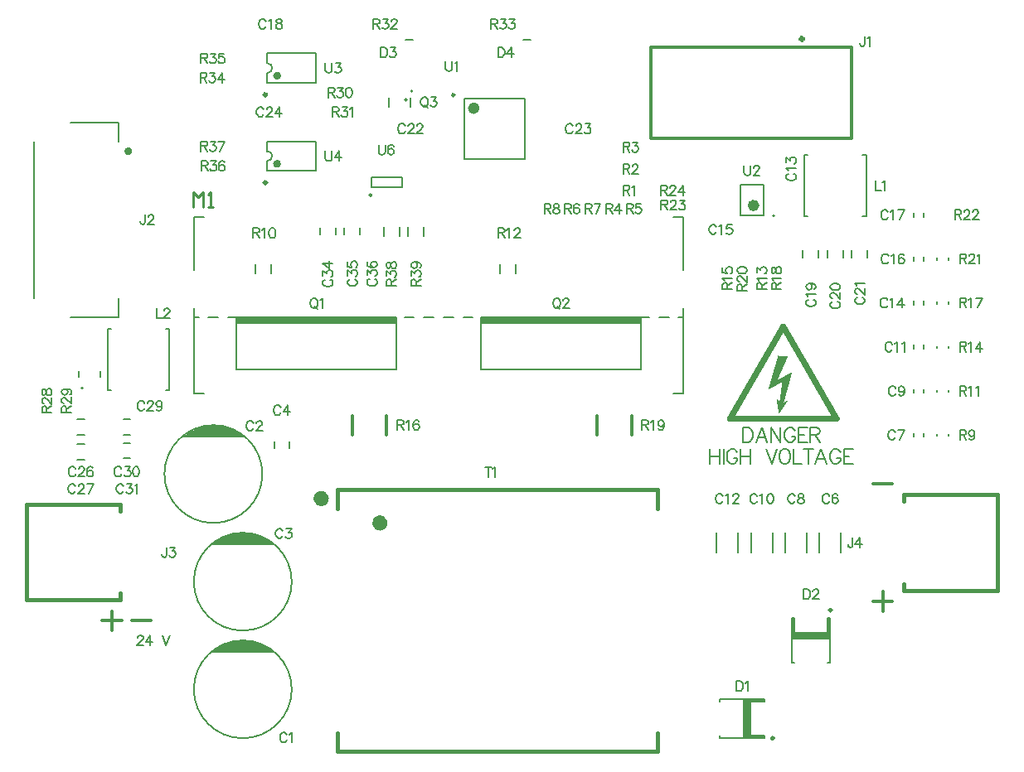
<source format=gbr>
%TF.GenerationSoftware,Altium Limited,Altium Designer,25.1.2 (22)*%
G04 Layer_Color=65535*
%FSLAX45Y45*%
%MOMM*%
%TF.SameCoordinates,CB1A417E-7DD8-4276-B15B-71DB2DCBA6F7*%
%TF.FilePolarity,Positive*%
%TF.FileFunction,Legend,Top*%
%TF.Part,Single*%
G01*
G75*
%TA.AperFunction,NonConductor*%
%ADD49C,1.20000*%
%ADD50C,0.60000*%
%ADD51C,0.25000*%
%ADD52C,0.30000*%
%ADD53C,0.20000*%
%ADD54C,0.40000*%
%ADD55C,0.25400*%
%ADD56R,16.30000X0.54500*%
%ADD57R,0.80000X3.95000*%
%ADD58R,1.50000X0.27500*%
%ADD59R,1.50000X0.27500*%
%ADD60R,0.27500X1.50000*%
%ADD61R,0.27500X1.50000*%
%ADD62R,3.94999X0.80000*%
G36*
X7724349Y4437467D02*
X7727691D01*
Y4436631D01*
X7730199D01*
Y4435795D01*
X7732706D01*
Y4434960D01*
X7734377D01*
Y4434124D01*
X7735213D01*
Y4433288D01*
X7736884D01*
Y4432453D01*
X7737720D01*
Y4431617D01*
X7739391D01*
Y4430781D01*
X7740227D01*
Y4429945D01*
X7741062D01*
Y4429110D01*
X7741898D01*
Y4428274D01*
X7742734D01*
Y4426603D01*
X7743570D01*
Y4425767D01*
X7744405D01*
Y4424931D01*
X7745241D01*
Y4423260D01*
X7746077D01*
Y4422424D01*
X7746912D01*
Y4420753D01*
X7747748D01*
Y4419081D01*
X7748584D01*
Y4418246D01*
X7749420D01*
Y4416574D01*
X7750255D01*
Y4414903D01*
X7751091D01*
Y4413231D01*
X7751927D01*
Y4412396D01*
X7752762D01*
Y4410724D01*
X7753598D01*
Y4409053D01*
X7754434D01*
Y4407381D01*
X7755269D01*
Y4406546D01*
X7756105D01*
Y4404875D01*
X7756941D01*
Y4403203D01*
X7757776D01*
Y4402367D01*
X7758612D01*
Y4400696D01*
X7759448D01*
Y4399024D01*
X7760283D01*
Y4397353D01*
X7761119D01*
Y4396517D01*
X7761955D01*
Y4394846D01*
X7762791D01*
Y4393175D01*
X7763626D01*
Y4391503D01*
X7764462D01*
Y4390668D01*
X7765298D01*
Y4388996D01*
X7766134D01*
Y4387325D01*
X7766969D01*
Y4385654D01*
X7767805D01*
Y4384818D01*
X7768641D01*
Y4383146D01*
X7769476D01*
Y4381475D01*
X7770312D01*
Y4380639D01*
X7771148D01*
Y4378968D01*
X7771983D01*
Y4377297D01*
X7772819D01*
Y4375625D01*
X7773655D01*
Y4374789D01*
X7774490D01*
Y4373118D01*
X7775326D01*
Y4371446D01*
X7776162D01*
Y4370611D01*
X7776998D01*
Y4368940D01*
X7777833D01*
Y4367268D01*
X7778669D01*
Y4365597D01*
X7779505D01*
Y4363925D01*
X7780341D01*
Y4363090D01*
X7781176D01*
Y4361418D01*
X7782012D01*
Y4359747D01*
X7782848D01*
Y4358911D01*
X7783683D01*
Y4357240D01*
X7784519D01*
Y4355568D01*
X7785355D01*
Y4353897D01*
X7786190D01*
Y4353061D01*
X7787026D01*
Y4351390D01*
X7787862D01*
Y4349719D01*
X7788697D01*
Y4348883D01*
X7789533D01*
Y4347211D01*
X7790369D01*
Y4345540D01*
X7791204D01*
Y4343869D01*
X7792040D01*
Y4342197D01*
X7792876D01*
Y4341361D01*
X7793711D01*
Y4339690D01*
X7794547D01*
Y4338019D01*
X7795383D01*
Y4337183D01*
X7796219D01*
Y4335512D01*
X7797055D01*
Y4333840D01*
X7797890D01*
Y4332169D01*
X7798726D01*
Y4331333D01*
X7799561D01*
Y4329662D01*
X7800397D01*
Y4327990D01*
X7801233D01*
Y4326319D01*
X7802068D01*
Y4325483D01*
X7802904D01*
Y4323812D01*
X7803740D01*
Y4322140D01*
X7804575D01*
Y4320469D01*
X7805411D01*
Y4319633D01*
X7806247D01*
Y4317962D01*
X7807083D01*
Y4316291D01*
X7807918D01*
Y4315455D01*
X7808754D01*
Y4313783D01*
X7809590D01*
Y4312112D01*
X7810425D01*
Y4310441D01*
X7811261D01*
Y4309605D01*
X7812097D01*
Y4307934D01*
X7812933D01*
Y4306262D01*
X7813768D01*
Y4304591D01*
X7814604D01*
Y4303755D01*
X7815440D01*
Y4302084D01*
X7816275D01*
Y4300412D01*
X7817111D01*
Y4298741D01*
X7817947D01*
Y4297905D01*
X7818782D01*
Y4296234D01*
X7819618D01*
Y4294562D01*
X7820454D01*
Y4293727D01*
X7821290D01*
Y4292055D01*
X7822125D01*
Y4290384D01*
X7822961D01*
Y4288713D01*
X7823797D01*
Y4287877D01*
X7824632D01*
Y4286206D01*
X7825468D01*
Y4284534D01*
X7826304D01*
Y4283698D01*
X7827139D01*
Y4282027D01*
X7827975D01*
Y4280355D01*
X7828811D01*
Y4278684D01*
X7829647D01*
Y4277848D01*
X7830482D01*
Y4276177D01*
X7831318D01*
Y4274506D01*
X7832153D01*
Y4272834D01*
X7832989D01*
Y4271999D01*
X7833825D01*
Y4271163D01*
Y4270327D01*
X7834661D01*
Y4268656D01*
X7835496D01*
Y4266985D01*
X7836332D01*
Y4266149D01*
X7837168D01*
Y4264477D01*
X7838004D01*
Y4262806D01*
X7838839D01*
Y4261135D01*
X7839675D01*
Y4260299D01*
X7840511D01*
Y4258628D01*
X7841346D01*
Y4256956D01*
X7842182D01*
Y4256120D01*
X7843018D01*
Y4254449D01*
X7843853D01*
Y4252778D01*
X7844689D01*
Y4251106D01*
X7845525D01*
Y4250271D01*
X7846360D01*
Y4248599D01*
X7847196D01*
Y4246928D01*
X7848032D01*
Y4245256D01*
X7848868D01*
Y4244421D01*
X7849703D01*
Y4242749D01*
X7850539D01*
Y4241078D01*
X7851374D01*
Y4240242D01*
X7852210D01*
Y4238571D01*
X7853046D01*
Y4236899D01*
X7853882D01*
Y4235228D01*
X7854717D01*
Y4234392D01*
X7855553D01*
Y4232721D01*
X7856389D01*
Y4231049D01*
X7857225D01*
Y4230214D01*
X7858060D01*
Y4228542D01*
X7858896D01*
Y4226871D01*
X7859732D01*
Y4225200D01*
X7860567D01*
Y4223528D01*
X7861403D01*
Y4222692D01*
X7862239D01*
Y4221021D01*
X7863074D01*
Y4219350D01*
X7863910D01*
Y4217678D01*
X7864746D01*
Y4216842D01*
X7865582D01*
Y4215171D01*
X7866417D01*
Y4213500D01*
X7867253D01*
Y4212664D01*
X7868088D01*
Y4210993D01*
X7868924D01*
Y4209322D01*
X7869760D01*
Y4207650D01*
X7870596D01*
Y4206814D01*
X7871431D01*
Y4205143D01*
X7872267D01*
Y4203471D01*
X7873103D01*
Y4201800D01*
X7873939D01*
Y4200964D01*
X7874774D01*
Y4199293D01*
X7875610D01*
Y4197622D01*
X7876446D01*
Y4196786D01*
X7877281D01*
Y4195114D01*
X7878117D01*
Y4193443D01*
X7878952D01*
Y4191772D01*
X7879788D01*
Y4190936D01*
X7880624D01*
Y4189265D01*
X7881460D01*
Y4187593D01*
X7882295D01*
Y4185922D01*
X7883131D01*
Y4185086D01*
X7883967D01*
Y4183415D01*
X7884803D01*
Y4181743D01*
X7885638D01*
Y4180072D01*
X7886474D01*
Y4179236D01*
X7887309D01*
Y4177565D01*
X7888145D01*
Y4175893D01*
X7888981D01*
Y4175058D01*
X7889817D01*
Y4173387D01*
X7890652D01*
Y4171715D01*
X7891488D01*
Y4170043D01*
X7892324D01*
Y4169208D01*
X7893159D01*
Y4167536D01*
X7893995D01*
Y4165865D01*
X7894831D01*
Y4165030D01*
X7895666D01*
Y4163358D01*
X7896502D01*
Y4161687D01*
X7897338D01*
Y4160015D01*
X7898174D01*
Y4158344D01*
X7899009D01*
Y4157508D01*
X7899845D01*
Y4155837D01*
X7900681D01*
Y4154165D01*
X7901517D01*
Y4153330D01*
X7902352D01*
Y4151658D01*
X7903188D01*
Y4149987D01*
X7904024D01*
Y4148315D01*
X7904859D01*
Y4147480D01*
X7905695D01*
Y4145808D01*
X7906531D01*
Y4144137D01*
X7907366D01*
Y4143301D01*
X7908202D01*
Y4141630D01*
X7909038D01*
Y4139958D01*
X7909873D01*
Y4138287D01*
X7910709D01*
Y4136616D01*
X7911545D01*
Y4135780D01*
X7912380D01*
Y4134109D01*
X7913216D01*
Y4132437D01*
X7914052D01*
Y4131602D01*
X7914888D01*
Y4129930D01*
X7915723D01*
Y4128259D01*
X7916559D01*
Y4126587D01*
X7917395D01*
Y4125752D01*
X7918230D01*
Y4124080D01*
X7919066D01*
Y4122409D01*
X7919902D01*
Y4120738D01*
X7920738D01*
Y4119902D01*
X7921573D01*
Y4118230D01*
X7922409D01*
Y4116559D01*
X7923245D01*
Y4115723D01*
X7924080D01*
Y4114052D01*
X7924916D01*
Y4112380D01*
X7925752D01*
Y4110709D01*
X7926587D01*
Y4109873D01*
X7927423D01*
Y4108202D01*
X7928259D01*
Y4106531D01*
X7929094D01*
Y4104859D01*
X7929930D01*
Y4104023D01*
X7930766D01*
Y4102352D01*
X7931602D01*
Y4100681D01*
X7932437D01*
Y4099845D01*
X7933273D01*
Y4098174D01*
X7934109D01*
Y4096502D01*
X7934944D01*
Y4094831D01*
X7935780D01*
Y4093995D01*
X7936616D01*
Y4092324D01*
X7937451D01*
Y4090652D01*
X7938287D01*
Y4089817D01*
X7939123D01*
Y4088145D01*
X7939958D01*
Y4086474D01*
X7940794D01*
Y4084802D01*
X7941630D01*
Y4083131D01*
X7942466D01*
Y4082295D01*
X7943301D01*
Y4080624D01*
X7944137D01*
Y4078953D01*
X7944973D01*
Y4078117D01*
X7945808D01*
Y4076445D01*
X7946644D01*
Y4074774D01*
X7947480D01*
Y4073103D01*
X7948316D01*
Y4072267D01*
X7949151D01*
Y4070596D01*
X7949987D01*
Y4068924D01*
X7950823D01*
Y4067253D01*
X7951658D01*
Y4066417D01*
X7952494D01*
Y4064745D01*
X7953330D01*
Y4063074D01*
X7954165D01*
Y4061403D01*
X7955001D01*
Y4060567D01*
X7955837D01*
Y4058896D01*
X7956673D01*
Y4057225D01*
X7957508D01*
Y4056389D01*
X7958344D01*
Y4054717D01*
X7959180D01*
Y4053046D01*
X7960015D01*
Y4051374D01*
X7960851D01*
Y4050539D01*
X7961687D01*
Y4048867D01*
X7962522D01*
Y4047196D01*
X7963358D01*
Y4045525D01*
X7964194D01*
Y4044689D01*
X7965029D01*
Y4043018D01*
X7965865D01*
Y4041346D01*
X7966701D01*
Y4039675D01*
X7967537D01*
Y4038839D01*
X7968372D01*
Y4037168D01*
X7969208D01*
Y4036332D01*
X7970043D01*
Y4034660D01*
X7970879D01*
Y4032989D01*
X7971715D01*
Y4031318D01*
X7972551D01*
Y4029646D01*
X7973386D01*
Y4027975D01*
X7974222D01*
Y4027139D01*
X7975058D01*
Y4025468D01*
X7975893D01*
Y4023796D01*
X7976729D01*
Y4022961D01*
X7977565D01*
Y4021290D01*
X7978401D01*
Y4019618D01*
X7979236D01*
Y4017946D01*
X7980072D01*
Y4017111D01*
X7980908D01*
Y4015440D01*
X7981743D01*
Y4013768D01*
X7982579D01*
Y4012933D01*
X7983415D01*
Y4011261D01*
X7984250D01*
Y4009590D01*
X7985086D01*
Y4007918D01*
X7985922D01*
Y4007083D01*
X7986757D01*
Y4005411D01*
X7987593D01*
Y4003740D01*
X7988429D01*
Y4002904D01*
X7989265D01*
Y4001233D01*
X7990100D01*
Y3999561D01*
X7990936D01*
Y3997890D01*
X7991772D01*
Y3996219D01*
X7992608D01*
Y3995383D01*
X7993443D01*
Y3993711D01*
X7994279D01*
Y3992040D01*
X7995115D01*
Y3990369D01*
X7995950D01*
Y3989533D01*
X7996786D01*
Y3987861D01*
X7997622D01*
Y3986190D01*
X7998457D01*
Y3985354D01*
X7999293D01*
Y3983683D01*
X8000129D01*
Y3982012D01*
X8000965D01*
Y3980340D01*
X8001800D01*
Y3979505D01*
X8002636D01*
Y3977833D01*
X8003471D01*
Y3976162D01*
X8004307D01*
Y3974490D01*
X8005143D01*
Y3973655D01*
X8005979D01*
Y3971983D01*
X8006814D01*
Y3970312D01*
X8007650D01*
Y3969476D01*
X8008486D01*
Y3967805D01*
X8009322D01*
Y3966133D01*
X8010157D01*
Y3964462D01*
X8010993D01*
Y3962791D01*
X8011829D01*
Y3961955D01*
X8012664D01*
Y3960284D01*
X8013500D01*
Y3958612D01*
X8014336D01*
Y3957776D01*
X8015171D01*
Y3956105D01*
X8016007D01*
Y3954434D01*
X8016843D01*
Y3953598D01*
X8017678D01*
Y3951927D01*
X8018514D01*
Y3950255D01*
X8019350D01*
Y3948584D01*
X8020186D01*
Y3947748D01*
X8021021D01*
Y3946077D01*
X8021857D01*
Y3944405D01*
X8022692D01*
Y3942734D01*
X8023528D01*
Y3941898D01*
X8024364D01*
Y3940227D01*
X8025200D01*
Y3938555D01*
X8026036D01*
Y3937720D01*
X8026871D01*
Y3936048D01*
X8027707D01*
Y3934377D01*
X8028542D01*
Y3932705D01*
X8029378D01*
Y3931870D01*
X8030214D01*
Y3930198D01*
X8031049D01*
Y3928527D01*
X8031885D01*
Y3926856D01*
X8032721D01*
Y3926020D01*
X8033557D01*
Y3924349D01*
X8034392D01*
Y3922677D01*
X8035228D01*
Y3921842D01*
X8036064D01*
Y3920170D01*
X8036900D01*
Y3918499D01*
X8037735D01*
Y3916827D01*
X8038571D01*
Y3915991D01*
X8039406D01*
Y3914320D01*
X8040242D01*
Y3912649D01*
X8041078D01*
Y3910977D01*
X8041914D01*
Y3910142D01*
X8042749D01*
Y3908470D01*
X8043585D01*
Y3906799D01*
X8044421D01*
Y3905127D01*
X8045256D01*
Y3904292D01*
X8046092D01*
Y3902621D01*
X8046928D01*
Y3900949D01*
X8047763D01*
Y3899277D01*
X8048599D01*
Y3898442D01*
X8049435D01*
Y3896770D01*
X8050271D01*
Y3895099D01*
X8051106D01*
Y3893428D01*
X8051942D01*
Y3892592D01*
X8052778D01*
Y3890921D01*
X8053613D01*
Y3889249D01*
X8054449D01*
Y3888413D01*
X8055285D01*
Y3886742D01*
X8056121D01*
Y3885071D01*
X8056956D01*
Y3883399D01*
X8057792D01*
Y3882564D01*
X8058628D01*
Y3880892D01*
X8059463D01*
Y3879221D01*
X8060299D01*
Y3877550D01*
X8061135D01*
Y3876714D01*
X8061970D01*
Y3875042D01*
X8062806D01*
Y3873371D01*
X8063641D01*
Y3871700D01*
X8064477D01*
Y3870864D01*
X8065313D01*
Y3869192D01*
X8066149D01*
Y3867521D01*
X8066985D01*
Y3866685D01*
X8067820D01*
Y3865014D01*
X8068656D01*
Y3863343D01*
X8069492D01*
Y3862507D01*
X8070327D01*
Y3860836D01*
X8071163D01*
Y3859164D01*
X8071999D01*
Y3857493D01*
X8072835D01*
Y3855821D01*
X8073670D01*
Y3854986D01*
X8074506D01*
Y3853314D01*
X8075341D01*
Y3851643D01*
X8076177D01*
Y3850807D01*
X8077013D01*
Y3849136D01*
X8077849D01*
Y3847464D01*
X8078684D01*
Y3845793D01*
X8079520D01*
Y3844957D01*
X8080356D01*
Y3843286D01*
X8081191D01*
Y3841615D01*
X8082027D01*
Y3840779D01*
X8082863D01*
Y3839107D01*
X8083699D01*
Y3837436D01*
X8084534D01*
Y3835765D01*
X8085370D01*
Y3834093D01*
X8086206D01*
Y3833258D01*
X8087041D01*
Y3831586D01*
X8087877D01*
Y3829915D01*
X8088713D01*
Y3829079D01*
X8089548D01*
Y3827408D01*
X8090384D01*
Y3825736D01*
X8091220D01*
Y3824065D01*
X8092055D01*
Y3823229D01*
X8092891D01*
Y3821558D01*
X8093727D01*
Y3819886D01*
X8094562D01*
Y3819051D01*
X8095398D01*
Y3817379D01*
X8096234D01*
Y3815708D01*
X8097070D01*
Y3814037D01*
X8097905D01*
Y3812365D01*
X8098741D01*
Y3811529D01*
X8099577D01*
Y3809858D01*
X8100412D01*
Y3808187D01*
X8101248D01*
Y3806515D01*
X8102084D01*
Y3805679D01*
X8102920D01*
Y3804008D01*
X8103755D01*
Y3802337D01*
X8104591D01*
Y3801501D01*
X8105427D01*
Y3799830D01*
X8106262D01*
Y3798158D01*
X8107098D01*
Y3796487D01*
X8107934D01*
Y3795651D01*
X8108769D01*
Y3793980D01*
X8109605D01*
Y3792308D01*
X8110441D01*
Y3791473D01*
X8111276D01*
Y3789801D01*
X8112112D01*
Y3788130D01*
X8112948D01*
Y3786459D01*
X8113784D01*
Y3785623D01*
X8114619D01*
Y3783952D01*
X8115455D01*
Y3782280D01*
X8116291D01*
Y3780608D01*
X8117126D01*
Y3779773D01*
X8117962D01*
Y3778102D01*
X8118798D01*
Y3776430D01*
X8119633D01*
Y3775594D01*
X8120469D01*
Y3773923D01*
X8121305D01*
Y3772252D01*
X8122140D01*
Y3770580D01*
X8122976D01*
Y3768909D01*
X8123812D01*
Y3768073D01*
X8124648D01*
Y3766402D01*
X8125483D01*
Y3764730D01*
X8126319D01*
Y3763895D01*
X8127155D01*
Y3762223D01*
X8127991D01*
Y3760552D01*
X8128826D01*
Y3758880D01*
X8129662D01*
Y3758045D01*
X8130498D01*
Y3756373D01*
X8131333D01*
Y3754702D01*
X8132169D01*
Y3753866D01*
X8133005D01*
Y3752195D01*
X8133840D01*
Y3750524D01*
X8134676D01*
Y3748852D01*
X8135512D01*
Y3748016D01*
X8136347D01*
Y3746345D01*
X8137183D01*
Y3744673D01*
X8138019D01*
Y3743002D01*
X8138854D01*
Y3742167D01*
X8139690D01*
Y3740495D01*
X8140526D01*
Y3738824D01*
X8141361D01*
Y3737152D01*
X8142197D01*
Y3736317D01*
X8143033D01*
Y3734645D01*
X8143869D01*
Y3732974D01*
X8144705D01*
Y3732138D01*
X8145540D01*
Y3730467D01*
X8146376D01*
Y3728795D01*
X8147211D01*
Y3727124D01*
X8148047D01*
Y3725453D01*
X8148883D01*
Y3724617D01*
X8149719D01*
Y3722946D01*
X8150554D01*
Y3721274D01*
X8151390D01*
Y3720438D01*
X8152226D01*
Y3718767D01*
X8153061D01*
Y3717095D01*
X8153897D01*
Y3715424D01*
X8154733D01*
Y3714589D01*
X8155568D01*
Y3712917D01*
X8156404D01*
Y3711246D01*
X8157240D01*
Y3709574D01*
X8158075D01*
Y3708739D01*
X8158911D01*
Y3707067D01*
X8159747D01*
Y3705396D01*
X8160583D01*
Y3704560D01*
X8161418D01*
Y3702889D01*
X8162254D01*
Y3701217D01*
X8163090D01*
Y3699546D01*
X8163926D01*
Y3698710D01*
X8164761D01*
Y3697039D01*
X8165597D01*
Y3695368D01*
X8166432D01*
Y3693696D01*
X8167268D01*
Y3692860D01*
X8168104D01*
Y3691189D01*
X8168940D01*
Y3689518D01*
X8169775D01*
Y3688682D01*
X8170611D01*
Y3687010D01*
X8171447D01*
Y3685339D01*
X8172283D01*
Y3683668D01*
X8173118D01*
Y3682832D01*
X8173954D01*
Y3681161D01*
X8174789D01*
Y3679489D01*
X8175625D01*
Y3677818D01*
X8176461D01*
Y3676982D01*
X8177297D01*
Y3675311D01*
X8178132D01*
Y3673639D01*
X8178968D01*
Y3672804D01*
X8179804D01*
Y3671132D01*
X8180639D01*
Y3669461D01*
X8181475D01*
Y3667789D01*
X8182311D01*
Y3666954D01*
X8183146D01*
Y3665282D01*
X8183982D01*
Y3663611D01*
X8184818D01*
Y3661940D01*
X8185654D01*
Y3661104D01*
X8186489D01*
Y3659433D01*
X8187325D01*
Y3657761D01*
X8188161D01*
Y3656090D01*
X8188996D01*
Y3655254D01*
X8189832D01*
Y3653583D01*
X8190668D01*
Y3651911D01*
X8191504D01*
Y3650240D01*
X8192339D01*
Y3649404D01*
X8193175D01*
Y3647733D01*
X8194011D01*
Y3646061D01*
X8194846D01*
Y3645226D01*
X8195682D01*
Y3643554D01*
X8196518D01*
Y3641883D01*
X8197353D01*
Y3640211D01*
X8198189D01*
Y3639376D01*
X8199024D01*
Y3637704D01*
X8199860D01*
Y3636033D01*
X8200696D01*
Y3635197D01*
X8201532D01*
Y3633526D01*
X8202367D01*
Y3631855D01*
X8203203D01*
Y3630183D01*
X8204039D01*
Y3628512D01*
X8204875D01*
Y3627676D01*
X8205710D01*
Y3626004D01*
X8206546D01*
Y3624333D01*
X8207382D01*
Y3623497D01*
X8208218D01*
Y3621826D01*
X8209053D01*
Y3620155D01*
X8209889D01*
Y3618483D01*
X8210724D01*
Y3617648D01*
X8211560D01*
Y3615976D01*
X8212396D01*
Y3614305D01*
X8213232D01*
Y3612634D01*
X8214067D01*
Y3611798D01*
X8214903D01*
Y3610126D01*
X8215739D01*
Y3608455D01*
X8216574D01*
Y3607619D01*
X8217410D01*
Y3605948D01*
X8218246D01*
Y3604277D01*
X8219081D01*
Y3602605D01*
X8219917D01*
Y3601769D01*
X8220753D01*
Y3600098D01*
X8221589D01*
Y3598427D01*
X8222424D01*
Y3596755D01*
X8223260D01*
Y3595920D01*
X8224096D01*
Y3594248D01*
X8224931D01*
Y3592577D01*
X8225767D01*
Y3591741D01*
X8226603D01*
Y3590070D01*
X8227438D01*
Y3588398D01*
X8228274D01*
Y3586727D01*
X8229110D01*
Y3585891D01*
X8229945D01*
Y3584220D01*
X8230781D01*
Y3582548D01*
X8231617D01*
Y3581713D01*
X8232453D01*
Y3580041D01*
X8233288D01*
Y3578370D01*
X8234124D01*
Y3576698D01*
X8234959D01*
Y3575863D01*
X8235795D01*
Y3574191D01*
X8236631D01*
Y3572520D01*
X8237467D01*
Y3570849D01*
X8238303D01*
Y3569177D01*
X8239138D01*
Y3568341D01*
X8239974D01*
Y3566670D01*
X8240810D01*
Y3564999D01*
X8241645D01*
Y3564163D01*
X8242481D01*
Y3562491D01*
X8243317D01*
Y3560820D01*
X8244152D01*
Y3559149D01*
X8244988D01*
Y3558313D01*
X8245824D01*
Y3556642D01*
X8246659D01*
Y3554971D01*
X8247495D01*
Y3553299D01*
X8248331D01*
Y3552463D01*
X8249167D01*
Y3550792D01*
X8250002D01*
Y3549120D01*
X8250838D01*
Y3548285D01*
X8251674D01*
Y3546613D01*
X8252509D01*
Y3544942D01*
X8253345D01*
Y3543271D01*
X8254181D01*
Y3542435D01*
X8255017D01*
Y3540763D01*
X8255852D01*
Y3539092D01*
X8256688D01*
Y3537421D01*
X8257523D01*
Y3536585D01*
X8258359D01*
Y3534914D01*
X8259195D01*
Y3533242D01*
X8260031D01*
Y3531571D01*
X8260866D01*
Y3530735D01*
X8261702D01*
Y3529064D01*
X8262538D01*
Y3527392D01*
X8263374D01*
Y3526557D01*
X8264209D01*
Y3524885D01*
X8265045D01*
Y3523214D01*
X8265880D01*
Y3521542D01*
X8266716D01*
Y3520707D01*
X8267552D01*
Y3519035D01*
X8268388D01*
Y3517364D01*
X8269223D01*
Y3515692D01*
X8270059D01*
Y3514857D01*
X8270895D01*
Y3513186D01*
X8271730D01*
Y3511514D01*
X8272566D01*
Y3509843D01*
X8273402D01*
Y3509007D01*
X8274237D01*
Y3507336D01*
X8275073D01*
Y3505664D01*
X8275909D01*
Y3504828D01*
X8276744D01*
Y3503157D01*
X8277580D01*
Y3501486D01*
X8278416D01*
Y3499814D01*
X8279252D01*
Y3498979D01*
X8280087D01*
Y3497307D01*
X8280923D01*
Y3495636D01*
X8281759D01*
Y3494800D01*
X8282594D01*
Y3493129D01*
X8283430D01*
Y3491457D01*
X8284266D01*
Y3489786D01*
X8285102D01*
Y3488115D01*
X8285937D01*
Y3487279D01*
X8286773D01*
Y3485607D01*
X8287609D01*
Y3483936D01*
X8288444D01*
Y3483100D01*
X8289280D01*
Y3481429D01*
X8290116D01*
Y3479758D01*
X8290951D01*
Y3478086D01*
X8291787D01*
Y3476415D01*
X8292623D01*
Y3474743D01*
X8293458D01*
Y3471401D01*
X8294294D01*
Y3458865D01*
X8293458D01*
Y3455522D01*
X8292623D01*
Y3453015D01*
X8291787D01*
Y3451344D01*
X8290951D01*
Y3449672D01*
X8290116D01*
Y3448001D01*
X8289280D01*
Y3447165D01*
X8288444D01*
Y3445494D01*
X8287609D01*
Y3444658D01*
X8286773D01*
Y3443823D01*
X8285937D01*
Y3442987D01*
X8285102D01*
Y3442151D01*
X8284266D01*
Y3441315D01*
X8283430D01*
Y3440480D01*
X8281759D01*
Y3439644D01*
X8280923D01*
Y3438808D01*
X8279252D01*
Y3437973D01*
X8278416D01*
Y3437137D01*
X8275909D01*
Y3436301D01*
X8274237D01*
Y3435466D01*
X8271730D01*
Y3434630D01*
X8268388D01*
Y3433794D01*
X7170282D01*
Y3434630D01*
X7166938D01*
Y3435466D01*
X7164431D01*
Y3436301D01*
X7161924D01*
Y3437137D01*
X7160253D01*
Y3437973D01*
X7159417D01*
Y3438808D01*
X7157746D01*
Y3439644D01*
X7156910D01*
Y3440480D01*
X7155239D01*
Y3441315D01*
X7154403D01*
Y3442151D01*
X7153567D01*
Y3442987D01*
X7152732D01*
Y3443823D01*
X7151896D01*
Y3444658D01*
X7151060D01*
Y3445494D01*
X7150224D01*
Y3447165D01*
X7149389D01*
Y3448001D01*
X7148553D01*
Y3449672D01*
X7147717D01*
Y3451344D01*
X7146882D01*
Y3453015D01*
X7146046D01*
Y3454687D01*
X7145210D01*
Y3458865D01*
X7144375D01*
Y3470565D01*
X7145210D01*
Y3474743D01*
X7146046D01*
Y3476415D01*
X7146882D01*
Y3478086D01*
X7147717D01*
Y3479758D01*
X7148553D01*
Y3481429D01*
X7149389D01*
Y3483100D01*
X7150224D01*
Y3483936D01*
X7151060D01*
Y3485607D01*
X7151896D01*
Y3487279D01*
X7152732D01*
Y3488115D01*
X7153567D01*
Y3489786D01*
X7154403D01*
Y3491457D01*
X7155239D01*
Y3493129D01*
X7156074D01*
Y3494800D01*
X7156910D01*
Y3495636D01*
X7157746D01*
Y3497307D01*
X7158582D01*
Y3498979D01*
X7159417D01*
Y3499814D01*
X7160253D01*
Y3501486D01*
X7161089D01*
Y3503157D01*
X7161924D01*
Y3504828D01*
X7162760D01*
Y3505664D01*
X7163596D01*
Y3507336D01*
X7164431D01*
Y3509007D01*
X7165267D01*
Y3510678D01*
X7166103D01*
Y3511514D01*
X7166938D01*
Y3513186D01*
X7167774D01*
Y3514857D01*
X7168610D01*
Y3515692D01*
X7169446D01*
Y3517364D01*
X7170282D01*
Y3519035D01*
X7171117D01*
Y3520707D01*
X7171953D01*
Y3521542D01*
X7172788D01*
Y3523214D01*
X7173624D01*
Y3524885D01*
X7174460D01*
Y3526557D01*
X7175296D01*
Y3527392D01*
X7176131D01*
Y3529064D01*
X7176967D01*
Y3530735D01*
X7177803D01*
Y3531571D01*
X7178638D01*
Y3533242D01*
X7179474D01*
Y3534914D01*
X7180310D01*
Y3536585D01*
X7181145D01*
Y3537421D01*
X7181981D01*
Y3539092D01*
X7182817D01*
Y3540763D01*
X7183652D01*
Y3542435D01*
X7184488D01*
Y3543271D01*
X7185324D01*
Y3544942D01*
X7186160D01*
Y3546613D01*
X7186995D01*
Y3548285D01*
X7187831D01*
Y3549120D01*
X7188667D01*
Y3550792D01*
X7189502D01*
Y3552463D01*
X7190338D01*
Y3553299D01*
X7191174D01*
Y3554971D01*
X7192009D01*
Y3556642D01*
X7192845D01*
Y3558313D01*
X7193681D01*
Y3559149D01*
X7194517D01*
Y3560820D01*
X7195352D01*
Y3562491D01*
X7196188D01*
Y3564163D01*
X7197023D01*
Y3564999D01*
X7197859D01*
Y3566670D01*
X7198695D01*
Y3568341D01*
X7199531D01*
Y3569177D01*
X7200366D01*
Y3570849D01*
X7201202D01*
Y3572520D01*
X7202038D01*
Y3574191D01*
X7202874D01*
Y3575027D01*
X7203709D01*
Y3576698D01*
X7204545D01*
Y3578370D01*
X7205381D01*
Y3580041D01*
X7206216D01*
Y3581713D01*
X7207052D01*
Y3582548D01*
X7207888D01*
Y3584220D01*
X7208723D01*
Y3585891D01*
X7209559D01*
Y3586727D01*
X7210395D01*
Y3588398D01*
X7211231D01*
Y3590070D01*
X7212066D01*
Y3591741D01*
X7212902D01*
Y3592577D01*
X7213737D01*
Y3594248D01*
X7214573D01*
Y3595920D01*
X7215409D01*
Y3596755D01*
X7216245D01*
Y3598427D01*
X7217080D01*
Y3600098D01*
X7217916D01*
Y3601769D01*
X7218752D01*
Y3602605D01*
X7219588D01*
Y3604277D01*
X7220423D01*
Y3605948D01*
X7221259D01*
Y3607619D01*
X7222095D01*
Y3608455D01*
X7222930D01*
Y3610126D01*
X7223766D01*
Y3611798D01*
X7224602D01*
Y3613469D01*
X7225437D01*
Y3614305D01*
X7226273D01*
Y3615976D01*
X7227109D01*
Y3617648D01*
X7227944D01*
Y3619319D01*
X7228780D01*
Y3620155D01*
X7229616D01*
Y3621826D01*
X7230452D01*
Y3623497D01*
X7231287D01*
Y3624333D01*
X7232123D01*
Y3626004D01*
X7232958D01*
Y3627676D01*
X7233794D01*
Y3628512D01*
X7234630D01*
Y3630183D01*
X7235466D01*
Y3631855D01*
X7236302D01*
Y3633526D01*
X7237137D01*
Y3635197D01*
X7237973D01*
Y3636033D01*
X7238808D01*
Y3637704D01*
X7239644D01*
Y3639376D01*
X7240480D01*
Y3640211D01*
X7241315D01*
Y3641883D01*
X7242151D01*
Y3643554D01*
X7242987D01*
Y3645226D01*
X7243823D01*
Y3646061D01*
X7244658D01*
Y3647733D01*
X7245494D01*
Y3649404D01*
X7246330D01*
Y3650240D01*
X7247166D01*
Y3651911D01*
X7248001D01*
Y3653583D01*
X7248837D01*
Y3655254D01*
X7249673D01*
Y3656090D01*
X7250508D01*
Y3657761D01*
X7251344D01*
Y3659433D01*
X7252180D01*
Y3661104D01*
X7253015D01*
Y3661940D01*
X7253851D01*
Y3663611D01*
X7254687D01*
Y3665282D01*
X7255522D01*
Y3666954D01*
X7256358D01*
Y3667789D01*
X7257194D01*
Y3669461D01*
X7258029D01*
Y3671132D01*
X7258865D01*
Y3671968D01*
X7259701D01*
Y3673639D01*
X7260537D01*
Y3675311D01*
X7261372D01*
Y3676982D01*
X7262208D01*
Y3677818D01*
X7263044D01*
Y3679489D01*
X7263879D01*
Y3681161D01*
X7264715D01*
Y3682832D01*
X7265551D01*
Y3683668D01*
X7266387D01*
Y3685339D01*
X7267222D01*
Y3687010D01*
X7268058D01*
Y3688682D01*
X7268894D01*
Y3689518D01*
X7269729D01*
Y3691189D01*
X7270565D01*
Y3692860D01*
X7271401D01*
Y3694532D01*
X7272236D01*
Y3695368D01*
X7273072D01*
Y3697039D01*
X7273908D01*
Y3698710D01*
X7274743D01*
Y3699546D01*
X7275579D01*
Y3701217D01*
X7276415D01*
Y3702889D01*
X7277251D01*
Y3704560D01*
X7278086D01*
Y3705396D01*
X7278922D01*
Y3707067D01*
X7279758D01*
Y3708739D01*
X7280593D01*
Y3709574D01*
X7281429D01*
Y3711246D01*
X7282265D01*
Y3712917D01*
X7283100D01*
Y3714589D01*
X7283936D01*
Y3715424D01*
X7284772D01*
Y3717095D01*
X7285607D01*
Y3718767D01*
X7286443D01*
Y3720438D01*
X7287279D01*
Y3721274D01*
X7288115D01*
Y3722946D01*
X7288950D01*
Y3724617D01*
X7289786D01*
Y3726288D01*
X7290622D01*
Y3727124D01*
X7291457D01*
Y3728795D01*
X7292293D01*
Y3730467D01*
X7293129D01*
Y3731303D01*
X7293965D01*
Y3732974D01*
X7294800D01*
Y3734645D01*
X7295636D01*
Y3736317D01*
X7296472D01*
Y3737152D01*
X7297307D01*
Y3738824D01*
X7298143D01*
Y3740495D01*
X7298979D01*
Y3742167D01*
X7299814D01*
Y3743002D01*
X7300650D01*
Y3744673D01*
X7301486D01*
Y3746345D01*
X7302321D01*
Y3748016D01*
X7303157D01*
Y3748852D01*
X7303993D01*
Y3750524D01*
X7304829D01*
Y3752195D01*
X7305664D01*
Y3753866D01*
X7306500D01*
Y3754702D01*
X7307336D01*
Y3756373D01*
X7308171D01*
Y3758045D01*
X7309007D01*
Y3759716D01*
X7309843D01*
Y3760552D01*
X7310678D01*
Y3762223D01*
X7311514D01*
Y3763895D01*
X7312350D01*
Y3764730D01*
X7313186D01*
Y3766402D01*
X7314021D01*
Y3768073D01*
X7314857D01*
Y3768909D01*
X7315693D01*
Y3770580D01*
X7316528D01*
Y3772252D01*
X7317364D01*
Y3773923D01*
X7318200D01*
Y3775594D01*
X7319035D01*
Y3776430D01*
X7319871D01*
Y3778102D01*
X7320707D01*
Y3779773D01*
X7321542D01*
Y3780608D01*
X7322378D01*
Y3782280D01*
X7323214D01*
Y3783952D01*
X7324050D01*
Y3785623D01*
X7324885D01*
Y3786459D01*
X7325721D01*
Y3788130D01*
X7326557D01*
Y3789801D01*
X7327392D01*
Y3791473D01*
X7328228D01*
Y3792308D01*
X7329064D01*
Y3793980D01*
X7329899D01*
Y3795651D01*
X7330735D01*
Y3796487D01*
X7331571D01*
Y3798158D01*
X7332406D01*
Y3799830D01*
X7333242D01*
Y3801501D01*
X7334078D01*
Y3802337D01*
X7334914D01*
Y3804008D01*
X7335749D01*
Y3805679D01*
X7336585D01*
Y3806515D01*
X7337421D01*
Y3808187D01*
X7338257D01*
Y3809858D01*
X7339092D01*
Y3811529D01*
X7339928D01*
Y3812365D01*
X7340764D01*
Y3814037D01*
X7341599D01*
Y3815708D01*
X7342435D01*
Y3817379D01*
X7343271D01*
Y3818215D01*
X7344106D01*
Y3819886D01*
X7344942D01*
Y3821558D01*
X7345778D01*
Y3823229D01*
X7346614D01*
Y3824065D01*
X7347449D01*
Y3825736D01*
X7348285D01*
Y3827408D01*
X7349120D01*
Y3829079D01*
X7349956D01*
Y3829915D01*
X7350792D01*
Y3831586D01*
X7351628D01*
Y3833258D01*
X7352463D01*
Y3834093D01*
X7353299D01*
Y3835765D01*
X7354135D01*
Y3837436D01*
X7354971D01*
Y3839107D01*
X7355806D01*
Y3839943D01*
X7356642D01*
Y3841615D01*
X7357478D01*
Y3843286D01*
X7358313D01*
Y3844957D01*
X7359149D01*
Y3845793D01*
X7359985D01*
Y3847464D01*
X7360820D01*
Y3849136D01*
X7361656D01*
Y3850807D01*
X7362492D01*
Y3851643D01*
X7363327D01*
Y3853314D01*
X7364163D01*
Y3854986D01*
X7364999D01*
Y3855821D01*
X7365835D01*
Y3857493D01*
X7366670D01*
Y3859164D01*
X7367506D01*
Y3860836D01*
X7368341D01*
Y3862507D01*
X7369177D01*
Y3863343D01*
X7370013D01*
Y3865014D01*
X7370849D01*
Y3866685D01*
X7371684D01*
Y3867521D01*
X7372520D01*
Y3869192D01*
X7373356D01*
Y3870864D01*
X7374192D01*
Y3872535D01*
X7375027D01*
Y3873371D01*
X7375863D01*
Y3875042D01*
X7376698D01*
Y3876714D01*
X7377534D01*
Y3878385D01*
X7378370D01*
Y3879221D01*
X7379206D01*
Y3880892D01*
X7380041D01*
Y3882564D01*
X7380877D01*
Y3883399D01*
X7381713D01*
Y3885071D01*
X7382549D01*
Y3886742D01*
X7383384D01*
Y3888413D01*
X7384220D01*
Y3889249D01*
X7385055D01*
Y3890921D01*
X7385891D01*
Y3892592D01*
X7386727D01*
Y3894263D01*
X7387563D01*
Y3895099D01*
X7388398D01*
Y3896770D01*
X7389234D01*
Y3898442D01*
X7390070D01*
Y3899277D01*
X7390905D01*
Y3900949D01*
X7391741D01*
Y3902621D01*
X7392577D01*
Y3904292D01*
X7393412D01*
Y3905127D01*
X7394248D01*
Y3906799D01*
X7395084D01*
Y3908470D01*
X7395920D01*
Y3910142D01*
X7396755D01*
Y3910977D01*
X7397591D01*
Y3912649D01*
X7398427D01*
Y3914320D01*
X7399262D01*
Y3915991D01*
X7400098D01*
Y3916827D01*
X7400934D01*
Y3918499D01*
X7401770D01*
Y3920170D01*
X7402605D01*
Y3921842D01*
X7403441D01*
Y3922677D01*
X7404276D01*
Y3924349D01*
X7405112D01*
Y3926020D01*
X7405948D01*
Y3926856D01*
X7406784D01*
Y3928527D01*
X7407619D01*
Y3930198D01*
X7408455D01*
Y3931034D01*
X7409290D01*
Y3932705D01*
X7410126D01*
Y3934377D01*
X7410962D01*
Y3936048D01*
X7411798D01*
Y3937720D01*
X7412633D01*
Y3938555D01*
X7413469D01*
Y3940227D01*
X7414305D01*
Y3941898D01*
X7415141D01*
Y3942734D01*
X7415976D01*
Y3944405D01*
X7416812D01*
Y3946077D01*
X7417648D01*
Y3947748D01*
X7418484D01*
Y3948584D01*
X7419319D01*
Y3950255D01*
X7420155D01*
Y3951927D01*
X7420990D01*
Y3953598D01*
X7421826D01*
Y3954434D01*
X7422662D01*
Y3956105D01*
X7423498D01*
Y3957776D01*
X7424333D01*
Y3958612D01*
X7425169D01*
Y3960284D01*
X7426005D01*
Y3961955D01*
X7426840D01*
Y3962791D01*
X7427676D01*
Y3964462D01*
X7428512D01*
Y3966133D01*
X7429348D01*
Y3967805D01*
X7430183D01*
Y3969476D01*
X7431019D01*
Y3970312D01*
X7431855D01*
Y3971983D01*
X7432690D01*
Y3973655D01*
X7433526D01*
Y3974490D01*
X7434362D01*
Y3976162D01*
X7435197D01*
Y3977833D01*
X7436033D01*
Y3979505D01*
X7436869D01*
Y3980340D01*
X7437704D01*
Y3982012D01*
X7438540D01*
Y3983683D01*
X7439376D01*
Y3985354D01*
X7440212D01*
Y3986190D01*
X7441047D01*
Y3987861D01*
X7441883D01*
Y3989533D01*
X7442719D01*
Y3990369D01*
X7443554D01*
Y3992040D01*
X7444390D01*
Y3993711D01*
X7445226D01*
Y3995383D01*
X7446061D01*
Y3996219D01*
X7446897D01*
Y3997890D01*
X7447733D01*
Y3999561D01*
X7448569D01*
Y4001233D01*
X7449404D01*
Y4002904D01*
X7450240D01*
Y4003740D01*
X7451076D01*
Y4005411D01*
X7451911D01*
Y4007083D01*
X7452747D01*
Y4007918D01*
X7453583D01*
Y4009590D01*
X7454418D01*
Y4011261D01*
X7455254D01*
Y4012097D01*
X7456090D01*
Y4013768D01*
X7456925D01*
Y4015440D01*
X7457761D01*
Y4017111D01*
X7458597D01*
Y4018782D01*
X7459433D01*
Y4019618D01*
X7460268D01*
Y4021290D01*
X7461104D01*
Y4022961D01*
X7461940D01*
Y4023796D01*
X7462775D01*
Y4025468D01*
X7463611D01*
Y4027139D01*
X7464447D01*
Y4028811D01*
X7465283D01*
Y4029646D01*
X7466118D01*
Y4031318D01*
X7466954D01*
Y4032989D01*
X7467789D01*
Y4034660D01*
X7468625D01*
Y4035496D01*
X7469461D01*
Y4037168D01*
X7470297D01*
Y4038839D01*
X7471132D01*
Y4039675D01*
X7471968D01*
Y4041346D01*
X7472804D01*
Y4043018D01*
X7473640D01*
Y4043853D01*
X7474475D01*
Y4045525D01*
X7475311D01*
Y4047196D01*
X7476147D01*
Y4048867D01*
X7476982D01*
Y4050539D01*
X7477818D01*
Y4051374D01*
X7478654D01*
Y4053046D01*
X7479489D01*
Y4054717D01*
X7480325D01*
Y4056389D01*
X7481161D01*
Y4057225D01*
X7481996D01*
Y4058896D01*
X7482832D01*
Y4060567D01*
X7483668D01*
Y4061403D01*
X7484503D01*
Y4063074D01*
X7485339D01*
Y4064745D01*
X7486175D01*
Y4066417D01*
X7487010D01*
Y4067253D01*
X7487846D01*
Y4068924D01*
X7488682D01*
Y4070596D01*
X7489518D01*
Y4072267D01*
X7490353D01*
Y4073103D01*
X7491189D01*
Y4074774D01*
X7492025D01*
Y4076445D01*
X7492860D01*
Y4078117D01*
X7493696D01*
Y4078953D01*
X7494532D01*
Y4080624D01*
X7495368D01*
Y4082295D01*
X7496203D01*
Y4083131D01*
X7497039D01*
Y4084802D01*
X7497875D01*
Y4086474D01*
X7498710D01*
Y4088145D01*
X7499546D01*
Y4089817D01*
X7500382D01*
Y4090652D01*
X7501217D01*
Y4092324D01*
X7502053D01*
Y4093995D01*
X7502889D01*
Y4094831D01*
X7503724D01*
Y4096502D01*
X7504560D01*
Y4098174D01*
X7505396D01*
Y4099845D01*
X7506232D01*
Y4100681D01*
X7507067D01*
Y4102352D01*
X7507903D01*
Y4104023D01*
X7508739D01*
Y4104859D01*
X7509575D01*
Y4106531D01*
X7510410D01*
Y4108202D01*
X7511246D01*
Y4109873D01*
X7512081D01*
Y4110709D01*
X7512917D01*
Y4112380D01*
X7513753D01*
Y4114052D01*
X7514589D01*
Y4115723D01*
X7515424D01*
Y4116559D01*
X7516260D01*
Y4118230D01*
X7517096D01*
Y4119902D01*
X7517932D01*
Y4120738D01*
X7518767D01*
Y4122409D01*
X7519603D01*
Y4124080D01*
X7520438D01*
Y4125752D01*
X7521274D01*
Y4126587D01*
X7522110D01*
Y4128259D01*
X7522946D01*
Y4129930D01*
X7523781D01*
Y4131602D01*
X7524617D01*
Y4132437D01*
X7525453D01*
Y4134109D01*
X7526288D01*
Y4135780D01*
X7527124D01*
Y4136616D01*
X7527960D01*
Y4138287D01*
X7528795D01*
Y4139958D01*
X7529631D01*
Y4141630D01*
X7530467D01*
Y4143301D01*
X7531302D01*
Y4144137D01*
X7532138D01*
Y4145808D01*
X7532974D01*
Y4147480D01*
X7533810D01*
Y4148315D01*
X7534645D01*
Y4149987D01*
X7535481D01*
Y4151658D01*
X7536317D01*
Y4153330D01*
X7537153D01*
Y4154165D01*
X7537988D01*
Y4155837D01*
X7538824D01*
Y4157508D01*
X7539659D01*
Y4159179D01*
X7540495D01*
Y4160015D01*
X7541331D01*
Y4161687D01*
X7542167D01*
Y4163358D01*
X7543002D01*
Y4164194D01*
X7543838D01*
Y4165865D01*
X7544674D01*
Y4167536D01*
X7545509D01*
Y4169208D01*
X7546345D01*
Y4170043D01*
X7547181D01*
Y4171715D01*
X7548016D01*
Y4173387D01*
X7548852D01*
Y4175058D01*
X7549688D01*
Y4175893D01*
X7550524D01*
Y4177565D01*
X7551359D01*
Y4179236D01*
X7552195D01*
Y4180072D01*
X7553031D01*
Y4181743D01*
X7553867D01*
Y4183415D01*
X7554702D01*
Y4185086D01*
X7555538D01*
Y4186757D01*
X7556373D01*
Y4187593D01*
X7557209D01*
Y4189265D01*
X7558045D01*
Y4190936D01*
X7558881D01*
Y4191772D01*
X7559716D01*
Y4193443D01*
X7560552D01*
Y4195114D01*
X7561387D01*
Y4196786D01*
X7562223D01*
Y4197622D01*
X7563059D01*
Y4199293D01*
X7563895D01*
Y4200964D01*
X7564730D01*
Y4201800D01*
X7565566D01*
Y4203471D01*
X7566402D01*
Y4205143D01*
X7567238D01*
Y4206814D01*
X7568073D01*
Y4208486D01*
X7568909D01*
Y4209322D01*
X7569745D01*
Y4210993D01*
X7570580D01*
Y4212664D01*
X7571416D01*
Y4213500D01*
X7572252D01*
Y4215171D01*
X7573087D01*
Y4216842D01*
X7573923D01*
Y4218514D01*
X7574759D01*
Y4219350D01*
X7575594D01*
Y4221021D01*
X7576430D01*
Y4222692D01*
X7577266D01*
Y4223528D01*
X7578102D01*
Y4225200D01*
X7578937D01*
Y4226871D01*
X7579773D01*
Y4228542D01*
X7580608D01*
Y4230214D01*
X7581444D01*
Y4231049D01*
X7582280D01*
Y4232721D01*
X7583116D01*
Y4234392D01*
X7583952D01*
Y4235228D01*
X7584787D01*
Y4236899D01*
X7585623D01*
Y4238571D01*
X7586459D01*
Y4240242D01*
X7587294D01*
Y4241078D01*
X7588130D01*
Y4242749D01*
X7588966D01*
Y4244421D01*
X7589801D01*
Y4245256D01*
X7590637D01*
Y4246928D01*
X7591473D01*
Y4248599D01*
X7592308D01*
Y4250271D01*
X7593144D01*
Y4251106D01*
X7593980D01*
Y4252778D01*
X7594816D01*
Y4254449D01*
X7595651D01*
Y4256120D01*
X7596487D01*
Y4256956D01*
X7597323D01*
Y4258628D01*
X7598158D01*
Y4260299D01*
X7598994D01*
Y4261135D01*
X7599830D01*
Y4262806D01*
X7600666D01*
Y4264477D01*
X7601501D01*
Y4266149D01*
X7602337D01*
Y4267820D01*
X7603172D01*
Y4268656D01*
X7604008D01*
Y4270327D01*
X7604844D01*
Y4271999D01*
X7605680D01*
Y4272834D01*
X7606515D01*
Y4274506D01*
X7607351D01*
Y4276177D01*
X7608187D01*
Y4277013D01*
X7609022D01*
Y4278684D01*
X7609858D01*
Y4280355D01*
X7610694D01*
Y4282027D01*
X7611530D01*
Y4283698D01*
X7612365D01*
Y4284534D01*
X7613201D01*
Y4286206D01*
X7614037D01*
Y4287877D01*
X7614872D01*
Y4288713D01*
X7615708D01*
Y4290384D01*
X7616544D01*
Y4292055D01*
X7617379D01*
Y4293727D01*
X7618215D01*
Y4294562D01*
X7619051D01*
Y4296234D01*
X7619886D01*
Y4297905D01*
X7620722D01*
Y4298741D01*
X7621558D01*
Y4300412D01*
X7622393D01*
Y4302084D01*
X7623229D01*
Y4303755D01*
X7624065D01*
Y4304591D01*
X7624901D01*
Y4306262D01*
X7625736D01*
Y4307934D01*
X7626572D01*
Y4309605D01*
X7627408D01*
Y4310441D01*
X7628243D01*
Y4312112D01*
X7629079D01*
Y4313783D01*
X7629915D01*
Y4315455D01*
X7630751D01*
Y4316291D01*
X7631586D01*
Y4317962D01*
X7632422D01*
Y4319633D01*
X7633258D01*
Y4321305D01*
X7634093D01*
Y4322140D01*
X7634929D01*
Y4323812D01*
X7635765D01*
Y4325483D01*
X7636600D01*
Y4326319D01*
X7637436D01*
Y4327990D01*
X7638272D01*
Y4329662D01*
X7639107D01*
Y4331333D01*
X7639943D01*
Y4332169D01*
X7640779D01*
Y4333840D01*
X7641615D01*
Y4335512D01*
X7642450D01*
Y4337183D01*
X7643286D01*
Y4338019D01*
X7644122D01*
Y4339690D01*
X7644958D01*
Y4341361D01*
X7645793D01*
Y4342197D01*
X7646629D01*
Y4343869D01*
X7647465D01*
Y4345540D01*
X7648300D01*
Y4347211D01*
X7649136D01*
Y4348883D01*
X7649971D01*
Y4349719D01*
X7650807D01*
Y4351390D01*
X7651643D01*
Y4353061D01*
X7652479D01*
Y4353897D01*
X7653314D01*
Y4355568D01*
X7654150D01*
Y4357240D01*
X7654986D01*
Y4358075D01*
X7655821D01*
Y4359747D01*
X7656657D01*
Y4361418D01*
X7657493D01*
Y4363090D01*
X7658328D01*
Y4363925D01*
X7659164D01*
Y4365597D01*
X7660000D01*
Y4367268D01*
X7660836D01*
Y4368940D01*
X7661671D01*
Y4370611D01*
X7662507D01*
Y4371446D01*
X7663343D01*
Y4373118D01*
X7664178D01*
Y4374789D01*
X7665014D01*
Y4375625D01*
X7665850D01*
Y4377297D01*
X7666685D01*
Y4378968D01*
X7667521D01*
Y4380639D01*
X7668357D01*
Y4381475D01*
X7669193D01*
Y4383146D01*
X7670028D01*
Y4384818D01*
X7670864D01*
Y4385654D01*
X7671700D01*
Y4387325D01*
X7672535D01*
Y4388996D01*
X7673371D01*
Y4390668D01*
X7674207D01*
Y4391503D01*
X7675042D01*
Y4393175D01*
X7675878D01*
Y4394846D01*
X7676714D01*
Y4396517D01*
X7677550D01*
Y4397353D01*
X7678385D01*
Y4399024D01*
X7679221D01*
Y4400696D01*
X7680057D01*
Y4401532D01*
X7680892D01*
Y4403203D01*
X7681728D01*
Y4404875D01*
X7682564D01*
Y4406546D01*
X7683399D01*
Y4408217D01*
X7684235D01*
Y4409053D01*
X7685071D01*
Y4410724D01*
X7685907D01*
Y4412396D01*
X7686742D01*
Y4413231D01*
X7687578D01*
Y4414903D01*
X7688414D01*
Y4416574D01*
X7689250D01*
Y4418246D01*
X7690085D01*
Y4419081D01*
X7690921D01*
Y4420753D01*
X7691756D01*
Y4422424D01*
X7692592D01*
Y4423260D01*
X7693428D01*
Y4424931D01*
X7694264D01*
Y4425767D01*
X7695099D01*
Y4426603D01*
X7695935D01*
Y4428274D01*
X7696770D01*
Y4429110D01*
X7697606D01*
Y4429945D01*
X7698442D01*
Y4430781D01*
X7699278D01*
Y4431617D01*
X7700949D01*
Y4432453D01*
X7701785D01*
Y4433288D01*
X7703456D01*
Y4434124D01*
X7704292D01*
Y4434960D01*
X7705963D01*
Y4435795D01*
X7708470D01*
Y4436631D01*
X7710977D01*
Y4437467D01*
X7714320D01*
Y4438303D01*
X7724349D01*
Y4437467D01*
D02*
G37*
G36*
X1960493Y3396327D02*
X2083689Y3365035D01*
X2198252Y3301305D01*
X2226152Y3273644D01*
X1570472D01*
X1583164Y3286801D01*
X1732389Y3371070D01*
X1858573Y3398281D01*
X1960493Y3396327D01*
D02*
G37*
G36*
X2260493Y2296328D02*
X2383689Y2265036D01*
X2498252Y2201305D01*
X2526152Y2173645D01*
X1870472D01*
X1883164Y2186802D01*
X2032389Y2271070D01*
X2158573Y2298282D01*
X2260493Y2296328D01*
D02*
G37*
G36*
Y1196327D02*
X2383689Y1165036D01*
X2498252Y1101305D01*
X2526152Y1073644D01*
X1870472D01*
X1883164Y1086801D01*
X2032389Y1171070D01*
X2158573Y1198281D01*
X2260493Y1196327D01*
D02*
G37*
%LPC*%
G36*
X7720170Y4344705D02*
X7718499D01*
Y4343033D01*
X7717663D01*
Y4342197D01*
X7716827D01*
Y4340526D01*
X7715991D01*
Y4338854D01*
X7715156D01*
Y4337183D01*
X7714320D01*
Y4336347D01*
X7713485D01*
Y4334676D01*
X7712649D01*
Y4333005D01*
X7711813D01*
Y4332169D01*
X7710977D01*
Y4330497D01*
X7710142D01*
Y4328826D01*
X7709306D01*
Y4327155D01*
X7708470D01*
Y4325483D01*
X7707635D01*
Y4324648D01*
X7706799D01*
Y4322976D01*
X7705963D01*
Y4321305D01*
X7705128D01*
Y4320469D01*
X7704292D01*
Y4318798D01*
X7703456D01*
Y4317126D01*
X7702621D01*
Y4316291D01*
X7701785D01*
Y4314619D01*
X7700949D01*
Y4312948D01*
X7700113D01*
Y4311276D01*
X7699278D01*
Y4310441D01*
X7698442D01*
Y4308769D01*
X7697606D01*
Y4307098D01*
X7696770D01*
Y4305426D01*
X7695935D01*
Y4304591D01*
X7695099D01*
Y4302920D01*
X7694264D01*
Y4301248D01*
X7693428D01*
Y4300412D01*
X7692592D01*
Y4298741D01*
X7691756D01*
Y4297070D01*
X7690921D01*
Y4295398D01*
X7690085D01*
Y4294562D01*
X7689250D01*
Y4292891D01*
X7688414D01*
Y4291220D01*
X7687578D01*
Y4289548D01*
X7686742D01*
Y4288713D01*
X7685907D01*
Y4287041D01*
X7685071D01*
Y4285370D01*
X7684235D01*
Y4283698D01*
X7683399D01*
Y4282863D01*
X7682564D01*
Y4281191D01*
X7681728D01*
Y4279520D01*
X7680892D01*
Y4278684D01*
X7680057D01*
Y4277013D01*
X7679221D01*
Y4275341D01*
X7678385D01*
Y4273670D01*
X7677550D01*
Y4272834D01*
X7676714D01*
Y4271163D01*
X7675878D01*
Y4269492D01*
X7675042D01*
Y4267820D01*
X7674207D01*
Y4266985D01*
X7673371D01*
Y4265313D01*
X7672535D01*
Y4263641D01*
X7671700D01*
Y4262806D01*
X7670864D01*
Y4261135D01*
X7670028D01*
Y4259463D01*
X7669193D01*
Y4257792D01*
X7668357D01*
Y4256956D01*
X7667521D01*
Y4255285D01*
X7666685D01*
Y4253613D01*
X7665850D01*
Y4251942D01*
X7665014D01*
Y4251106D01*
X7664178D01*
Y4249435D01*
X7663343D01*
Y4247763D01*
X7662507D01*
Y4246092D01*
X7661671D01*
Y4245256D01*
X7660836D01*
Y4243585D01*
X7660000D01*
Y4241914D01*
X7659164D01*
Y4241078D01*
X7658328D01*
Y4239406D01*
X7657493D01*
Y4237735D01*
X7656657D01*
Y4236063D01*
X7655821D01*
Y4235228D01*
X7654986D01*
Y4233557D01*
X7654150D01*
Y4231885D01*
X7653314D01*
Y4230214D01*
X7652479D01*
Y4229378D01*
X7651643D01*
Y4227707D01*
X7650807D01*
Y4226035D01*
X7649971D01*
Y4224364D01*
X7649136D01*
Y4223528D01*
X7648300D01*
Y4221857D01*
X7647465D01*
Y4220185D01*
X7646629D01*
Y4219350D01*
X7645793D01*
Y4217678D01*
X7644958D01*
Y4216007D01*
X7644122D01*
Y4214335D01*
X7643286D01*
Y4213500D01*
X7642450D01*
Y4211828D01*
X7641615D01*
Y4210157D01*
X7640779D01*
Y4208486D01*
X7639943D01*
Y4207650D01*
X7639107D01*
Y4205979D01*
X7638272D01*
Y4204307D01*
X7637436D01*
Y4203471D01*
X7636600D01*
Y4201800D01*
X7635765D01*
Y4200129D01*
X7634929D01*
Y4198457D01*
X7634093D01*
Y4197622D01*
X7633258D01*
Y4195950D01*
X7632422D01*
Y4194279D01*
X7631586D01*
Y4192608D01*
X7630751D01*
Y4191772D01*
X7629915D01*
Y4190100D01*
X7629079D01*
Y4188429D01*
X7628243D01*
Y4186757D01*
X7627408D01*
Y4185922D01*
X7626572D01*
Y4184250D01*
X7625736D01*
Y4182579D01*
X7624901D01*
Y4180908D01*
X7624065D01*
Y4180072D01*
X7623229D01*
Y4178401D01*
X7622393D01*
Y4176729D01*
X7621558D01*
Y4175893D01*
X7620722D01*
Y4174222D01*
X7619886D01*
Y4172551D01*
X7619051D01*
Y4170879D01*
X7618215D01*
Y4170043D01*
X7617379D01*
Y4168372D01*
X7616544D01*
Y4166701D01*
X7615708D01*
Y4165030D01*
X7614872D01*
Y4164194D01*
X7614037D01*
Y4162522D01*
X7613201D01*
Y4160851D01*
X7612365D01*
Y4160015D01*
X7611530D01*
Y4158344D01*
X7610694D01*
Y4156672D01*
X7609858D01*
Y4155001D01*
X7609022D01*
Y4154165D01*
X7608187D01*
Y4152494D01*
X7607351D01*
Y4150823D01*
X7606515D01*
Y4149151D01*
X7605680D01*
Y4148315D01*
X7604844D01*
Y4146644D01*
X7604008D01*
Y4144973D01*
X7603172D01*
Y4143301D01*
X7602337D01*
Y4142465D01*
X7601501D01*
Y4140794D01*
X7600666D01*
Y4139123D01*
X7599830D01*
Y4138287D01*
X7598994D01*
Y4136616D01*
X7598158D01*
Y4134944D01*
X7597323D01*
Y4133273D01*
X7596487D01*
Y4131602D01*
X7595651D01*
Y4130766D01*
X7594816D01*
Y4129094D01*
X7593980D01*
Y4128259D01*
X7593144D01*
Y4126587D01*
X7592308D01*
Y4124916D01*
X7591473D01*
Y4123244D01*
X7590637D01*
Y4122409D01*
X7589801D01*
Y4120738D01*
X7588966D01*
Y4119066D01*
X7588130D01*
Y4117395D01*
X7587294D01*
Y4116559D01*
X7586459D01*
Y4114888D01*
X7585623D01*
Y4113216D01*
X7584787D01*
Y4111545D01*
X7583952D01*
Y4109873D01*
X7583116D01*
Y4109038D01*
X7582280D01*
Y4107366D01*
X7581444D01*
Y4105695D01*
X7580608D01*
Y4104859D01*
X7579773D01*
Y4103188D01*
X7578937D01*
Y4101516D01*
X7578102D01*
Y4100681D01*
X7577266D01*
Y4099009D01*
X7576430D01*
Y4097338D01*
X7575594D01*
Y4095666D01*
X7574759D01*
Y4094831D01*
X7573923D01*
Y4093159D01*
X7573087D01*
Y4091488D01*
X7572252D01*
Y4089817D01*
X7571416D01*
Y4088981D01*
X7570580D01*
Y4087310D01*
X7569745D01*
Y4085638D01*
X7568909D01*
Y4083967D01*
X7568073D01*
Y4083131D01*
X7567238D01*
Y4081460D01*
X7566402D01*
Y4079788D01*
X7565566D01*
Y4078953D01*
X7564730D01*
Y4077281D01*
X7563895D01*
Y4075610D01*
X7563059D01*
Y4073939D01*
X7562223D01*
Y4073103D01*
X7561387D01*
Y4071431D01*
X7560552D01*
Y4069760D01*
X7559716D01*
Y4068088D01*
X7558881D01*
Y4067253D01*
X7558045D01*
Y4065581D01*
X7557209D01*
Y4063910D01*
X7556373D01*
Y4063074D01*
X7555538D01*
Y4061403D01*
X7554702D01*
Y4059731D01*
X7553867D01*
Y4058060D01*
X7553031D01*
Y4056389D01*
X7552195D01*
Y4055553D01*
X7551359D01*
Y4053882D01*
X7550524D01*
Y4052210D01*
X7549688D01*
Y4051374D01*
X7548852D01*
Y4049703D01*
X7548016D01*
Y4048032D01*
X7547181D01*
Y4046360D01*
X7546345D01*
Y4045525D01*
X7545509D01*
Y4043853D01*
X7544674D01*
Y4042182D01*
X7543838D01*
Y4041346D01*
X7543002D01*
Y4039675D01*
X7542167D01*
Y4038004D01*
X7541331D01*
Y4036332D01*
X7540495D01*
Y4035496D01*
X7539659D01*
Y4033825D01*
X7538824D01*
Y4032153D01*
X7537988D01*
Y4030482D01*
X7537153D01*
Y4029646D01*
X7536317D01*
Y4027975D01*
X7535481D01*
Y4026304D01*
X7534645D01*
Y4024632D01*
X7533810D01*
Y4023796D01*
X7532974D01*
Y4022125D01*
X7532138D01*
Y4020454D01*
X7531302D01*
Y4019618D01*
X7530467D01*
Y4017946D01*
X7529631D01*
Y4016275D01*
X7528795D01*
Y4014604D01*
X7527960D01*
Y4013768D01*
X7527124D01*
Y4012097D01*
X7526288D01*
Y4010425D01*
X7525453D01*
Y4009590D01*
X7524617D01*
Y4007918D01*
X7523781D01*
Y4006247D01*
X7522946D01*
Y4004575D01*
X7522110D01*
Y4002904D01*
X7521274D01*
Y4002068D01*
X7520438D01*
Y4000397D01*
X7519603D01*
Y3998726D01*
X7518767D01*
Y3997890D01*
X7517932D01*
Y3996219D01*
X7517096D01*
Y3994547D01*
X7516260D01*
Y3992876D01*
X7515424D01*
Y3992040D01*
X7514589D01*
Y3990369D01*
X7513753D01*
Y3988697D01*
X7512917D01*
Y3987026D01*
X7512081D01*
Y3986190D01*
X7511246D01*
Y3984519D01*
X7510410D01*
Y3982847D01*
X7509575D01*
Y3982012D01*
X7508739D01*
Y3980340D01*
X7507903D01*
Y3978669D01*
X7507067D01*
Y3976997D01*
X7506232D01*
Y3976162D01*
X7505396D01*
Y3974490D01*
X7504560D01*
Y3972819D01*
X7503724D01*
Y3971148D01*
X7502889D01*
Y3970312D01*
X7502053D01*
Y3968641D01*
X7501217D01*
Y3966969D01*
X7500382D01*
Y3966133D01*
X7499546D01*
Y3964462D01*
X7498710D01*
Y3962791D01*
X7497875D01*
Y3961119D01*
X7497039D01*
Y3960284D01*
X7496203D01*
Y3958612D01*
X7495368D01*
Y3956941D01*
X7494532D01*
Y3955269D01*
X7493696D01*
Y3954434D01*
X7492860D01*
Y3952762D01*
X7492025D01*
Y3951091D01*
X7491189D01*
Y3949420D01*
X7490353D01*
Y3948584D01*
X7489518D01*
Y3946912D01*
X7488682D01*
Y3945241D01*
X7487846D01*
Y3943570D01*
X7487010D01*
Y3942734D01*
X7486175D01*
Y3941062D01*
X7485339D01*
Y3939391D01*
X7484503D01*
Y3937720D01*
X7483668D01*
Y3936884D01*
X7482832D01*
Y3935213D01*
X7481996D01*
Y3933541D01*
X7481161D01*
Y3932705D01*
X7480325D01*
Y3931034D01*
X7479489D01*
Y3929363D01*
X7478654D01*
Y3927691D01*
X7477818D01*
Y3926856D01*
X7476982D01*
Y3925184D01*
X7476147D01*
Y3923513D01*
X7475311D01*
Y3922677D01*
X7474475D01*
Y3921006D01*
X7473640D01*
Y3919334D01*
X7472804D01*
Y3917663D01*
X7471968D01*
Y3916827D01*
X7471132D01*
Y3915156D01*
X7470297D01*
Y3913484D01*
X7469461D01*
Y3911813D01*
X7468625D01*
Y3910977D01*
X7467789D01*
Y3909306D01*
X7466954D01*
Y3907635D01*
X7466118D01*
Y3906799D01*
X7465283D01*
Y3905127D01*
X7464447D01*
Y3903456D01*
X7463611D01*
Y3901785D01*
X7462775D01*
Y3900949D01*
X7461940D01*
Y3899277D01*
X7461104D01*
Y3897606D01*
X7460268D01*
Y3895935D01*
X7459433D01*
Y3895099D01*
X7458597D01*
Y3893428D01*
X7457761D01*
Y3891756D01*
X7456925D01*
Y3890085D01*
X7456090D01*
Y3889249D01*
X7455254D01*
Y3887578D01*
X7454418D01*
Y3885907D01*
X7453583D01*
Y3885071D01*
X7452747D01*
Y3883399D01*
X7451911D01*
Y3881728D01*
X7451076D01*
Y3880057D01*
X7450240D01*
Y3879221D01*
X7449404D01*
Y3877550D01*
X7448569D01*
Y3875878D01*
X7447733D01*
Y3874207D01*
X7446897D01*
Y3873371D01*
X7446061D01*
Y3871700D01*
X7445226D01*
Y3870028D01*
X7444390D01*
Y3868357D01*
X7443554D01*
Y3867521D01*
X7442719D01*
Y3865850D01*
X7441883D01*
Y3864178D01*
X7441047D01*
Y3862507D01*
X7440212D01*
Y3861671D01*
X7439376D01*
Y3860000D01*
X7438540D01*
Y3858328D01*
X7437704D01*
Y3857493D01*
X7436869D01*
Y3855821D01*
X7436033D01*
Y3854150D01*
X7435197D01*
Y3852478D01*
X7434362D01*
Y3851643D01*
X7433526D01*
Y3849971D01*
X7432690D01*
Y3848300D01*
X7431855D01*
Y3846629D01*
X7431019D01*
Y3845793D01*
X7430183D01*
Y3844122D01*
X7429348D01*
Y3842450D01*
X7428512D01*
Y3841615D01*
X7427676D01*
Y3839943D01*
X7426840D01*
Y3838272D01*
X7426005D01*
Y3836600D01*
X7425169D01*
Y3835765D01*
X7424333D01*
Y3834093D01*
X7423498D01*
Y3832422D01*
X7422662D01*
Y3830751D01*
X7421826D01*
Y3829915D01*
X7420990D01*
Y3828243D01*
X7420155D01*
Y3826572D01*
X7419319D01*
Y3825736D01*
X7418484D01*
Y3824065D01*
X7417648D01*
Y3822393D01*
X7416812D01*
Y3820722D01*
X7415976D01*
Y3819886D01*
X7415141D01*
Y3818215D01*
X7414305D01*
Y3816544D01*
X7413469D01*
Y3814872D01*
X7412633D01*
Y3814037D01*
X7411798D01*
Y3812365D01*
X7410962D01*
Y3810694D01*
X7410126D01*
Y3809022D01*
X7409290D01*
Y3808187D01*
X7408455D01*
Y3806515D01*
X7407619D01*
Y3804844D01*
X7406784D01*
Y3804008D01*
X7405948D01*
Y3802337D01*
X7405112D01*
Y3800665D01*
X7404276D01*
Y3798994D01*
X7403441D01*
Y3798158D01*
X7402605D01*
Y3796487D01*
X7401770D01*
Y3794815D01*
X7400934D01*
Y3793144D01*
X7400098D01*
Y3792308D01*
X7399262D01*
Y3790637D01*
X7398427D01*
Y3788965D01*
X7397591D01*
Y3788130D01*
X7396755D01*
Y3786459D01*
X7395920D01*
Y3784787D01*
X7395084D01*
Y3783116D01*
X7394248D01*
Y3782280D01*
X7393412D01*
Y3780608D01*
X7392577D01*
Y3778937D01*
X7391741D01*
Y3777266D01*
X7390905D01*
Y3776430D01*
X7390070D01*
Y3774759D01*
X7389234D01*
Y3773087D01*
X7388398D01*
Y3771416D01*
X7387563D01*
Y3770580D01*
X7386727D01*
Y3768909D01*
X7385891D01*
Y3767238D01*
X7385055D01*
Y3766402D01*
X7384220D01*
Y3764730D01*
X7383384D01*
Y3763059D01*
X7382549D01*
Y3761387D01*
X7381713D01*
Y3760552D01*
X7380877D01*
Y3758880D01*
X7380041D01*
Y3757209D01*
X7379206D01*
Y3755538D01*
X7378370D01*
Y3753866D01*
X7377534D01*
Y3753031D01*
X7376698D01*
Y3751359D01*
X7375863D01*
Y3749688D01*
X7375027D01*
Y3748852D01*
X7374192D01*
Y3747181D01*
X7373356D01*
Y3745509D01*
X7372520D01*
Y3744673D01*
X7371684D01*
Y3743002D01*
X7370849D01*
Y3741331D01*
X7370013D01*
Y3739659D01*
X7369177D01*
Y3738824D01*
X7368341D01*
Y3737152D01*
X7367506D01*
Y3735481D01*
X7366670D01*
Y3733809D01*
X7365835D01*
Y3732974D01*
X7364999D01*
Y3731303D01*
X7364163D01*
Y3729631D01*
X7363327D01*
Y3728795D01*
X7362492D01*
Y3727124D01*
X7361656D01*
Y3725453D01*
X7360820D01*
Y3723781D01*
X7359985D01*
Y3722946D01*
X7359149D01*
Y3721274D01*
X7358313D01*
Y3719603D01*
X7357478D01*
Y3717931D01*
X7356642D01*
Y3717095D01*
X7355806D01*
Y3715424D01*
X7354971D01*
Y3713753D01*
X7354135D01*
Y3712917D01*
X7353299D01*
Y3711246D01*
X7352463D01*
Y3709574D01*
X7351628D01*
Y3707903D01*
X7350792D01*
Y3706232D01*
X7349956D01*
Y3705396D01*
X7349120D01*
Y3703724D01*
X7348285D01*
Y3702053D01*
X7347449D01*
Y3701217D01*
X7346614D01*
Y3699546D01*
X7345778D01*
Y3697874D01*
X7344942D01*
Y3696203D01*
X7344106D01*
Y3695368D01*
X7343271D01*
Y3693696D01*
X7342435D01*
Y3692025D01*
X7341599D01*
Y3690354D01*
X7340764D01*
Y3689518D01*
X7339928D01*
Y3687846D01*
X7339092D01*
Y3686175D01*
X7338257D01*
Y3685339D01*
X7337421D01*
Y3683668D01*
X7336585D01*
Y3681996D01*
X7335749D01*
Y3680325D01*
X7334914D01*
Y3679489D01*
X7334078D01*
Y3677818D01*
X7333242D01*
Y3676146D01*
X7332406D01*
Y3675311D01*
X7331571D01*
Y3673639D01*
X7330735D01*
Y3671968D01*
X7329899D01*
Y3670296D01*
X7329064D01*
Y3668625D01*
X7328228D01*
Y3667789D01*
X7327392D01*
Y3666118D01*
X7326557D01*
Y3664447D01*
X7325721D01*
Y3663611D01*
X7324885D01*
Y3661940D01*
X7324050D01*
Y3660268D01*
X7323214D01*
Y3658597D01*
X7322378D01*
Y3657761D01*
X7321542D01*
Y3656090D01*
X7320707D01*
Y3654418D01*
X7319871D01*
Y3652747D01*
X7319035D01*
Y3651911D01*
X7318200D01*
Y3650240D01*
X7317364D01*
Y3648569D01*
X7316528D01*
Y3647733D01*
X7315693D01*
Y3646061D01*
X7314857D01*
Y3644390D01*
X7314021D01*
Y3642719D01*
X7313186D01*
Y3641883D01*
X7312350D01*
Y3640211D01*
X7311514D01*
Y3638540D01*
X7310678D01*
Y3636869D01*
X7309843D01*
Y3636033D01*
X7309007D01*
Y3634362D01*
X7308171D01*
Y3632690D01*
X7307336D01*
Y3631019D01*
X7306500D01*
Y3630183D01*
X7305664D01*
Y3628512D01*
X7304829D01*
Y3626840D01*
X7303993D01*
Y3626004D01*
X7303157D01*
Y3624333D01*
X7302321D01*
Y3622662D01*
X7301486D01*
Y3620990D01*
X7300650D01*
Y3620155D01*
X7299814D01*
Y3618483D01*
X7298979D01*
Y3616812D01*
X7298143D01*
Y3615141D01*
X7297307D01*
Y3614305D01*
X7296472D01*
Y3612634D01*
X7295636D01*
Y3610962D01*
X7294800D01*
Y3609290D01*
X7293965D01*
Y3608455D01*
X7293129D01*
Y3606784D01*
X7292293D01*
Y3605112D01*
X7291457D01*
Y3604277D01*
X7290622D01*
Y3602605D01*
X7289786D01*
Y3600934D01*
X7288950D01*
Y3599262D01*
X7288115D01*
Y3598427D01*
X7287279D01*
Y3596755D01*
X7286443D01*
Y3595084D01*
X7285607D01*
Y3593412D01*
X7284772D01*
Y3592577D01*
X7283936D01*
Y3590905D01*
X7283100D01*
Y3589234D01*
X7282265D01*
Y3588398D01*
X7281429D01*
Y3586727D01*
X7280593D01*
Y3585055D01*
X7279758D01*
Y3583384D01*
X7278922D01*
Y3581713D01*
X7278086D01*
Y3580877D01*
X7277251D01*
Y3579206D01*
X7276415D01*
Y3577534D01*
X7275579D01*
Y3576698D01*
X7274743D01*
Y3575027D01*
X7273908D01*
Y3573356D01*
X7273072D01*
Y3571684D01*
X7272236D01*
Y3570849D01*
X7271401D01*
Y3569177D01*
X7270565D01*
Y3567506D01*
X7269729D01*
Y3566670D01*
X7268894D01*
Y3564999D01*
X7268058D01*
Y3563327D01*
X7267222D01*
Y3561656D01*
X7266387D01*
Y3560820D01*
X7265551D01*
Y3559149D01*
X7264715D01*
Y3557477D01*
X7263879D01*
Y3555806D01*
X7263044D01*
Y3554971D01*
X7262208D01*
Y3553299D01*
X7261372D01*
Y3551627D01*
X7260537D01*
Y3549956D01*
X7259701D01*
Y3549120D01*
X7258865D01*
Y3547449D01*
X7258029D01*
Y3545778D01*
X7257194D01*
Y3544106D01*
X7256358D01*
Y3543271D01*
X7255522D01*
Y3541599D01*
X7254687D01*
Y3539928D01*
X7253851D01*
Y3539092D01*
X7253015D01*
Y3537421D01*
X7252180D01*
Y3535749D01*
X7251344D01*
Y3534914D01*
X7250508D01*
Y3533242D01*
X7249673D01*
Y3531571D01*
X7248837D01*
Y3529899D01*
X7248001D01*
Y3528228D01*
X7247166D01*
Y3527392D01*
X7246330D01*
Y3525721D01*
X7245494D01*
Y3524050D01*
X7244658D01*
Y3523214D01*
X7243823D01*
Y3521542D01*
X7242987D01*
Y3519871D01*
X7242151D01*
Y3518200D01*
X7241315D01*
Y3517364D01*
X7240480D01*
Y3515692D01*
X7239644D01*
Y3514021D01*
X7238808D01*
Y3512350D01*
X7237973D01*
Y3511514D01*
X7237137D01*
Y3509843D01*
X7236302D01*
Y3508171D01*
X7235466D01*
Y3507336D01*
X7234630D01*
Y3505664D01*
X7233794D01*
Y3503993D01*
X7232958D01*
Y3502321D01*
X7232123D01*
Y3501486D01*
X7231287D01*
Y3499814D01*
X7230452D01*
Y3498143D01*
X7229616D01*
Y3497307D01*
X7228780D01*
Y3495636D01*
X8209889D01*
Y3497307D01*
X8209053D01*
Y3498143D01*
X8208218D01*
Y3499814D01*
X8207382D01*
Y3501486D01*
X8206546D01*
Y3502321D01*
X8205710D01*
Y3503993D01*
X8204875D01*
Y3505664D01*
X8204039D01*
Y3507336D01*
X8203203D01*
Y3508171D01*
X8202367D01*
Y3509843D01*
X8201532D01*
Y3511514D01*
X8200696D01*
Y3512350D01*
X8199860D01*
Y3514021D01*
X8199024D01*
Y3515692D01*
X8198189D01*
Y3517364D01*
X8197353D01*
Y3518200D01*
X8196518D01*
Y3519871D01*
X8195682D01*
Y3521542D01*
X8194846D01*
Y3523214D01*
X8194011D01*
Y3524050D01*
X8193175D01*
Y3525721D01*
X8192339D01*
Y3527392D01*
X8191504D01*
Y3528228D01*
X8190668D01*
Y3529899D01*
X8189832D01*
Y3531571D01*
X8188996D01*
Y3533242D01*
X8188161D01*
Y3534914D01*
X8187325D01*
Y3535749D01*
X8186489D01*
Y3537421D01*
X8185654D01*
Y3539092D01*
X8184818D01*
Y3539928D01*
X8183982D01*
Y3541599D01*
X8183146D01*
Y3543271D01*
X8182311D01*
Y3544106D01*
X8181475D01*
Y3545778D01*
X8180639D01*
Y3547449D01*
X8179804D01*
Y3549120D01*
X8178968D01*
Y3549956D01*
X8178132D01*
Y3551627D01*
X8177297D01*
Y3553299D01*
X8176461D01*
Y3554971D01*
X8175625D01*
Y3555806D01*
X8174789D01*
Y3557477D01*
X8173954D01*
Y3559149D01*
X8173118D01*
Y3560820D01*
X8172283D01*
Y3561656D01*
X8171447D01*
Y3563327D01*
X8170611D01*
Y3564999D01*
X8169775D01*
Y3566670D01*
X8168940D01*
Y3567506D01*
X8168104D01*
Y3569177D01*
X8167268D01*
Y3570849D01*
X8166432D01*
Y3571684D01*
X8165597D01*
Y3573356D01*
X8164761D01*
Y3575027D01*
X8163926D01*
Y3576698D01*
X8163090D01*
Y3577534D01*
X8162254D01*
Y3579206D01*
X8161418D01*
Y3580877D01*
X8160583D01*
Y3581713D01*
X8159747D01*
Y3583384D01*
X8158911D01*
Y3585055D01*
X8158075D01*
Y3586727D01*
X8157240D01*
Y3588398D01*
X8156404D01*
Y3589234D01*
X8155568D01*
Y3590905D01*
X8154733D01*
Y3592577D01*
X8153897D01*
Y3593412D01*
X8153061D01*
Y3595084D01*
X8152226D01*
Y3596755D01*
X8151390D01*
Y3598427D01*
X8150554D01*
Y3599262D01*
X8149719D01*
Y3600934D01*
X8148883D01*
Y3602605D01*
X8148047D01*
Y3604277D01*
X8147211D01*
Y3605112D01*
X8146376D01*
Y3606784D01*
X8145540D01*
Y3608455D01*
X8144705D01*
Y3609290D01*
X8143869D01*
Y3610962D01*
X8143033D01*
Y3612634D01*
X8142197D01*
Y3614305D01*
X8141361D01*
Y3615141D01*
X8140526D01*
Y3616812D01*
X8139690D01*
Y3618483D01*
X8138854D01*
Y3620155D01*
X8138019D01*
Y3620990D01*
X8137183D01*
Y3622662D01*
X8136347D01*
Y3624333D01*
X8135512D01*
Y3626004D01*
X8134676D01*
Y3626840D01*
X8133840D01*
Y3628512D01*
X8133005D01*
Y3630183D01*
X8132169D01*
Y3631019D01*
X8131333D01*
Y3632690D01*
X8130498D01*
Y3634362D01*
X8129662D01*
Y3636033D01*
X8128826D01*
Y3636869D01*
X8127991D01*
Y3638540D01*
X8127155D01*
Y3640211D01*
X8126319D01*
Y3641883D01*
X8125483D01*
Y3642719D01*
X8124648D01*
Y3644390D01*
X8123812D01*
Y3646061D01*
X8122976D01*
Y3647733D01*
X8122140D01*
Y3648569D01*
X8121305D01*
Y3650240D01*
X8120469D01*
Y3651911D01*
X8119633D01*
Y3652747D01*
X8118798D01*
Y3654418D01*
X8117962D01*
Y3656090D01*
X8117126D01*
Y3657761D01*
X8116291D01*
Y3658597D01*
X8115455D01*
Y3660268D01*
X8114619D01*
Y3661940D01*
X8113784D01*
Y3663611D01*
X8112948D01*
Y3664447D01*
X8112112D01*
Y3666118D01*
X8111276D01*
Y3667789D01*
X8110441D01*
Y3668625D01*
X8109605D01*
Y3670296D01*
X8108769D01*
Y3671968D01*
X8107934D01*
Y3673639D01*
X8107098D01*
Y3675311D01*
X8106262D01*
Y3676146D01*
X8105427D01*
Y3677818D01*
X8104591D01*
Y3679489D01*
X8103755D01*
Y3680325D01*
X8102920D01*
Y3681996D01*
X8102084D01*
Y3683668D01*
X8101248D01*
Y3685339D01*
X8100412D01*
Y3686175D01*
X8099577D01*
Y3687846D01*
X8098741D01*
Y3689518D01*
X8097905D01*
Y3690354D01*
X8097070D01*
Y3692025D01*
X8096234D01*
Y3693696D01*
X8095398D01*
Y3695368D01*
X8094562D01*
Y3696203D01*
X8093727D01*
Y3697874D01*
X8092891D01*
Y3699546D01*
X8092055D01*
Y3701217D01*
X8091220D01*
Y3702053D01*
X8090384D01*
Y3703724D01*
X8089548D01*
Y3705396D01*
X8088713D01*
Y3706232D01*
X8087877D01*
Y3707903D01*
X8087041D01*
Y3709574D01*
X8086206D01*
Y3711246D01*
X8085370D01*
Y3712917D01*
X8084534D01*
Y3713753D01*
X8083699D01*
Y3715424D01*
X8082863D01*
Y3717095D01*
X8082027D01*
Y3717931D01*
X8081191D01*
Y3719603D01*
X8080356D01*
Y3721274D01*
X8079520D01*
Y3722946D01*
X8078684D01*
Y3723781D01*
X8077849D01*
Y3725453D01*
X8077013D01*
Y3727124D01*
X8076177D01*
Y3728795D01*
X8075341D01*
Y3729631D01*
X8074506D01*
Y3731303D01*
X8073670D01*
Y3732974D01*
X8072835D01*
Y3733809D01*
X8071999D01*
Y3735481D01*
X8071163D01*
Y3737152D01*
X8070327D01*
Y3738824D01*
X8069492D01*
Y3739659D01*
X8068656D01*
Y3741331D01*
X8067820D01*
Y3743002D01*
X8066985D01*
Y3744673D01*
X8066149D01*
Y3745509D01*
X8065313D01*
Y3747181D01*
X8064477D01*
Y3748852D01*
X8063641D01*
Y3749688D01*
X8062806D01*
Y3751359D01*
X8061970D01*
Y3753031D01*
X8061135D01*
Y3753866D01*
X8060299D01*
Y3755538D01*
X8059463D01*
Y3757209D01*
X8058628D01*
Y3758880D01*
X8057792D01*
Y3760552D01*
X8056956D01*
Y3761387D01*
X8056121D01*
Y3763059D01*
X8055285D01*
Y3764730D01*
X8054449D01*
Y3766402D01*
X8053613D01*
Y3767238D01*
X8052778D01*
Y3768909D01*
X8051942D01*
Y3770580D01*
X8051106D01*
Y3771416D01*
X8050271D01*
Y3773087D01*
X8049435D01*
Y3774759D01*
X8048599D01*
Y3776430D01*
X8047763D01*
Y3777266D01*
X8046928D01*
Y3778937D01*
X8046092D01*
Y3780608D01*
X8045256D01*
Y3782280D01*
X8044421D01*
Y3783116D01*
X8043585D01*
Y3784787D01*
X8042749D01*
Y3786459D01*
X8041914D01*
Y3788130D01*
X8041078D01*
Y3788965D01*
X8040242D01*
Y3790637D01*
X8039406D01*
Y3792308D01*
X8038571D01*
Y3793144D01*
X8037735D01*
Y3794815D01*
X8036900D01*
Y3796487D01*
X8036064D01*
Y3798158D01*
X8035228D01*
Y3798994D01*
X8034392D01*
Y3800665D01*
X8033557D01*
Y3802337D01*
X8032721D01*
Y3804008D01*
X8031885D01*
Y3804844D01*
X8031049D01*
Y3806515D01*
X8030214D01*
Y3808187D01*
X8029378D01*
Y3809022D01*
X8028542D01*
Y3810694D01*
X8027707D01*
Y3812365D01*
X8026871D01*
Y3814037D01*
X8026036D01*
Y3814872D01*
X8025200D01*
Y3816544D01*
X8024364D01*
Y3818215D01*
X8023528D01*
Y3819886D01*
X8022692D01*
Y3820722D01*
X8021857D01*
Y3822393D01*
X8021021D01*
Y3824065D01*
X8020186D01*
Y3825736D01*
X8019350D01*
Y3826572D01*
X8018514D01*
Y3828243D01*
X8017678D01*
Y3829915D01*
X8016843D01*
Y3830751D01*
X8016007D01*
Y3832422D01*
X8015171D01*
Y3834093D01*
X8014336D01*
Y3835765D01*
X8013500D01*
Y3836600D01*
X8012664D01*
Y3838272D01*
X8011829D01*
Y3839943D01*
X8010993D01*
Y3841615D01*
X8010157D01*
Y3842450D01*
X8009322D01*
Y3844122D01*
X8008486D01*
Y3845793D01*
X8007650D01*
Y3846629D01*
X8006814D01*
Y3848300D01*
X8005979D01*
Y3849971D01*
X8005143D01*
Y3851643D01*
X8004307D01*
Y3852478D01*
X8003471D01*
Y3854150D01*
X8002636D01*
Y3855821D01*
X8001800D01*
Y3857493D01*
X8000965D01*
Y3858328D01*
X8000129D01*
Y3860000D01*
X7999293D01*
Y3861671D01*
X7998457D01*
Y3862507D01*
X7997622D01*
Y3864178D01*
X7996786D01*
Y3865850D01*
X7995950D01*
Y3867521D01*
X7995115D01*
Y3868357D01*
X7994279D01*
Y3870028D01*
X7993443D01*
Y3871700D01*
X7992608D01*
Y3873371D01*
X7991772D01*
Y3874207D01*
X7990936D01*
Y3875878D01*
X7990100D01*
Y3877550D01*
X7989265D01*
Y3879221D01*
X7988429D01*
Y3880057D01*
X7987593D01*
Y3881728D01*
X7986757D01*
Y3883399D01*
X7985922D01*
Y3885071D01*
X7985086D01*
Y3885907D01*
X7984250D01*
Y3887578D01*
X7983415D01*
Y3889249D01*
X7982579D01*
Y3890085D01*
X7981743D01*
Y3891756D01*
X7980908D01*
Y3893428D01*
X7980072D01*
Y3895099D01*
X7979236D01*
Y3895935D01*
X7978401D01*
Y3897606D01*
X7977565D01*
Y3899277D01*
X7976729D01*
Y3900949D01*
X7975893D01*
Y3901785D01*
X7975058D01*
Y3903456D01*
X7974222D01*
Y3905127D01*
X7973386D01*
Y3906799D01*
X7972551D01*
Y3907635D01*
X7971715D01*
Y3909306D01*
X7970879D01*
Y3910977D01*
X7970043D01*
Y3911813D01*
X7969208D01*
Y3913484D01*
X7968372D01*
Y3915156D01*
X7967537D01*
Y3916827D01*
X7966701D01*
Y3917663D01*
X7965865D01*
Y3919334D01*
X7965029D01*
Y3921006D01*
X7964194D01*
Y3922677D01*
X7963358D01*
Y3923513D01*
X7962522D01*
Y3925184D01*
X7961687D01*
Y3926856D01*
X7960851D01*
Y3927691D01*
X7960015D01*
Y3929363D01*
X7959180D01*
Y3931034D01*
X7958344D01*
Y3932705D01*
X7957508D01*
Y3933541D01*
X7956673D01*
Y3935213D01*
X7955837D01*
Y3936884D01*
X7955001D01*
Y3937720D01*
X7954165D01*
Y3939391D01*
X7953330D01*
Y3941062D01*
X7952494D01*
Y3942734D01*
X7951658D01*
Y3943570D01*
X7950823D01*
Y3945241D01*
X7949987D01*
Y3946912D01*
X7949151D01*
Y3948584D01*
X7948316D01*
Y3949420D01*
X7947480D01*
Y3951091D01*
X7946644D01*
Y3952762D01*
X7945808D01*
Y3954434D01*
X7944973D01*
Y3955269D01*
X7944137D01*
Y3956941D01*
X7943301D01*
Y3958612D01*
X7942466D01*
Y3960284D01*
X7941630D01*
Y3961119D01*
X7940794D01*
Y3962791D01*
X7939958D01*
Y3964462D01*
X7939123D01*
Y3966133D01*
X7938287D01*
Y3966969D01*
X7937451D01*
Y3968641D01*
X7936616D01*
Y3970312D01*
X7935780D01*
Y3971148D01*
X7934944D01*
Y3972819D01*
X7934109D01*
Y3974490D01*
X7933273D01*
Y3976162D01*
X7932437D01*
Y3976997D01*
X7931602D01*
Y3978669D01*
X7930766D01*
Y3980340D01*
X7929930D01*
Y3982012D01*
X7929094D01*
Y3982847D01*
X7928259D01*
Y3984519D01*
X7927423D01*
Y3986190D01*
X7926587D01*
Y3987026D01*
X7925752D01*
Y3988697D01*
X7924916D01*
Y3990369D01*
X7924080D01*
Y3992040D01*
X7923245D01*
Y3992876D01*
X7922409D01*
Y3994547D01*
X7921573D01*
Y3996219D01*
X7920738D01*
Y3997890D01*
X7919902D01*
Y3998726D01*
X7919066D01*
Y4000397D01*
X7918230D01*
Y4002068D01*
X7917395D01*
Y4002904D01*
X7916559D01*
Y4004575D01*
X7915723D01*
Y4006247D01*
X7914888D01*
Y4007918D01*
X7914052D01*
Y4009590D01*
X7913216D01*
Y4010425D01*
X7912380D01*
Y4012097D01*
X7911545D01*
Y4013768D01*
X7910709D01*
Y4014604D01*
X7909873D01*
Y4016275D01*
X7909038D01*
Y4017946D01*
X7908202D01*
Y4019618D01*
X7907366D01*
Y4020454D01*
X7906531D01*
Y4022125D01*
X7905695D01*
Y4023796D01*
X7904859D01*
Y4024632D01*
X7904024D01*
Y4026304D01*
X7903188D01*
Y4027975D01*
X7902352D01*
Y4029646D01*
X7901517D01*
Y4030482D01*
X7900681D01*
Y4032153D01*
X7899845D01*
Y4033825D01*
X7899009D01*
Y4035496D01*
X7898174D01*
Y4036332D01*
X7897338D01*
Y4038004D01*
X7896502D01*
Y4039675D01*
X7895666D01*
Y4041346D01*
X7894831D01*
Y4042182D01*
X7893995D01*
Y4043853D01*
X7893159D01*
Y4045525D01*
X7892324D01*
Y4046360D01*
X7891488D01*
Y4048032D01*
X7890652D01*
Y4049703D01*
X7889817D01*
Y4051374D01*
X7888981D01*
Y4052210D01*
X7888145D01*
Y4053882D01*
X7887309D01*
Y4055553D01*
X7886474D01*
Y4056389D01*
X7885638D01*
Y4058060D01*
X7884803D01*
Y4059731D01*
X7883967D01*
Y4061403D01*
X7883131D01*
Y4063074D01*
X7882295D01*
Y4063910D01*
X7881460D01*
Y4065581D01*
X7880624D01*
Y4067253D01*
X7879788D01*
Y4068088D01*
X7878952D01*
Y4069760D01*
X7878117D01*
Y4071431D01*
X7877281D01*
Y4073103D01*
X7876446D01*
Y4073939D01*
X7875610D01*
Y4075610D01*
X7874774D01*
Y4077281D01*
X7873939D01*
Y4078953D01*
X7873103D01*
Y4079788D01*
X7872267D01*
Y4081460D01*
X7871431D01*
Y4083131D01*
X7870596D01*
Y4083967D01*
X7869760D01*
Y4085638D01*
X7868924D01*
Y4087310D01*
X7868088D01*
Y4088981D01*
X7867253D01*
Y4089817D01*
X7866417D01*
Y4091488D01*
X7865582D01*
Y4093159D01*
X7864746D01*
Y4094831D01*
X7863910D01*
Y4095666D01*
X7863074D01*
Y4097338D01*
X7862239D01*
Y4099009D01*
X7861403D01*
Y4100681D01*
X7860567D01*
Y4101516D01*
X7859732D01*
Y4103188D01*
X7858896D01*
Y4104859D01*
X7858060D01*
Y4105695D01*
X7857225D01*
Y4107366D01*
X7856389D01*
Y4109038D01*
X7855553D01*
Y4109873D01*
X7854717D01*
Y4111545D01*
X7853882D01*
Y4113216D01*
X7853046D01*
Y4114888D01*
X7852210D01*
Y4116559D01*
X7851374D01*
Y4117395D01*
X7850539D01*
Y4119066D01*
X7849703D01*
Y4120738D01*
X7848868D01*
Y4122409D01*
X7848032D01*
Y4123244D01*
X7847196D01*
Y4124916D01*
X7846360D01*
Y4126587D01*
X7845525D01*
Y4128259D01*
X7844689D01*
Y4129094D01*
X7843853D01*
Y4130766D01*
X7843018D01*
Y4131602D01*
X7842182D01*
Y4133273D01*
X7841346D01*
Y4134944D01*
X7840511D01*
Y4136616D01*
X7839675D01*
Y4138287D01*
X7838839D01*
Y4139123D01*
X7838004D01*
Y4140794D01*
X7837168D01*
Y4142465D01*
X7836332D01*
Y4143301D01*
X7835496D01*
Y4144973D01*
X7834661D01*
Y4146644D01*
X7833825D01*
Y4148315D01*
X7832989D01*
Y4149151D01*
X7832153D01*
Y4150823D01*
X7831318D01*
Y4152494D01*
X7830482D01*
Y4154165D01*
X7829647D01*
Y4155001D01*
X7828811D01*
Y4156672D01*
X7827975D01*
Y4158344D01*
X7827139D01*
Y4160015D01*
X7826304D01*
Y4160851D01*
X7825468D01*
Y4162522D01*
X7824632D01*
Y4164194D01*
X7823797D01*
Y4165030D01*
X7822961D01*
Y4166701D01*
X7822125D01*
Y4168372D01*
X7821290D01*
Y4170043D01*
X7820454D01*
Y4170879D01*
X7819618D01*
Y4172551D01*
X7818782D01*
Y4174222D01*
X7817947D01*
Y4175893D01*
X7817111D01*
Y4176729D01*
X7816275D01*
Y4178401D01*
X7815440D01*
Y4180072D01*
X7814604D01*
Y4180908D01*
X7813768D01*
Y4182579D01*
X7812933D01*
Y4184250D01*
X7812097D01*
Y4185922D01*
X7811261D01*
Y4186757D01*
X7810425D01*
Y4188429D01*
X7809590D01*
Y4190100D01*
X7808754D01*
Y4191772D01*
X7807918D01*
Y4192608D01*
X7807083D01*
Y4194279D01*
X7806247D01*
Y4195950D01*
X7805411D01*
Y4197622D01*
X7804575D01*
Y4198457D01*
X7803740D01*
Y4200129D01*
X7802904D01*
Y4201800D01*
X7802068D01*
Y4203471D01*
X7801233D01*
Y4204307D01*
X7800397D01*
Y4205979D01*
X7799561D01*
Y4207650D01*
X7798726D01*
Y4208486D01*
X7797890D01*
Y4210157D01*
X7797055D01*
Y4211828D01*
X7796219D01*
Y4213500D01*
X7795383D01*
Y4214335D01*
X7794547D01*
Y4216007D01*
X7793711D01*
Y4217678D01*
X7792876D01*
Y4219350D01*
X7792040D01*
Y4220185D01*
X7791204D01*
Y4221857D01*
X7790369D01*
Y4223528D01*
X7789533D01*
Y4224364D01*
X7788697D01*
Y4226035D01*
X7787862D01*
Y4227707D01*
X7787026D01*
Y4229378D01*
X7786190D01*
Y4230214D01*
X7785355D01*
Y4231885D01*
X7784519D01*
Y4233557D01*
X7783683D01*
Y4235228D01*
X7782848D01*
Y4236063D01*
X7782012D01*
Y4237735D01*
X7781176D01*
Y4239406D01*
X7780341D01*
Y4241078D01*
X7779505D01*
Y4241914D01*
X7778669D01*
Y4243585D01*
X7777833D01*
Y4245256D01*
X7776998D01*
Y4246092D01*
X7776162D01*
Y4247763D01*
X7775326D01*
Y4249435D01*
X7774490D01*
Y4251106D01*
X7773655D01*
Y4251942D01*
X7772819D01*
Y4253613D01*
X7771983D01*
Y4255285D01*
X7771148D01*
Y4256956D01*
X7770312D01*
Y4257792D01*
X7769476D01*
Y4259463D01*
X7768641D01*
Y4261135D01*
X7767805D01*
Y4262806D01*
X7766969D01*
Y4263641D01*
X7766134D01*
Y4265313D01*
X7765298D01*
Y4266985D01*
X7764462D01*
Y4267820D01*
X7763626D01*
Y4269492D01*
X7762791D01*
Y4271163D01*
X7761955D01*
Y4272834D01*
X7761119D01*
Y4273670D01*
X7760283D01*
Y4275341D01*
X7759448D01*
Y4277013D01*
X7758612D01*
Y4278684D01*
X7757776D01*
Y4279520D01*
X7756941D01*
Y4281191D01*
X7756105D01*
Y4282863D01*
X7755269D01*
Y4283698D01*
X7754434D01*
Y4285370D01*
X7753598D01*
Y4287041D01*
X7752762D01*
Y4288713D01*
X7751927D01*
Y4289548D01*
X7751091D01*
Y4291220D01*
X7750255D01*
Y4292891D01*
X7749420D01*
Y4294562D01*
X7748584D01*
Y4295398D01*
X7747748D01*
Y4297070D01*
X7746912D01*
Y4298741D01*
X7746077D01*
Y4300412D01*
X7745241D01*
Y4301248D01*
X7744405D01*
Y4302920D01*
X7743570D01*
Y4304591D01*
X7742734D01*
Y4305426D01*
X7741898D01*
Y4307098D01*
X7741062D01*
Y4308769D01*
X7740227D01*
Y4310441D01*
X7739391D01*
Y4311276D01*
X7738556D01*
Y4312948D01*
X7737720D01*
Y4314619D01*
X7736884D01*
Y4316291D01*
X7736048D01*
Y4317126D01*
X7735213D01*
Y4318798D01*
X7734377D01*
Y4320469D01*
X7733541D01*
Y4321305D01*
X7732706D01*
Y4322976D01*
X7731870D01*
Y4324648D01*
X7731034D01*
Y4325483D01*
X7730199D01*
Y4327155D01*
X7729363D01*
Y4328826D01*
X7728527D01*
Y4330497D01*
X7727691D01*
Y4332169D01*
X7726856D01*
Y4333005D01*
X7726020D01*
Y4334676D01*
X7725184D01*
Y4336347D01*
X7724349D01*
Y4337183D01*
X7723513D01*
Y4338854D01*
X7722677D01*
Y4340526D01*
X7721842D01*
Y4342197D01*
X7721006D01*
Y4343033D01*
X7720170D01*
Y4344705D01*
D02*
G37*
%LPD*%
G36*
X7668357Y4109873D02*
X7669193D01*
Y4109038D01*
X7670028D01*
Y4108202D01*
X7670864D01*
Y4107366D01*
X7767805D01*
Y4104859D01*
X7766969D01*
Y4103188D01*
X7766134D01*
Y4101516D01*
X7765298D01*
Y4099009D01*
X7764462D01*
Y4097338D01*
X7763626D01*
Y4095666D01*
X7762791D01*
Y4093995D01*
X7761955D01*
Y4091488D01*
X7761119D01*
Y4089817D01*
X7760283D01*
Y4088145D01*
X7759448D01*
Y4085638D01*
X7758612D01*
Y4083967D01*
X7757776D01*
Y4082295D01*
X7756941D01*
Y4080624D01*
X7756105D01*
Y4078117D01*
X7755269D01*
Y4076445D01*
X7754434D01*
Y4074774D01*
X7753598D01*
Y4073103D01*
X7752762D01*
Y4070596D01*
X7751927D01*
Y4068924D01*
X7751091D01*
Y4067253D01*
X7750255D01*
Y4065581D01*
X7749420D01*
Y4063074D01*
X7748584D01*
Y4061403D01*
X7747748D01*
Y4059731D01*
X7746912D01*
Y4058060D01*
X7746077D01*
Y4056389D01*
X7745241D01*
Y4053882D01*
X7744405D01*
Y4052210D01*
X7743570D01*
Y4049703D01*
X7742734D01*
Y4048032D01*
X7741898D01*
Y4046360D01*
X7741062D01*
Y4044689D01*
X7740227D01*
Y4042182D01*
X7739391D01*
Y4040510D01*
X7738556D01*
Y4038839D01*
X7737720D01*
Y4037168D01*
X7736884D01*
Y4034660D01*
X7736048D01*
Y4032989D01*
X7735213D01*
Y4031318D01*
X7734377D01*
Y4029646D01*
X7733541D01*
Y4027139D01*
X7732706D01*
Y4025468D01*
X7731870D01*
Y4023796D01*
X7731034D01*
Y4021290D01*
X7730199D01*
Y4019618D01*
X7729363D01*
Y4017946D01*
X7728527D01*
Y4016275D01*
X7727691D01*
Y4013768D01*
X7726856D01*
Y4012097D01*
X7726020D01*
Y4010425D01*
X7725184D01*
Y4007918D01*
X7724349D01*
Y4006247D01*
X7723513D01*
Y4004575D01*
X7722677D01*
Y4002904D01*
X7721842D01*
Y4001233D01*
X7721006D01*
Y3998726D01*
X7720170D01*
Y3997054D01*
X7719335D01*
Y3995383D01*
X7718499D01*
Y3992876D01*
X7717663D01*
Y3991204D01*
X7716827D01*
Y3989533D01*
X7715991D01*
Y3987861D01*
X7715156D01*
Y3985354D01*
X7714320D01*
Y3983683D01*
X7713485D01*
Y3982012D01*
X7712649D01*
Y3980340D01*
X7711813D01*
Y3977833D01*
X7710977D01*
Y3976162D01*
X7710142D01*
Y3974490D01*
X7709306D01*
Y3971983D01*
X7708470D01*
Y3970312D01*
X7707635D01*
Y3968641D01*
X7706799D01*
Y3966969D01*
X7705963D01*
Y3964462D01*
X7705128D01*
Y3962791D01*
X7704292D01*
Y3961119D01*
X7703456D01*
Y3959448D01*
X7702621D01*
Y3956941D01*
X7701785D01*
Y3955269D01*
X7700949D01*
Y3953598D01*
X7700113D01*
Y3951927D01*
X7699278D01*
Y3949420D01*
X7698442D01*
Y3947748D01*
X7697606D01*
Y3946077D01*
X7696770D01*
Y3944405D01*
X7695935D01*
Y3941898D01*
X7695099D01*
Y3940227D01*
X7694264D01*
Y3938555D01*
X7693428D01*
Y3936048D01*
X7692592D01*
Y3934377D01*
X7691756D01*
Y3932705D01*
X7690921D01*
Y3931034D01*
X7690085D01*
Y3928527D01*
X7689250D01*
Y3926856D01*
X7688414D01*
Y3925184D01*
X7687578D01*
Y3923513D01*
X7686742D01*
Y3921006D01*
X7685907D01*
Y3919334D01*
X7685071D01*
Y3917663D01*
X7684235D01*
Y3915991D01*
X7683399D01*
Y3913484D01*
X7682564D01*
Y3911813D01*
X7681728D01*
Y3909306D01*
X7680892D01*
Y3907635D01*
X7680057D01*
Y3905963D01*
X7679221D01*
Y3904292D01*
X7678385D01*
Y3902621D01*
X7677550D01*
Y3900113D01*
X7676714D01*
Y3898442D01*
X7675878D01*
Y3896770D01*
X7675042D01*
Y3895099D01*
X7674207D01*
Y3892592D01*
X7673371D01*
Y3890921D01*
X7672535D01*
Y3889249D01*
X7671700D01*
Y3886742D01*
X7670864D01*
Y3885071D01*
X7670028D01*
Y3883399D01*
X7669193D01*
Y3881728D01*
X7668357D01*
Y3879221D01*
X7667521D01*
Y3877550D01*
X7666685D01*
Y3875878D01*
X7665850D01*
Y3874207D01*
X7665014D01*
Y3871700D01*
X7664178D01*
Y3870028D01*
X7663343D01*
Y3868357D01*
X7662507D01*
Y3865850D01*
X7661671D01*
Y3864178D01*
X7660836D01*
Y3862507D01*
X7660000D01*
Y3860836D01*
X7661671D01*
Y3861671D01*
X7663343D01*
Y3862507D01*
X7665014D01*
Y3863343D01*
X7665850D01*
Y3864178D01*
X7667521D01*
Y3865014D01*
X7669193D01*
Y3865850D01*
X7670864D01*
Y3866685D01*
X7672535D01*
Y3867521D01*
X7674207D01*
Y3868357D01*
X7675878D01*
Y3869192D01*
X7676714D01*
Y3870028D01*
X7678385D01*
Y3870864D01*
X7680057D01*
Y3871700D01*
X7681728D01*
Y3872535D01*
X7683399D01*
Y3873371D01*
X7684235D01*
Y3874207D01*
X7685907D01*
Y3875042D01*
X7687578D01*
Y3875878D01*
X7689250D01*
Y3876714D01*
X7690921D01*
Y3877550D01*
X7692592D01*
Y3878385D01*
X7693428D01*
Y3879221D01*
X7695099D01*
Y3880057D01*
X7696770D01*
Y3880892D01*
X7698442D01*
Y3881728D01*
X7700113D01*
Y3882564D01*
X7700949D01*
Y3883399D01*
X7702621D01*
Y3884235D01*
X7704292D01*
Y3885071D01*
X7705963D01*
Y3885907D01*
X7707635D01*
Y3886742D01*
X7709306D01*
Y3887578D01*
X7710142D01*
Y3888413D01*
X7711813D01*
Y3889249D01*
X7713485D01*
Y3890085D01*
X7715156D01*
Y3890921D01*
X7716827D01*
Y3891756D01*
X7717663D01*
Y3892592D01*
X7719335D01*
Y3893428D01*
X7721006D01*
Y3894263D01*
X7722677D01*
Y3895099D01*
X7724349D01*
Y3895935D01*
X7726020D01*
Y3896770D01*
X7726856D01*
Y3897606D01*
X7728527D01*
Y3898442D01*
X7730199D01*
Y3899277D01*
X7731870D01*
Y3900113D01*
X7732706D01*
Y3900949D01*
X7734377D01*
Y3901785D01*
X7736048D01*
Y3902621D01*
X7737720D01*
Y3903456D01*
X7739391D01*
Y3904292D01*
X7741062D01*
Y3905127D01*
X7741898D01*
Y3905963D01*
X7743570D01*
Y3906799D01*
X7745241D01*
Y3907635D01*
X7746912D01*
Y3908470D01*
X7748584D01*
Y3909306D01*
X7750255D01*
Y3910142D01*
X7751091D01*
Y3910977D01*
X7752762D01*
Y3911813D01*
X7754434D01*
Y3912649D01*
X7756105D01*
Y3913484D01*
X7757776D01*
Y3914320D01*
X7759448D01*
Y3915156D01*
X7760283D01*
Y3915991D01*
X7761955D01*
Y3916827D01*
X7763626D01*
Y3917663D01*
X7765298D01*
Y3918499D01*
X7766969D01*
Y3919334D01*
X7767805D01*
Y3920170D01*
X7769476D01*
Y3921006D01*
X7771148D01*
Y3921842D01*
X7772819D01*
Y3922677D01*
X7774490D01*
Y3923513D01*
X7775326D01*
Y3924349D01*
X7776998D01*
Y3925184D01*
X7778669D01*
Y3926020D01*
X7780341D01*
Y3926856D01*
X7782012D01*
Y3927691D01*
X7782848D01*
Y3928527D01*
X7784519D01*
Y3929363D01*
X7786190D01*
Y3930198D01*
X7787862D01*
Y3931034D01*
X7789533D01*
Y3931870D01*
X7791204D01*
Y3932705D01*
X7792040D01*
Y3933541D01*
X7793711D01*
Y3934377D01*
X7795383D01*
Y3935213D01*
X7797055D01*
Y3936048D01*
X7798726D01*
Y3936884D01*
X7799561D01*
Y3937720D01*
X7801233D01*
Y3938555D01*
X7802904D01*
Y3939391D01*
X7804575D01*
Y3940227D01*
X7806247D01*
Y3941062D01*
X7807918D01*
Y3941898D01*
X7809590D01*
Y3941062D01*
X7808754D01*
Y3937720D01*
X7807918D01*
Y3934377D01*
X7807083D01*
Y3931870D01*
X7806247D01*
Y3928527D01*
X7805411D01*
Y3925184D01*
X7804575D01*
Y3922677D01*
X7803740D01*
Y3919334D01*
X7802904D01*
Y3915991D01*
X7802068D01*
Y3913484D01*
X7801233D01*
Y3910142D01*
X7800397D01*
Y3906799D01*
X7799561D01*
Y3904292D01*
X7798726D01*
Y3900949D01*
X7797890D01*
Y3897606D01*
X7797055D01*
Y3894263D01*
X7796219D01*
Y3891756D01*
X7795383D01*
Y3888413D01*
X7794547D01*
Y3885071D01*
X7793711D01*
Y3882564D01*
X7792876D01*
Y3879221D01*
X7792040D01*
Y3875878D01*
X7791204D01*
Y3873371D01*
X7790369D01*
Y3870028D01*
X7789533D01*
Y3867521D01*
X7788697D01*
Y3864178D01*
X7787862D01*
Y3860836D01*
X7787026D01*
Y3857493D01*
X7786190D01*
Y3854986D01*
X7785355D01*
Y3851643D01*
X7784519D01*
Y3848300D01*
X7783683D01*
Y3845793D01*
X7782848D01*
Y3842450D01*
X7782012D01*
Y3839107D01*
X7781176D01*
Y3835765D01*
X7780341D01*
Y3833258D01*
X7779505D01*
Y3829915D01*
X7778669D01*
Y3827408D01*
X7777833D01*
Y3824065D01*
X7776998D01*
Y3820722D01*
X7776162D01*
Y3817379D01*
X7775326D01*
Y3814872D01*
X7774490D01*
Y3811529D01*
X7773655D01*
Y3809022D01*
X7772819D01*
Y3805679D01*
X7771983D01*
Y3802337D01*
X7771148D01*
Y3799830D01*
X7770312D01*
Y3795651D01*
X7769476D01*
Y3793144D01*
X7768641D01*
Y3790637D01*
X7767805D01*
Y3787294D01*
X7766969D01*
Y3783952D01*
X7766134D01*
Y3780608D01*
X7765298D01*
Y3778102D01*
X7764462D01*
Y3774759D01*
X7763626D01*
Y3771416D01*
X7762791D01*
Y3768909D01*
X7761955D01*
Y3765566D01*
X7761119D01*
Y3762223D01*
X7760283D01*
Y3759716D01*
X7759448D01*
Y3756373D01*
X7758612D01*
Y3753031D01*
X7757776D01*
Y3750524D01*
X7756941D01*
Y3747181D01*
X7756105D01*
Y3743838D01*
X7755269D01*
Y3740495D01*
X7754434D01*
Y3737988D01*
X7753598D01*
Y3734645D01*
X7752762D01*
Y3731303D01*
X7751927D01*
Y3728795D01*
X7751091D01*
Y3725453D01*
X7750255D01*
Y3722110D01*
X7749420D01*
Y3719603D01*
X7748584D01*
Y3716260D01*
X7747748D01*
Y3712917D01*
X7746912D01*
Y3710410D01*
X7746077D01*
Y3707067D01*
X7745241D01*
Y3703724D01*
X7744405D01*
Y3701217D01*
X7743570D01*
Y3697874D01*
X7742734D01*
Y3694532D01*
X7741898D01*
Y3692025D01*
X7741062D01*
Y3688682D01*
X7740227D01*
Y3685339D01*
X7739391D01*
Y3681996D01*
X7738556D01*
Y3679489D01*
X7737720D01*
Y3676146D01*
X7736884D01*
Y3673639D01*
X7736048D01*
Y3670296D01*
X7735213D01*
Y3666954D01*
X7734377D01*
Y3663611D01*
X7733541D01*
Y3661104D01*
X7732706D01*
Y3657761D01*
X7731870D01*
Y3655254D01*
X7731034D01*
Y3651911D01*
X7730199D01*
Y3648569D01*
X7729363D01*
Y3645226D01*
X7728527D01*
Y3641883D01*
X7727691D01*
Y3639376D01*
X7726856D01*
Y3636869D01*
X7726020D01*
Y3633526D01*
X7725184D01*
Y3630183D01*
X7724349D01*
Y3629347D01*
X7726020D01*
Y3630183D01*
X7726856D01*
Y3631019D01*
X7728527D01*
Y3631855D01*
X7729363D01*
Y3632690D01*
X7731034D01*
Y3633526D01*
X7732706D01*
Y3634362D01*
X7733541D01*
Y3635197D01*
X7735213D01*
Y3636033D01*
X7736048D01*
Y3636869D01*
X7737720D01*
Y3637704D01*
X7739391D01*
Y3638540D01*
X7740227D01*
Y3639376D01*
X7741898D01*
Y3640211D01*
X7742734D01*
Y3641047D01*
X7744405D01*
Y3641883D01*
X7746077D01*
Y3642719D01*
X7746912D01*
Y3643554D01*
X7748584D01*
Y3644390D01*
X7749420D01*
Y3645226D01*
X7751091D01*
Y3646061D01*
X7752762D01*
Y3646897D01*
X7753598D01*
Y3647733D01*
X7755269D01*
Y3648569D01*
X7756941D01*
Y3647733D01*
X7757776D01*
Y3646897D01*
X7758612D01*
Y3646061D01*
X7759448D01*
Y3645226D01*
X7760283D01*
Y3644390D01*
X7761119D01*
Y3643554D01*
X7761955D01*
Y3641883D01*
X7761119D01*
Y3640211D01*
X7760283D01*
Y3639376D01*
X7759448D01*
Y3637704D01*
X7758612D01*
Y3636869D01*
X7757776D01*
Y3636033D01*
X7756941D01*
Y3634362D01*
X7756105D01*
Y3633526D01*
X7755269D01*
Y3631855D01*
X7754434D01*
Y3631019D01*
X7753598D01*
Y3629347D01*
X7752762D01*
Y3628512D01*
X7751927D01*
Y3626840D01*
X7751091D01*
Y3626004D01*
X7750255D01*
Y3625169D01*
X7749420D01*
Y3623497D01*
X7748584D01*
Y3622662D01*
X7747748D01*
Y3620990D01*
X7746912D01*
Y3620155D01*
X7746077D01*
Y3618483D01*
X7745241D01*
Y3617648D01*
X7744405D01*
Y3616812D01*
X7743570D01*
Y3615141D01*
X7742734D01*
Y3614305D01*
X7741898D01*
Y3612634D01*
X7741062D01*
Y3611798D01*
X7740227D01*
Y3610126D01*
X7739391D01*
Y3609290D01*
X7738556D01*
Y3608455D01*
X7737720D01*
Y3606784D01*
X7736884D01*
Y3605948D01*
X7736048D01*
Y3604277D01*
X7735213D01*
Y3603441D01*
X7734377D01*
Y3601769D01*
X7733541D01*
Y3600934D01*
X7732706D01*
Y3599262D01*
X7731870D01*
Y3598427D01*
X7731034D01*
Y3596755D01*
X7730199D01*
Y3595920D01*
X7729363D01*
Y3595084D01*
X7728527D01*
Y3593412D01*
X7727691D01*
Y3592577D01*
X7726856D01*
Y3590905D01*
X7726020D01*
Y3590070D01*
X7725184D01*
Y3588398D01*
X7724349D01*
Y3587563D01*
X7723513D01*
Y3586727D01*
X7722677D01*
Y3585055D01*
X7721842D01*
Y3584220D01*
X7721006D01*
Y3582548D01*
X7720170D01*
Y3581713D01*
X7719335D01*
Y3580041D01*
X7718499D01*
Y3579206D01*
X7717663D01*
Y3577534D01*
X7716827D01*
Y3576698D01*
X7715991D01*
Y3575027D01*
X7715156D01*
Y3574191D01*
X7714320D01*
Y3572520D01*
X7713485D01*
Y3571684D01*
X7712649D01*
Y3570849D01*
X7711813D01*
Y3569177D01*
X7710977D01*
Y3568341D01*
X7710142D01*
Y3566670D01*
X7709306D01*
Y3565834D01*
X7708470D01*
Y3564163D01*
X7707635D01*
Y3563327D01*
X7706799D01*
Y3562491D01*
X7705963D01*
Y3560820D01*
X7705128D01*
Y3559984D01*
X7704292D01*
Y3558313D01*
X7703456D01*
Y3557477D01*
X7702621D01*
Y3555806D01*
X7701785D01*
Y3554971D01*
X7700949D01*
Y3553299D01*
X7700113D01*
Y3552463D01*
X7699278D01*
Y3550792D01*
X7698442D01*
Y3549956D01*
X7697606D01*
Y3549120D01*
X7696770D01*
Y3547449D01*
X7695935D01*
Y3546613D01*
X7695099D01*
Y3544942D01*
X7694264D01*
Y3544106D01*
X7693428D01*
Y3542435D01*
X7692592D01*
Y3541599D01*
X7691756D01*
Y3539928D01*
X7690921D01*
Y3539092D01*
X7690085D01*
Y3538257D01*
X7689250D01*
Y3536585D01*
X7688414D01*
Y3535749D01*
X7687578D01*
Y3534078D01*
X7686742D01*
Y3533242D01*
X7685907D01*
Y3531571D01*
X7685071D01*
Y3530735D01*
X7684235D01*
Y3529899D01*
X7683399D01*
Y3528228D01*
X7682564D01*
Y3527392D01*
X7681728D01*
Y3525721D01*
X7680892D01*
Y3524885D01*
X7680057D01*
Y3523214D01*
X7679221D01*
Y3522378D01*
X7678385D01*
Y3521542D01*
X7677550D01*
Y3519871D01*
X7676714D01*
Y3519035D01*
X7675878D01*
Y3517364D01*
X7674207D01*
Y3521542D01*
X7673371D01*
Y3527392D01*
X7672535D01*
Y3532406D01*
X7671700D01*
Y3537421D01*
X7670864D01*
Y3542435D01*
X7670028D01*
Y3548285D01*
X7669193D01*
Y3553299D01*
X7668357D01*
Y3558313D01*
X7667521D01*
Y3563327D01*
X7666685D01*
Y3568341D01*
X7665850D01*
Y3574191D01*
X7665014D01*
Y3579206D01*
X7664178D01*
Y3584220D01*
X7663343D01*
Y3589234D01*
X7662507D01*
Y3595084D01*
X7661671D01*
Y3600098D01*
X7660836D01*
Y3605112D01*
X7660000D01*
Y3610126D01*
X7659164D01*
Y3615976D01*
X7658328D01*
Y3620990D01*
X7657493D01*
Y3626004D01*
X7656657D01*
Y3631855D01*
X7655821D01*
Y3636869D01*
X7654986D01*
Y3641883D01*
X7654150D01*
Y3646897D01*
X7653314D01*
Y3651911D01*
X7652479D01*
Y3657761D01*
X7651643D01*
Y3662775D01*
X7650807D01*
Y3666954D01*
X7653314D01*
Y3667789D01*
X7654986D01*
Y3668625D01*
X7657493D01*
Y3669461D01*
X7658328D01*
Y3668625D01*
X7659164D01*
Y3667789D01*
X7660000D01*
Y3666118D01*
X7660836D01*
Y3665282D01*
X7661671D01*
Y3664447D01*
X7662507D01*
Y3662775D01*
X7663343D01*
Y3661940D01*
X7664178D01*
Y3660268D01*
X7665014D01*
Y3659433D01*
X7665850D01*
Y3657761D01*
X7666685D01*
Y3656925D01*
X7667521D01*
Y3655254D01*
X7668357D01*
Y3654418D01*
X7669193D01*
Y3652747D01*
X7670028D01*
Y3651911D01*
X7670864D01*
Y3651076D01*
X7671700D01*
Y3649404D01*
X7672535D01*
Y3648569D01*
X7673371D01*
Y3646897D01*
X7674207D01*
Y3646061D01*
X7675042D01*
Y3644390D01*
X7675878D01*
Y3643554D01*
X7676714D01*
Y3641883D01*
X7677550D01*
Y3641047D01*
X7678385D01*
Y3639376D01*
X7679221D01*
Y3638540D01*
X7680057D01*
Y3637704D01*
X7681728D01*
Y3643554D01*
X7682564D01*
Y3649404D01*
X7683399D01*
Y3656090D01*
X7684235D01*
Y3661940D01*
X7685071D01*
Y3668625D01*
X7685907D01*
Y3675311D01*
X7686742D01*
Y3680325D01*
X7687578D01*
Y3686175D01*
X7688414D01*
Y3692860D01*
X7689250D01*
Y3698710D01*
X7690085D01*
Y3704560D01*
X7690921D01*
Y3711246D01*
X7691756D01*
Y3717095D01*
X7692592D01*
Y3723781D01*
X7693428D01*
Y3728795D01*
X7694264D01*
Y3735481D01*
X7695099D01*
Y3742167D01*
X7695935D01*
Y3748852D01*
X7696770D01*
Y3753866D01*
X7697606D01*
Y3759716D01*
X7698442D01*
Y3766402D01*
X7699278D01*
Y3772252D01*
X7700113D01*
Y3778937D01*
X7700949D01*
Y3784787D01*
X7701785D01*
Y3790637D01*
X7702621D01*
Y3795651D01*
X7703456D01*
Y3802337D01*
X7704292D01*
Y3809022D01*
X7705128D01*
Y3815708D01*
X7705963D01*
Y3821558D01*
X7706799D01*
Y3827408D01*
X7707635D01*
Y3833258D01*
X7708470D01*
Y3838272D01*
X7706799D01*
Y3837436D01*
X7705963D01*
Y3836600D01*
X7703456D01*
Y3835765D01*
X7702621D01*
Y3834929D01*
X7700949D01*
Y3834093D01*
X7699278D01*
Y3833258D01*
X7697606D01*
Y3832422D01*
X7695935D01*
Y3831586D01*
X7694264D01*
Y3830751D01*
X7692592D01*
Y3829915D01*
X7690921D01*
Y3829079D01*
X7689250D01*
Y3828243D01*
X7687578D01*
Y3827408D01*
X7685907D01*
Y3826572D01*
X7684235D01*
Y3825736D01*
X7682564D01*
Y3824901D01*
X7680892D01*
Y3824065D01*
X7679221D01*
Y3823229D01*
X7677550D01*
Y3822393D01*
X7675878D01*
Y3821558D01*
X7674207D01*
Y3820722D01*
X7672535D01*
Y3819886D01*
X7671700D01*
Y3819051D01*
X7670028D01*
Y3818215D01*
X7668357D01*
Y3817379D01*
X7666685D01*
Y3816544D01*
X7665014D01*
Y3815708D01*
X7663343D01*
Y3814872D01*
X7661671D01*
Y3814037D01*
X7660000D01*
Y3813201D01*
X7658328D01*
Y3812365D01*
X7656657D01*
Y3811529D01*
X7655821D01*
Y3810694D01*
X7653314D01*
Y3809858D01*
X7651643D01*
Y3809022D01*
X7649971D01*
Y3808187D01*
X7649136D01*
Y3807351D01*
X7647465D01*
Y3806515D01*
X7645793D01*
Y3805679D01*
X7644122D01*
Y3804844D01*
X7642450D01*
Y3804008D01*
X7640779D01*
Y3803172D01*
X7639107D01*
Y3802337D01*
X7637436D01*
Y3801501D01*
X7635765D01*
Y3800665D01*
X7634093D01*
Y3799830D01*
X7632422D01*
Y3798994D01*
X7630751D01*
Y3798158D01*
X7629079D01*
Y3797322D01*
X7628243D01*
Y3796487D01*
X7625736D01*
Y3795651D01*
X7624065D01*
Y3794815D01*
X7622393D01*
Y3793980D01*
X7621558D01*
Y3793144D01*
X7619886D01*
Y3792308D01*
X7618215D01*
Y3791473D01*
X7616544D01*
Y3790637D01*
X7614872D01*
Y3789801D01*
X7613201D01*
Y3788965D01*
X7611530D01*
Y3788130D01*
X7609858D01*
Y3787294D01*
X7608187D01*
Y3786459D01*
X7606515D01*
Y3785623D01*
X7604844D01*
Y3784787D01*
X7603172D01*
Y3783952D01*
X7601501D01*
Y3783116D01*
X7600666D01*
Y3782280D01*
X7598158D01*
Y3781444D01*
X7596487D01*
Y3780608D01*
X7595651D01*
Y3779773D01*
X7593980D01*
Y3778937D01*
X7592308D01*
Y3778102D01*
X7590637D01*
Y3777266D01*
X7588966D01*
Y3776430D01*
X7587294D01*
Y3775594D01*
X7585623D01*
Y3774759D01*
X7583952D01*
Y3773923D01*
X7582280D01*
Y3773087D01*
X7580608D01*
Y3772252D01*
X7578937D01*
Y3771416D01*
X7577266D01*
Y3770580D01*
X7575594D01*
Y3769745D01*
X7573923D01*
Y3768909D01*
X7572252D01*
Y3768073D01*
X7570580D01*
Y3767238D01*
X7568909D01*
Y3766402D01*
X7568073D01*
Y3765566D01*
X7565566D01*
Y3766402D01*
X7566402D01*
Y3768909D01*
X7567238D01*
Y3772252D01*
X7568073D01*
Y3775594D01*
X7568909D01*
Y3778102D01*
X7569745D01*
Y3780608D01*
X7570580D01*
Y3783952D01*
X7571416D01*
Y3786459D01*
X7572252D01*
Y3788965D01*
X7573087D01*
Y3792308D01*
X7573923D01*
Y3794815D01*
X7574759D01*
Y3798158D01*
X7575594D01*
Y3800665D01*
X7576430D01*
Y3803172D01*
X7577266D01*
Y3806515D01*
X7578102D01*
Y3809022D01*
X7578937D01*
Y3811529D01*
X7579773D01*
Y3814872D01*
X7580608D01*
Y3817379D01*
X7581444D01*
Y3820722D01*
X7582280D01*
Y3823229D01*
X7583116D01*
Y3826572D01*
X7583952D01*
Y3829079D01*
X7584787D01*
Y3831586D01*
X7585623D01*
Y3834929D01*
X7586459D01*
Y3837436D01*
X7587294D01*
Y3840779D01*
X7588130D01*
Y3843286D01*
X7588966D01*
Y3845793D01*
X7589801D01*
Y3849136D01*
X7590637D01*
Y3851643D01*
X7591473D01*
Y3854986D01*
X7592308D01*
Y3857493D01*
X7593144D01*
Y3860000D01*
X7593980D01*
Y3863343D01*
X7594816D01*
Y3865850D01*
X7595651D01*
Y3869192D01*
X7596487D01*
Y3871700D01*
X7597323D01*
Y3874207D01*
X7598158D01*
Y3877550D01*
X7598994D01*
Y3880057D01*
X7599830D01*
Y3882564D01*
X7600666D01*
Y3885907D01*
X7601501D01*
Y3889249D01*
X7602337D01*
Y3891756D01*
X7603172D01*
Y3894263D01*
X7604008D01*
Y3897606D01*
X7604844D01*
Y3900113D01*
X7605680D01*
Y3902621D01*
X7606515D01*
Y3905963D01*
X7607351D01*
Y3909306D01*
X7608187D01*
Y3911813D01*
X7609022D01*
Y3914320D01*
X7609858D01*
Y3917663D01*
X7610694D01*
Y3920170D01*
X7611530D01*
Y3922677D01*
X7612365D01*
Y3926020D01*
X7613201D01*
Y3928527D01*
X7614037D01*
Y3931034D01*
X7614872D01*
Y3934377D01*
X7615708D01*
Y3936884D01*
X7616544D01*
Y3940227D01*
X7617379D01*
Y3942734D01*
X7618215D01*
Y3945241D01*
X7619051D01*
Y3948584D01*
X7619886D01*
Y3951091D01*
X7620722D01*
Y3954434D01*
X7621558D01*
Y3956941D01*
X7622393D01*
Y3959448D01*
X7623229D01*
Y3962791D01*
X7624065D01*
Y3965298D01*
X7624901D01*
Y3968641D01*
X7625736D01*
Y3971148D01*
X7626572D01*
Y3974490D01*
X7627408D01*
Y3976997D01*
X7628243D01*
Y3979505D01*
X7629079D01*
Y3982847D01*
X7629915D01*
Y3985354D01*
X7630751D01*
Y3987861D01*
X7631586D01*
Y3991204D01*
X7632422D01*
Y3993711D01*
X7633258D01*
Y3997054D01*
X7634093D01*
Y3999561D01*
X7634929D01*
Y4002904D01*
X7635765D01*
Y4005411D01*
X7636600D01*
Y4007918D01*
X7637436D01*
Y4011261D01*
X7638272D01*
Y4013768D01*
X7639107D01*
Y4017111D01*
X7639943D01*
Y4019618D01*
X7640779D01*
Y4022961D01*
X7641615D01*
Y4025468D01*
X7642450D01*
Y4027975D01*
X7643286D01*
Y4031318D01*
X7644122D01*
Y4033825D01*
X7644958D01*
Y4036332D01*
X7645793D01*
Y4039675D01*
X7646629D01*
Y4042182D01*
X7647465D01*
Y4045525D01*
X7648300D01*
Y4048032D01*
X7649136D01*
Y4051374D01*
X7649971D01*
Y4053882D01*
X7650807D01*
Y4056389D01*
X7651643D01*
Y4059731D01*
X7652479D01*
Y4062239D01*
X7653314D01*
Y4064745D01*
X7654150D01*
Y4068088D01*
X7654986D01*
Y4070596D01*
X7655821D01*
Y4073939D01*
X7656657D01*
Y4076445D01*
X7657493D01*
Y4079788D01*
X7658328D01*
Y4082295D01*
X7659164D01*
Y4084802D01*
X7660000D01*
Y4088145D01*
X7660836D01*
Y4090652D01*
X7661671D01*
Y4093995D01*
X7662507D01*
Y4096502D01*
X7663343D01*
Y4099009D01*
X7664178D01*
Y4102352D01*
X7665014D01*
Y4104859D01*
X7665850D01*
Y4108202D01*
X7666685D01*
Y4110709D01*
X7668357D01*
Y4109873D01*
D02*
G37*
%LPC*%
G36*
X7660000Y3860836D02*
X7659164D01*
Y3860000D01*
X7660000D01*
Y3860836D01*
D02*
G37*
%LPD*%
D49*
X3620000Y2400000D02*
G03*
X3620000Y2400000I-20000J0D01*
G01*
X3020000Y2650000D02*
G03*
X3020000Y2650000I-20000J0D01*
G01*
D50*
X4588735Y6640239D02*
G03*
X4588735Y6640239I-30000J0D01*
G01*
X7445000Y5645000D02*
G03*
X7445000Y5645000I-30000J0D01*
G01*
D51*
X4361235Y6775239D02*
G03*
X4361235Y6775239I-12500J0D01*
G01*
X3513735Y5750238D02*
G03*
X3513735Y5750238I-10000J0D01*
G01*
D52*
X7620000Y200000D02*
G03*
X7620000Y200000I-10000J0D01*
G01*
X8210000Y1510000D02*
G03*
X8210000Y1510000I-10000J0D01*
G01*
X2445000Y6780000D02*
G03*
X2445000Y6780000I-15000J0D01*
G01*
Y5880000D02*
G03*
X2445000Y5880000I-15000J0D01*
G01*
X865000Y1300000D02*
Y1500000D01*
X1065000Y1400000D02*
X1264999D01*
X765000Y1400000D02*
X965000D01*
X8635000Y1600000D02*
X8835000D01*
X8635000Y2800000D02*
X8835000D01*
X8735000Y1500000D02*
Y1700000D01*
X5819000Y3302499D02*
Y3497499D01*
X6169000Y3302499D02*
Y3497499D01*
X6365000Y7265000D02*
X8416000D01*
Y6335000D02*
Y7265000D01*
X6365000Y6335000D02*
X8416000D01*
X6365000D02*
Y7265000D01*
X3669000Y3302500D02*
Y3497500D01*
X3319000Y3302500D02*
Y3497500D01*
D53*
X570881Y3779562D02*
G03*
X570881Y3779562I-10000J0D01*
G01*
X2700000Y700000D02*
G03*
X2700000Y700000I-500000J0D01*
G01*
Y1800000D02*
G03*
X2700000Y1800000I-500000J0D01*
G01*
X2400000Y2900000D02*
G03*
X2400000Y2900000I-500000J0D01*
G01*
X2450000Y7000000D02*
G03*
X2450000Y7100000I0J50000D01*
G01*
X7632500Y5540000D02*
G03*
X7632500Y5540000I-10000J0D01*
G01*
X3875000Y6725000D02*
G03*
X3875000Y6725000I-10000J0D01*
G01*
X3935000Y6815000D02*
G03*
X3935000Y6815000I-10000J0D01*
G01*
X2450000Y6100000D02*
G03*
X2450000Y6200000I0J50000D01*
G01*
X4635000Y4445500D02*
Y4500000D01*
Y4445500D02*
X6265000D01*
Y4500000D01*
Y3970000D02*
Y4500000D01*
X4635000Y3970000D02*
X6265000D01*
X4635000D02*
Y4500000D01*
X6265000D01*
X2135000Y4445500D02*
Y4500000D01*
Y4445500D02*
X3765000D01*
Y4500000D01*
Y3970000D02*
Y4500000D01*
X2135000Y3970000D02*
X3765000D01*
X2135000D02*
Y4500000D01*
X3765000D01*
X4458735Y6120239D02*
X5078735D01*
X4458735Y6740239D02*
X5078735D01*
Y6120239D02*
Y6740239D01*
X4458735Y6120239D02*
Y6740239D01*
X7380000Y202500D02*
Y230000D01*
Y570000D02*
Y597500D01*
Y570000D02*
X7530000D01*
X7380000Y230000D02*
Y570000D01*
Y230000D02*
X7530000D01*
X7070000Y570000D02*
Y597500D01*
X7530000Y570000D02*
Y597500D01*
Y202500D02*
Y230000D01*
X7070000Y202500D02*
Y230000D01*
Y202500D02*
X7530000D01*
X7070000Y597500D02*
X7530000D01*
X510882Y3459562D02*
X580882Y3459562D01*
X510882Y3299562D02*
X580881D01*
X980881Y3219562D02*
X1050882D01*
X980882Y3059562D02*
X1050881D01*
X980882Y3299562D02*
X1050881D01*
X980881Y3459562D02*
X1050882D01*
X510882Y3049562D02*
X580881D01*
X510882Y3209562D02*
X580881Y3209562D01*
X525881Y3889562D02*
X525882Y3949562D01*
X745881Y3889562D02*
Y3949562D01*
X6450000Y4500000D02*
X6550000D01*
X6649999D02*
X6700000D01*
X1700000Y5525000D02*
X1800000D01*
X1700000D02*
X1700000Y4985000D01*
X6700000D02*
X6700000Y5525000D01*
X6600000Y3725000D02*
X6700000D01*
X1700000Y4598999D02*
X1700000Y3725000D01*
X6700000D02*
X6700000Y4598999D01*
X1700000Y4500000D02*
X1750000D01*
X1850000D02*
X1950000D01*
X2050000D02*
X2150001D01*
X2250000D02*
X2350000D01*
X2450000D02*
X2550000D01*
X2650000D02*
X2750000D01*
X2850000D02*
X2950000D01*
X3050000D02*
X3150000D01*
X3250000D02*
X3350000D01*
X3450001D02*
X3550001D01*
X3650001D02*
X3750001D01*
X3850001D02*
X3950000D01*
X4050001D02*
X4150000D01*
X4250001D02*
X4350001D01*
X4450000D02*
X4550001D01*
X4650001D02*
X4750001D01*
X4850001D02*
X4950001D01*
X5050001D02*
X5150000D01*
X5250001D02*
X5350001D01*
X5450001D02*
X5550000D01*
X5650001D02*
X5750001D01*
X5850001D02*
X5950001D01*
X6050001D02*
X6150001D01*
X6250000D02*
X6350000D01*
X6600000Y5525000D02*
X6700000D01*
X1700000Y3725000D02*
X1800000D01*
X3398735Y5345239D02*
Y5415239D01*
X3238735Y5345239D02*
Y5415239D01*
X3798735Y5335239D02*
Y5425239D01*
X3638735Y5335239D02*
Y5425239D01*
X3148735Y5345239D02*
Y5415239D01*
X2988734Y5345239D02*
Y5415239D01*
X3513735Y5930239D02*
X3823735Y5930238D01*
X3513735Y5830238D02*
X3823735D01*
X3823735Y5930238D01*
X3513735Y5830238D02*
Y5930239D01*
X4048735Y5335239D02*
Y5425239D01*
X3888735Y5335239D02*
Y5425239D01*
X820882Y3754562D02*
X855881Y3754562D01*
X820882Y4384562D02*
X855881D01*
X1415881D02*
X1450881D01*
X1415882Y3754562D02*
X1450881D01*
X820882Y3754562D02*
Y4384562D01*
X1450881Y3754562D02*
X1450881Y4384562D01*
X4986000Y4955000D02*
Y5045000D01*
X4826000Y4955000D02*
Y5045000D01*
X2486000Y4954999D02*
Y5045000D01*
X2326000Y4955000D02*
Y5045000D01*
X8580000Y5115000D02*
Y5185000D01*
X8420000Y5115000D02*
Y5185000D01*
X8330000Y5115001D02*
Y5185001D01*
X8170000Y5115001D02*
Y5185000D01*
X8080000Y5185000D02*
X8080000Y5115000D01*
X7920000Y5115000D02*
Y5185000D01*
X7610000Y2300000D02*
X7610000Y2100000D01*
X7390000Y2100000D02*
X7390000Y2300000D01*
X7960000Y2100000D02*
Y2300000D01*
X7740000Y2100000D02*
X7740001Y2300000D01*
X8310000Y2100000D02*
X8310000Y2299999D01*
X8090000Y2300000D02*
X8090000Y2100000D01*
X2520000Y3165000D02*
X2520000Y3235000D01*
X2680000Y3165000D02*
Y3235000D01*
X7260000Y2100000D02*
Y2300000D01*
X7040000Y2100000D02*
Y2300000D01*
X9290000Y4640000D02*
Y4660000D01*
X9410000Y4640000D02*
Y4660000D01*
X9290000Y4190000D02*
Y4210000D01*
X9410000Y4190000D02*
Y4210000D01*
X9290000Y3740000D02*
Y3760000D01*
X9410000Y3740000D02*
Y3760000D01*
X9290000Y3290000D02*
Y3310000D01*
X9410000Y3290000D02*
Y3310000D01*
X9290000Y5090000D02*
Y5110000D01*
X9410000Y5090000D02*
Y5110000D01*
X9150000Y5530000D02*
Y5570000D01*
X9050000Y5530000D02*
Y5570000D01*
X9150000Y4180000D02*
Y4220000D01*
X9050000Y4180000D02*
Y4220000D01*
X9150000Y3730000D02*
Y3770000D01*
X9050000Y3730000D02*
Y3770000D01*
X9150000Y3280000D02*
Y3320000D01*
X9050000Y3280000D02*
Y3320000D01*
X7935000Y5535000D02*
X7970000Y5535000D01*
X7935000Y6165000D02*
X7970000Y6164999D01*
X8530000Y6165000D02*
X8565000D01*
X8530000Y5535000D02*
X8565000D01*
X7935000Y5535000D02*
Y6165000D01*
X8565000Y5535000D02*
X8565000Y6165000D01*
X930000Y6300000D02*
Y6495000D01*
X440000Y6495000D02*
X930000Y6495000D01*
X930000Y4505000D02*
Y4700000D01*
X440000Y4505000D02*
X930000Y4505000D01*
X69999Y4700000D02*
X70000Y6300000D01*
X5060000Y7340000D02*
X5140000D01*
X3860000D02*
X3940000D01*
X7802500Y970000D02*
Y1430000D01*
X8197500Y970000D02*
Y1430000D01*
X8170000Y970000D02*
X8197500D01*
X8170000Y1430000D02*
X8197500D01*
X7802500D02*
X7830000D01*
X7802500Y970000D02*
X7830000D01*
X8170000Y1280000D02*
Y1430000D01*
X7830000Y1280000D02*
X8170000D01*
X7830000D02*
Y1430000D01*
X7802500Y1280000D02*
X7830000Y1280000D01*
X8170000D02*
X8197500D01*
X9150000Y5080000D02*
Y5120000D01*
X9050000Y5080000D02*
Y5120000D01*
X9150000Y4630000D02*
Y4670000D01*
X9050000Y4630000D02*
Y4670000D01*
X2450000Y6900000D02*
X2950000D01*
X2450000Y7200000D02*
X2950000D01*
X2450000Y7100000D02*
Y7200000D01*
Y6900000D02*
Y7000000D01*
X2950000Y6900000D02*
X2950000Y7200000D01*
X7515000Y5545000D02*
Y5855000D01*
X7285000Y5545000D02*
Y5855000D01*
Y5545000D02*
X7515000D01*
X7285000Y5855000D02*
X7515000D01*
X3690000Y6650000D02*
Y6750000D01*
X3910000Y6650000D02*
Y6750000D01*
X2450000Y6000000D02*
X2950000Y6000000D01*
X2450000Y6300000D02*
X2950000Y6300000D01*
X2450000Y6300000D02*
X2450000Y6200000D01*
Y6000000D02*
Y6100000D01*
X2950000Y6000000D02*
Y6300000D01*
X1124761Y1226185D02*
Y1230946D01*
X1129522Y1240467D01*
X1134283Y1245228D01*
X1143804Y1249989D01*
X1162848D01*
X1172370Y1245228D01*
X1177131Y1240467D01*
X1181891Y1230946D01*
Y1221424D01*
X1177131Y1211902D01*
X1167609Y1197620D01*
X1120000Y1150011D01*
X1186652D01*
X1256638Y1249989D02*
X1209029Y1183337D01*
X1280442D01*
X1256638Y1249989D02*
Y1150011D01*
X1376612Y1249989D02*
X1414699Y1150011D01*
X1452786Y1249989D02*
X1414699Y1150011D01*
X6970157Y3154984D02*
Y3005016D01*
X7070135Y3154984D02*
Y3005016D01*
X6970157Y3083571D02*
X7070135D01*
X7111555Y3154984D02*
Y3005016D01*
X7250097Y3119277D02*
X7242955Y3133560D01*
X7228673Y3147843D01*
X7214390Y3154984D01*
X7185825D01*
X7171542Y3147843D01*
X7157259Y3133560D01*
X7150118Y3119277D01*
X7142977Y3097853D01*
Y3062147D01*
X7150118Y3040723D01*
X7157259Y3026440D01*
X7171542Y3012157D01*
X7185825Y3005016D01*
X7214390D01*
X7228673Y3012157D01*
X7242955Y3026440D01*
X7250097Y3040723D01*
Y3062147D01*
X7214390D02*
X7250097D01*
X7284375Y3154984D02*
Y3005016D01*
X7384354Y3154984D02*
Y3005016D01*
X7284375Y3083571D02*
X7384354D01*
X7543605Y3154984D02*
X7600736Y3005016D01*
X7657866Y3154984D02*
X7600736Y3005016D01*
X7719996Y3154984D02*
X7705713Y3147843D01*
X7691431Y3133560D01*
X7684289Y3119277D01*
X7677148Y3097853D01*
Y3062147D01*
X7684289Y3040723D01*
X7691431Y3026440D01*
X7705713Y3012157D01*
X7719996Y3005016D01*
X7748561D01*
X7762844Y3012157D01*
X7777126Y3026440D01*
X7784268Y3040723D01*
X7791409Y3062147D01*
Y3097853D01*
X7784268Y3119277D01*
X7777126Y3133560D01*
X7762844Y3147843D01*
X7748561Y3154984D01*
X7719996D01*
X7826402D02*
Y3005016D01*
X7912097D01*
X7978512Y3154984D02*
Y3005016D01*
X7928523Y3154984D02*
X8028501D01*
X8160616Y3005016D02*
X8103485Y3154984D01*
X8046354Y3005016D01*
X8067778Y3055005D02*
X8139192D01*
X8302728Y3119277D02*
X8295587Y3133560D01*
X8281304Y3147843D01*
X8267022Y3154984D01*
X8238456D01*
X8224174Y3147843D01*
X8209891Y3133560D01*
X8202749Y3119277D01*
X8195608Y3097853D01*
Y3062147D01*
X8202749Y3040723D01*
X8209891Y3026440D01*
X8224174Y3012157D01*
X8238456Y3005016D01*
X8267022D01*
X8281304Y3012157D01*
X8295587Y3026440D01*
X8302728Y3040723D01*
Y3062147D01*
X8267022D02*
X8302728D01*
X8429844Y3154984D02*
X8337006D01*
Y3005016D01*
X8429844D01*
X8337006Y3083571D02*
X8394137D01*
X7308299Y3374984D02*
Y3225016D01*
Y3374984D02*
X7358288D01*
X7379712Y3367843D01*
X7393994Y3353560D01*
X7401136Y3339277D01*
X7408277Y3317853D01*
Y3282147D01*
X7401136Y3260723D01*
X7393994Y3246440D01*
X7379712Y3232157D01*
X7358288Y3225016D01*
X7308299D01*
X7556102D02*
X7498972Y3374984D01*
X7441841Y3225016D01*
X7463265Y3275005D02*
X7534679D01*
X7591095Y3374984D02*
Y3225016D01*
Y3374984D02*
X7691074Y3225016D01*
Y3374984D02*
Y3225016D01*
X7839613Y3339277D02*
X7832472Y3353560D01*
X7818189Y3367843D01*
X7803907Y3374984D01*
X7775341D01*
X7761059Y3367843D01*
X7746776Y3353560D01*
X7739635Y3339277D01*
X7732493Y3317853D01*
Y3282147D01*
X7739635Y3260723D01*
X7746776Y3246440D01*
X7761059Y3232157D01*
X7775341Y3225016D01*
X7803907D01*
X7818189Y3232157D01*
X7832472Y3246440D01*
X7839613Y3260723D01*
Y3282147D01*
X7803907D02*
X7839613D01*
X7966729Y3374984D02*
X7873892D01*
Y3225016D01*
X7966729D01*
X7873892Y3303571D02*
X7931022D01*
X7991723Y3374984D02*
Y3225016D01*
Y3374984D02*
X8055995D01*
X8077419Y3367843D01*
X8084561Y3360701D01*
X8091702Y3346419D01*
Y3332136D01*
X8084561Y3317853D01*
X8077419Y3310712D01*
X8055995Y3303571D01*
X7991723D01*
X8041713D02*
X8091702Y3225016D01*
X3587640Y6264519D02*
Y6193105D01*
X3592401Y6178823D01*
X3601923Y6169301D01*
X3616205Y6164540D01*
X3625727D01*
X3640010Y6169301D01*
X3649531Y6178823D01*
X3654292Y6193105D01*
Y6264519D01*
X3739036Y6250236D02*
X3734275Y6259758D01*
X3719993Y6264519D01*
X3710471D01*
X3696188Y6259758D01*
X3686666Y6245475D01*
X3681906Y6221671D01*
Y6197866D01*
X3686666Y6178823D01*
X3696188Y6169301D01*
X3710471Y6164540D01*
X3715232D01*
X3729515Y6169301D01*
X3739036Y6178823D01*
X3743797Y6193105D01*
Y6197866D01*
X3739036Y6212149D01*
X3729515Y6221671D01*
X3715232Y6226431D01*
X3710471D01*
X3696188Y6221671D01*
X3686666Y6212149D01*
X3681906Y6197866D01*
X3919461Y4825960D02*
X4019440D01*
X3919461D02*
Y4868808D01*
X3924222Y4883091D01*
X3928983Y4887851D01*
X3938505Y4892612D01*
X3948027D01*
X3957549Y4887851D01*
X3962309Y4883091D01*
X3967070Y4868808D01*
Y4825960D01*
Y4859286D02*
X4019440Y4892612D01*
X3919461Y4924510D02*
Y4976880D01*
X3957549Y4948315D01*
Y4962597D01*
X3962309Y4972119D01*
X3967070Y4976880D01*
X3981353Y4981641D01*
X3990875D01*
X4005157Y4976880D01*
X4014679Y4967358D01*
X4019440Y4953075D01*
Y4938793D01*
X4014679Y4924510D01*
X4009918Y4919749D01*
X4000396Y4914988D01*
X3952788Y5065908D02*
X3967070Y5061148D01*
X3976592Y5051626D01*
X3981353Y5037343D01*
Y5032582D01*
X3976592Y5018300D01*
X3967070Y5008778D01*
X3952788Y5004017D01*
X3948027D01*
X3933744Y5008778D01*
X3924222Y5018300D01*
X3919461Y5032582D01*
Y5037343D01*
X3924222Y5051626D01*
X3933744Y5061148D01*
X3952788Y5065908D01*
X3976592D01*
X4000396Y5061148D01*
X4014679Y5051626D01*
X4019440Y5037343D01*
Y5027821D01*
X4014679Y5013539D01*
X4005157Y5008778D01*
X3668001Y4823420D02*
X3767980D01*
X3668001D02*
Y4866268D01*
X3672762Y4880551D01*
X3677523Y4885311D01*
X3687045Y4890072D01*
X3696567D01*
X3706089Y4885311D01*
X3710849Y4880551D01*
X3715610Y4866268D01*
Y4823420D01*
Y4856746D02*
X3767980Y4890072D01*
X3668001Y4921970D02*
Y4974340D01*
X3706089Y4945775D01*
Y4960057D01*
X3710849Y4969579D01*
X3715610Y4974340D01*
X3729893Y4979101D01*
X3739415D01*
X3753697Y4974340D01*
X3763219Y4964818D01*
X3767980Y4950535D01*
Y4936253D01*
X3763219Y4921970D01*
X3758458Y4917209D01*
X3748936Y4912448D01*
X3668001Y5025281D02*
X3672762Y5010999D01*
X3682284Y5006238D01*
X3691806D01*
X3701328Y5010999D01*
X3706089Y5020521D01*
X3710849Y5039564D01*
X3715610Y5053847D01*
X3725132Y5063368D01*
X3734654Y5068129D01*
X3748936D01*
X3758458Y5063368D01*
X3763219Y5058608D01*
X3767980Y5044325D01*
Y5025281D01*
X3763219Y5010999D01*
X3758458Y5006238D01*
X3748936Y5001477D01*
X3734654D01*
X3725132Y5006238D01*
X3715610Y5015760D01*
X3710849Y5030042D01*
X3706089Y5049086D01*
X3701328Y5058608D01*
X3691806Y5063368D01*
X3682284D01*
X3672762Y5058608D01*
X3668001Y5044325D01*
Y5025281D01*
X3493601Y4894241D02*
X3484079Y4889480D01*
X3474557Y4879958D01*
X3469796Y4870437D01*
Y4851393D01*
X3474557Y4841871D01*
X3484079Y4832349D01*
X3493601Y4827589D01*
X3507884Y4822828D01*
X3531688D01*
X3545971Y4827589D01*
X3555492Y4832349D01*
X3565014Y4841871D01*
X3569775Y4851393D01*
Y4870437D01*
X3565014Y4879958D01*
X3555492Y4889480D01*
X3545971Y4894241D01*
X3469796Y4931852D02*
Y4984221D01*
X3507884Y4955656D01*
Y4969939D01*
X3512644Y4979461D01*
X3517405Y4984221D01*
X3531688Y4988982D01*
X3541210D01*
X3555492Y4984221D01*
X3565014Y4974700D01*
X3569775Y4960417D01*
Y4946134D01*
X3565014Y4931852D01*
X3560253Y4927091D01*
X3550731Y4922330D01*
X3484079Y5068489D02*
X3474557Y5063728D01*
X3469796Y5049446D01*
Y5039924D01*
X3474557Y5025641D01*
X3488840Y5016120D01*
X3512644Y5011359D01*
X3536449D01*
X3555492Y5016120D01*
X3565014Y5025641D01*
X3569775Y5039924D01*
Y5044685D01*
X3565014Y5058968D01*
X3555492Y5068489D01*
X3541210Y5073250D01*
X3536449D01*
X3522166Y5068489D01*
X3512644Y5058968D01*
X3507884Y5044685D01*
Y5039924D01*
X3512644Y5025641D01*
X3522166Y5016120D01*
X3536449Y5011359D01*
X3293026Y4892293D02*
X3283504Y4887532D01*
X3273982Y4878011D01*
X3269221Y4868489D01*
Y4849445D01*
X3273982Y4839924D01*
X3283504Y4830402D01*
X3293026Y4825641D01*
X3307309Y4820880D01*
X3331113D01*
X3345396Y4825641D01*
X3354917Y4830402D01*
X3364439Y4839924D01*
X3369200Y4849445D01*
Y4868489D01*
X3364439Y4878011D01*
X3354917Y4887532D01*
X3345396Y4892293D01*
X3269221Y4929904D02*
Y4982274D01*
X3307309Y4953709D01*
Y4967991D01*
X3312069Y4977513D01*
X3316830Y4982274D01*
X3331113Y4987035D01*
X3340635D01*
X3354917Y4982274D01*
X3364439Y4972752D01*
X3369200Y4958469D01*
Y4944187D01*
X3364439Y4929904D01*
X3359678Y4925143D01*
X3350156Y4920382D01*
X3269221Y5066542D02*
Y5018933D01*
X3312069Y5014172D01*
X3307309Y5018933D01*
X3302548Y5033215D01*
Y5047498D01*
X3307309Y5061781D01*
X3316830Y5071302D01*
X3331113Y5076063D01*
X3340635D01*
X3354917Y5071302D01*
X3364439Y5061781D01*
X3369200Y5047498D01*
Y5033215D01*
X3364439Y5018933D01*
X3359678Y5014172D01*
X3350156Y5009411D01*
X3041566Y4887213D02*
X3032044Y4882452D01*
X3022522Y4872931D01*
X3017761Y4863409D01*
Y4844365D01*
X3022522Y4834844D01*
X3032044Y4825322D01*
X3041566Y4820561D01*
X3055849Y4815800D01*
X3079653D01*
X3093936Y4820561D01*
X3103457Y4825322D01*
X3112979Y4834844D01*
X3117740Y4844365D01*
Y4863409D01*
X3112979Y4872931D01*
X3103457Y4882452D01*
X3093936Y4887213D01*
X3017761Y4924824D02*
Y4977194D01*
X3055849Y4948629D01*
Y4962911D01*
X3060609Y4972433D01*
X3065370Y4977194D01*
X3079653Y4981955D01*
X3089175D01*
X3103457Y4977194D01*
X3112979Y4967672D01*
X3117740Y4953389D01*
Y4939107D01*
X3112979Y4924824D01*
X3108218Y4920063D01*
X3098696Y4915302D01*
X3017761Y5051940D02*
X3084414Y5004331D01*
Y5075744D01*
X3017761Y5051940D02*
X3117740D01*
X1771540Y6300079D02*
Y6200100D01*
Y6300079D02*
X1814388D01*
X1828671Y6295318D01*
X1833431Y6290557D01*
X1838192Y6281035D01*
Y6271513D01*
X1833431Y6261991D01*
X1828671Y6257231D01*
X1814388Y6252470D01*
X1771540D01*
X1804866D02*
X1838192Y6200100D01*
X1870090Y6300079D02*
X1922460D01*
X1893895Y6261991D01*
X1908178D01*
X1917699Y6257231D01*
X1922460Y6252470D01*
X1927221Y6238187D01*
Y6228665D01*
X1922460Y6214383D01*
X1912938Y6204861D01*
X1898656Y6200100D01*
X1884373D01*
X1870090Y6204861D01*
X1865330Y6209622D01*
X1860569Y6219144D01*
X2016249Y6300079D02*
X1968641Y6200100D01*
X1949597Y6300079D02*
X2016249D01*
X1776620Y6099419D02*
Y5999440D01*
Y6099419D02*
X1819468D01*
X1833751Y6094658D01*
X1838511Y6089897D01*
X1843272Y6080375D01*
Y6070853D01*
X1838511Y6061331D01*
X1833751Y6056571D01*
X1819468Y6051810D01*
X1776620D01*
X1809946D02*
X1843272Y5999440D01*
X1875170Y6099419D02*
X1927540D01*
X1898975Y6061331D01*
X1913258D01*
X1922779Y6056571D01*
X1927540Y6051810D01*
X1932301Y6037527D01*
Y6028005D01*
X1927540Y6013723D01*
X1918018Y6004201D01*
X1903736Y5999440D01*
X1889453D01*
X1875170Y6004201D01*
X1870410Y6008962D01*
X1865649Y6018484D01*
X2011808Y6085136D02*
X2007047Y6094658D01*
X1992764Y6099419D01*
X1983242D01*
X1968960Y6094658D01*
X1959438Y6080375D01*
X1954677Y6056571D01*
Y6032766D01*
X1959438Y6013723D01*
X1968960Y6004201D01*
X1983242Y5999440D01*
X1988003D01*
X2002286Y6004201D01*
X2011808Y6013723D01*
X2016568Y6028005D01*
Y6032766D01*
X2011808Y6047049D01*
X2002286Y6056571D01*
X1988003Y6061331D01*
X1983242D01*
X1968960Y6056571D01*
X1959438Y6047049D01*
X1954677Y6032766D01*
X1771540Y7199239D02*
Y7099260D01*
Y7199239D02*
X1814388D01*
X1828671Y7194478D01*
X1833431Y7189717D01*
X1838192Y7180195D01*
Y7170673D01*
X1833431Y7161151D01*
X1828671Y7156391D01*
X1814388Y7151630D01*
X1771540D01*
X1804866D02*
X1838192Y7099260D01*
X1870090Y7199239D02*
X1922460D01*
X1893895Y7161151D01*
X1908178D01*
X1917699Y7156391D01*
X1922460Y7151630D01*
X1927221Y7137347D01*
Y7127825D01*
X1922460Y7113543D01*
X1912938Y7104021D01*
X1898656Y7099260D01*
X1884373D01*
X1870090Y7104021D01*
X1865330Y7108782D01*
X1860569Y7118304D01*
X2006728Y7199239D02*
X1959119D01*
X1954358Y7156391D01*
X1959119Y7161151D01*
X1973401Y7165912D01*
X1987684D01*
X2001967Y7161151D01*
X2011488Y7151630D01*
X2016249Y7137347D01*
Y7127825D01*
X2011488Y7113543D01*
X2001967Y7104021D01*
X1987684Y7099260D01*
X1973401D01*
X1959119Y7104021D01*
X1954358Y7108782D01*
X1949597Y7118304D01*
X1766460Y7001119D02*
Y6901140D01*
Y7001119D02*
X1809308D01*
X1823591Y6996358D01*
X1828351Y6991597D01*
X1833112Y6982075D01*
Y6972553D01*
X1828351Y6963031D01*
X1823591Y6958271D01*
X1809308Y6953510D01*
X1766460D01*
X1799786D02*
X1833112Y6901140D01*
X1865010Y7001119D02*
X1917380D01*
X1888815Y6963031D01*
X1903098D01*
X1912619Y6958271D01*
X1917380Y6953510D01*
X1922141Y6939227D01*
Y6929705D01*
X1917380Y6915423D01*
X1907858Y6905901D01*
X1893576Y6901140D01*
X1879293D01*
X1865010Y6905901D01*
X1860250Y6910662D01*
X1855489Y6920184D01*
X1992126Y7001119D02*
X1944517Y6934466D01*
X2015930D01*
X1992126Y7001119D02*
Y6901140D01*
X1195253Y3625314D02*
X1190492Y3634836D01*
X1180971Y3644358D01*
X1171449Y3649119D01*
X1152405D01*
X1142884Y3644358D01*
X1133362Y3634836D01*
X1128601Y3625314D01*
X1123840Y3611031D01*
Y3587227D01*
X1128601Y3572944D01*
X1133362Y3563423D01*
X1142884Y3553901D01*
X1152405Y3549140D01*
X1171449D01*
X1180971Y3553901D01*
X1190492Y3563423D01*
X1195253Y3572944D01*
X1228103Y3625314D02*
Y3630075D01*
X1232864Y3639597D01*
X1237625Y3644358D01*
X1247147Y3649119D01*
X1266191D01*
X1275712Y3644358D01*
X1280473Y3639597D01*
X1285234Y3630075D01*
Y3620553D01*
X1280473Y3611031D01*
X1270951Y3596749D01*
X1223342Y3549140D01*
X1289995D01*
X1374262Y3615792D02*
X1369502Y3601510D01*
X1359980Y3591988D01*
X1345697Y3587227D01*
X1340936D01*
X1326654Y3591988D01*
X1317132Y3601510D01*
X1312371Y3615792D01*
Y3620553D01*
X1317132Y3634836D01*
X1326654Y3644358D01*
X1340936Y3649119D01*
X1345697D01*
X1359980Y3644358D01*
X1369502Y3634836D01*
X1374262Y3615792D01*
Y3591988D01*
X1369502Y3568184D01*
X1359980Y3553901D01*
X1345697Y3549140D01*
X1336175D01*
X1321893Y3553901D01*
X1317132Y3563423D01*
X3044080Y6201019D02*
Y6129605D01*
X3048841Y6115323D01*
X3058363Y6105801D01*
X3072645Y6101040D01*
X3082167D01*
X3096450Y6105801D01*
X3105971Y6115323D01*
X3110732Y6129605D01*
Y6201019D01*
X3185955D02*
X3138346Y6134366D01*
X3209759D01*
X3185955Y6201019D02*
Y6101040D01*
X3044080Y7100179D02*
Y7028765D01*
X3048841Y7014483D01*
X3058363Y7004961D01*
X3072645Y7000200D01*
X3082167D01*
X3096450Y7004961D01*
X3105971Y7014483D01*
X3110732Y7028765D01*
Y7100179D01*
X3147867D02*
X3200237D01*
X3171672Y7062091D01*
X3185955D01*
X3195476Y7057331D01*
X3200237Y7052570D01*
X3204998Y7038287D01*
Y7028765D01*
X3200237Y7014483D01*
X3190715Y7004961D01*
X3176433Y7000200D01*
X3162150D01*
X3147867Y7004961D01*
X3143106Y7009722D01*
X3138346Y7019244D01*
X7318900Y6052759D02*
Y5981345D01*
X7323661Y5967062D01*
X7333183Y5957541D01*
X7347465Y5952780D01*
X7356987D01*
X7371270Y5957541D01*
X7380791Y5967062D01*
X7385552Y5981345D01*
Y6052759D01*
X7417926Y6028954D02*
Y6033715D01*
X7422687Y6043237D01*
X7427448Y6047998D01*
X7436970Y6052759D01*
X7456014D01*
X7465535Y6047998D01*
X7470296Y6043237D01*
X7475057Y6033715D01*
Y6024193D01*
X7470296Y6014671D01*
X7460775Y6000389D01*
X7413166Y5952780D01*
X7479818D01*
X4270900Y7117959D02*
Y7046545D01*
X4275661Y7032263D01*
X4285183Y7022741D01*
X4299465Y7017980D01*
X4308987D01*
X4323270Y7022741D01*
X4332791Y7032263D01*
X4337552Y7046545D01*
Y7117959D01*
X4365166Y7098915D02*
X4374687Y7103676D01*
X4388970Y7117959D01*
Y7017980D01*
X4708086Y2972679D02*
Y2872700D01*
X4674760Y2972679D02*
X4741412D01*
X4753315Y2953635D02*
X4762836Y2958396D01*
X4777119Y2972679D01*
Y2872700D01*
X4735720Y7549759D02*
Y7449780D01*
Y7549759D02*
X4778568D01*
X4792851Y7544998D01*
X4797611Y7540237D01*
X4802372Y7530715D01*
Y7521193D01*
X4797611Y7511671D01*
X4792851Y7506911D01*
X4778568Y7502150D01*
X4735720D01*
X4769046D02*
X4802372Y7449780D01*
X4834270Y7549759D02*
X4886640D01*
X4858075Y7511671D01*
X4872358D01*
X4881879Y7506911D01*
X4886640Y7502150D01*
X4891401Y7487867D01*
Y7478345D01*
X4886640Y7464063D01*
X4877118Y7454541D01*
X4862836Y7449780D01*
X4848553D01*
X4834270Y7454541D01*
X4829510Y7459302D01*
X4824749Y7468824D01*
X4923299Y7549759D02*
X4975668D01*
X4947103Y7511671D01*
X4961386D01*
X4970908Y7506911D01*
X4975668Y7502150D01*
X4980429Y7487867D01*
Y7478345D01*
X4975668Y7464063D01*
X4966147Y7454541D01*
X4951864Y7449780D01*
X4937581D01*
X4923299Y7454541D01*
X4918538Y7459302D01*
X4913777Y7468824D01*
X3534300Y7549759D02*
Y7449780D01*
Y7549759D02*
X3577148D01*
X3591431Y7544998D01*
X3596191Y7540237D01*
X3600952Y7530715D01*
Y7521193D01*
X3596191Y7511671D01*
X3591431Y7506911D01*
X3577148Y7502150D01*
X3534300D01*
X3567626D02*
X3600952Y7449780D01*
X3632850Y7549759D02*
X3685220D01*
X3656655Y7511671D01*
X3670938D01*
X3680459Y7506911D01*
X3685220Y7502150D01*
X3689981Y7487867D01*
Y7478345D01*
X3685220Y7464063D01*
X3675698Y7454541D01*
X3661416Y7449780D01*
X3647133D01*
X3632850Y7454541D01*
X3628090Y7459302D01*
X3623329Y7468824D01*
X3717118Y7525954D02*
Y7530715D01*
X3721879Y7540237D01*
X3726640Y7544998D01*
X3736161Y7549759D01*
X3755205D01*
X3764727Y7544998D01*
X3769488Y7540237D01*
X3774248Y7530715D01*
Y7521193D01*
X3769488Y7511671D01*
X3759966Y7497389D01*
X3712357Y7449780D01*
X3779009D01*
X3115200Y6650879D02*
Y6550900D01*
Y6650879D02*
X3158048D01*
X3172331Y6646118D01*
X3177091Y6641357D01*
X3181852Y6631835D01*
Y6622313D01*
X3177091Y6612791D01*
X3172331Y6608031D01*
X3158048Y6603270D01*
X3115200D01*
X3148526D02*
X3181852Y6550900D01*
X3213750Y6650879D02*
X3266120D01*
X3237555Y6612791D01*
X3251838D01*
X3261359Y6608031D01*
X3266120Y6603270D01*
X3270881Y6588987D01*
Y6579465D01*
X3266120Y6565183D01*
X3256598Y6555661D01*
X3242316Y6550900D01*
X3228033D01*
X3213750Y6555661D01*
X3208990Y6560422D01*
X3204229Y6569944D01*
X3293257Y6631835D02*
X3302779Y6636596D01*
X3317061Y6650879D01*
Y6550900D01*
X3072020Y6848999D02*
Y6749020D01*
Y6848999D02*
X3114868D01*
X3129151Y6844238D01*
X3133911Y6839477D01*
X3138672Y6829955D01*
Y6820433D01*
X3133911Y6810911D01*
X3129151Y6806151D01*
X3114868Y6801390D01*
X3072020D01*
X3105346D02*
X3138672Y6749020D01*
X3170570Y6848999D02*
X3222940D01*
X3194375Y6810911D01*
X3208658D01*
X3218179Y6806151D01*
X3222940Y6801390D01*
X3227701Y6787107D01*
Y6777585D01*
X3222940Y6763303D01*
X3213418Y6753781D01*
X3199136Y6749020D01*
X3184853D01*
X3170570Y6753781D01*
X3165810Y6758542D01*
X3161049Y6768064D01*
X3278642Y6848999D02*
X3264360Y6844238D01*
X3254838Y6829955D01*
X3250077Y6806151D01*
Y6791868D01*
X3254838Y6768064D01*
X3264360Y6753781D01*
X3278642Y6749020D01*
X3288164D01*
X3302447Y6753781D01*
X3311968Y6768064D01*
X3316729Y6791868D01*
Y6806151D01*
X3311968Y6829955D01*
X3302447Y6844238D01*
X3288164Y6848999D01*
X3278642D01*
X350010Y3530026D02*
X449989D01*
X350010D02*
Y3572874D01*
X354771Y3587157D01*
X359532Y3591917D01*
X369054Y3596678D01*
X378576D01*
X388098Y3591917D01*
X392858Y3587157D01*
X397619Y3572874D01*
Y3530026D01*
Y3563352D02*
X449989Y3596678D01*
X373815Y3623815D02*
X369054D01*
X359532Y3628576D01*
X354771Y3633337D01*
X350010Y3642859D01*
Y3661903D01*
X354771Y3671424D01*
X359532Y3676185D01*
X369054Y3680946D01*
X378576D01*
X388098Y3676185D01*
X402380Y3666663D01*
X449989Y3619054D01*
Y3685707D01*
X383337Y3769974D02*
X397619Y3765214D01*
X407141Y3755692D01*
X411902Y3741409D01*
Y3736648D01*
X407141Y3722366D01*
X397619Y3712844D01*
X383337Y3708083D01*
X378576D01*
X364293Y3712844D01*
X354771Y3722366D01*
X350010Y3736648D01*
Y3741409D01*
X354771Y3755692D01*
X364293Y3765214D01*
X383337Y3769974D01*
X407141D01*
X430946Y3765214D01*
X445228Y3755692D01*
X449989Y3741409D01*
Y3731887D01*
X445228Y3717605D01*
X435707Y3712844D01*
X150011Y3527645D02*
X249989D01*
X150011D02*
Y3570493D01*
X154772Y3584776D01*
X159533Y3589537D01*
X169054Y3594298D01*
X178576D01*
X188098Y3589537D01*
X192859Y3584776D01*
X197620Y3570493D01*
Y3527645D01*
Y3560972D02*
X249989Y3594298D01*
X173815Y3621435D02*
X169054D01*
X159533Y3626196D01*
X154772Y3630957D01*
X150011Y3640478D01*
Y3659522D01*
X154772Y3669044D01*
X159533Y3673805D01*
X169054Y3678565D01*
X178576D01*
X188098Y3673805D01*
X202380Y3664283D01*
X249989Y3616674D01*
Y3683326D01*
X150011Y3729507D02*
X154772Y3715224D01*
X164293Y3710463D01*
X173815D01*
X183337Y3715224D01*
X188098Y3724746D01*
X192859Y3743790D01*
X197620Y3758072D01*
X207141Y3767594D01*
X216663Y3772355D01*
X230946D01*
X240468Y3767594D01*
X245228Y3762833D01*
X249989Y3748551D01*
Y3729507D01*
X245228Y3715224D01*
X240468Y3710463D01*
X230946Y3705703D01*
X216663D01*
X207141Y3710463D01*
X197620Y3719985D01*
X192859Y3734268D01*
X188098Y3753312D01*
X183337Y3762833D01*
X173815Y3767594D01*
X164293D01*
X154772Y3762833D01*
X150011Y3748551D01*
Y3729507D01*
X6468000Y5849559D02*
Y5749580D01*
Y5849559D02*
X6510848D01*
X6525131Y5844798D01*
X6529891Y5840037D01*
X6534652Y5830515D01*
Y5820993D01*
X6529891Y5811471D01*
X6525131Y5806711D01*
X6510848Y5801950D01*
X6468000D01*
X6501326D02*
X6534652Y5749580D01*
X6561790Y5825754D02*
Y5830515D01*
X6566550Y5840037D01*
X6571311Y5844798D01*
X6580833Y5849559D01*
X6599877D01*
X6609398Y5844798D01*
X6614159Y5840037D01*
X6618920Y5830515D01*
Y5820993D01*
X6614159Y5811471D01*
X6604638Y5797189D01*
X6557029Y5749580D01*
X6623681D01*
X6693666Y5849559D02*
X6646057Y5782906D01*
X6717470D01*
X6693666Y5849559D02*
Y5749580D01*
X6473080Y5699699D02*
Y5599720D01*
Y5699699D02*
X6515928D01*
X6530211Y5694938D01*
X6534971Y5690177D01*
X6539732Y5680655D01*
Y5671133D01*
X6534971Y5661611D01*
X6530211Y5656851D01*
X6515928Y5652090D01*
X6473080D01*
X6506406D02*
X6539732Y5599720D01*
X6566870Y5675894D02*
Y5680655D01*
X6571630Y5690177D01*
X6576391Y5694938D01*
X6585913Y5699699D01*
X6604957D01*
X6614478Y5694938D01*
X6619239Y5690177D01*
X6624000Y5680655D01*
Y5671133D01*
X6619239Y5661611D01*
X6609718Y5647329D01*
X6562109Y5599720D01*
X6628761D01*
X6660659Y5699699D02*
X6713028D01*
X6684463Y5661611D01*
X6698746D01*
X6708268Y5656851D01*
X6713028Y5652090D01*
X6717789Y5637807D01*
Y5628285D01*
X6713028Y5614002D01*
X6703507Y5604481D01*
X6689224Y5599720D01*
X6674941D01*
X6660659Y5604481D01*
X6655898Y5609242D01*
X6651137Y5618763D01*
X9471220Y5599698D02*
Y5499720D01*
Y5599698D02*
X9514068D01*
X9528351Y5594938D01*
X9533111Y5590177D01*
X9537872Y5580655D01*
Y5571133D01*
X9533111Y5561611D01*
X9528351Y5556850D01*
X9514068Y5552089D01*
X9471220D01*
X9504546D02*
X9537872Y5499720D01*
X9565010Y5575894D02*
Y5580655D01*
X9569770Y5590177D01*
X9574531Y5594938D01*
X9584053Y5599698D01*
X9603097D01*
X9612618Y5594938D01*
X9617379Y5590177D01*
X9622140Y5580655D01*
Y5571133D01*
X9617379Y5561611D01*
X9607858Y5547329D01*
X9560249Y5499720D01*
X9626901D01*
X9654038Y5575894D02*
Y5580655D01*
X9658799Y5590177D01*
X9663560Y5594938D01*
X9673081Y5599698D01*
X9692125D01*
X9701647Y5594938D01*
X9706408Y5590177D01*
X9711169Y5580655D01*
Y5571133D01*
X9706408Y5561611D01*
X9696886Y5547329D01*
X9649277Y5499720D01*
X9715930D01*
X9522020Y5150118D02*
Y5050140D01*
Y5150118D02*
X9564868D01*
X9579151Y5145358D01*
X9583911Y5140597D01*
X9588672Y5131075D01*
Y5121553D01*
X9583911Y5112031D01*
X9579151Y5107270D01*
X9564868Y5102509D01*
X9522020D01*
X9555346D02*
X9588672Y5050140D01*
X9615810Y5126314D02*
Y5131075D01*
X9620570Y5140597D01*
X9625331Y5145358D01*
X9634853Y5150118D01*
X9653897D01*
X9663418Y5145358D01*
X9668179Y5140597D01*
X9672940Y5131075D01*
Y5121553D01*
X9668179Y5112031D01*
X9658658Y5097749D01*
X9611049Y5050140D01*
X9677701D01*
X9700077Y5131075D02*
X9709599Y5135836D01*
X9723881Y5150118D01*
Y5050140D01*
X7249401Y4772620D02*
X7349380D01*
X7249401D02*
Y4815468D01*
X7254162Y4829751D01*
X7258923Y4834511D01*
X7268445Y4839272D01*
X7277967D01*
X7287489Y4834511D01*
X7292249Y4829751D01*
X7297010Y4815468D01*
Y4772620D01*
Y4805946D02*
X7349380Y4839272D01*
X7273206Y4866409D02*
X7268445D01*
X7258923Y4871170D01*
X7254162Y4875931D01*
X7249401Y4885453D01*
Y4904496D01*
X7254162Y4914018D01*
X7258923Y4918779D01*
X7268445Y4923540D01*
X7277967D01*
X7287489Y4918779D01*
X7301771Y4909257D01*
X7349380Y4861648D01*
Y4928301D01*
X7249401Y4979242D02*
X7254162Y4964960D01*
X7268445Y4955438D01*
X7292249Y4950677D01*
X7306532D01*
X7330336Y4955438D01*
X7344619Y4964960D01*
X7349380Y4979242D01*
Y4988764D01*
X7344619Y5003047D01*
X7330336Y5012568D01*
X7306532Y5017329D01*
X7292249D01*
X7268445Y5012568D01*
X7254162Y5003047D01*
X7249401Y4988764D01*
Y4979242D01*
X6277500Y3450199D02*
Y3350220D01*
Y3450199D02*
X6320348D01*
X6334631Y3445438D01*
X6339391Y3440677D01*
X6344152Y3431155D01*
Y3421633D01*
X6339391Y3412111D01*
X6334631Y3407351D01*
X6320348Y3402590D01*
X6277500D01*
X6310826D02*
X6344152Y3350220D01*
X6366529Y3431155D02*
X6376050Y3435916D01*
X6390333Y3450199D01*
Y3350220D01*
X6501738Y3416872D02*
X6496977Y3402590D01*
X6487455Y3393068D01*
X6473172Y3388307D01*
X6468411D01*
X6454129Y3393068D01*
X6444607Y3402590D01*
X6439846Y3416872D01*
Y3421633D01*
X6444607Y3435916D01*
X6454129Y3445438D01*
X6468411Y3450199D01*
X6473172D01*
X6487455Y3445438D01*
X6496977Y3435916D01*
X6501738Y3416872D01*
Y3393068D01*
X6496977Y3369264D01*
X6487455Y3354981D01*
X6473172Y3350220D01*
X6463651D01*
X6449368Y3354981D01*
X6444607Y3364503D01*
X7599921Y4787860D02*
X7699900D01*
X7599921D02*
Y4830708D01*
X7604682Y4844991D01*
X7609443Y4849751D01*
X7618965Y4854512D01*
X7628487D01*
X7638009Y4849751D01*
X7642769Y4844991D01*
X7647530Y4830708D01*
Y4787860D01*
Y4821186D02*
X7699900Y4854512D01*
X7618965Y4876888D02*
X7614204Y4886410D01*
X7599921Y4900693D01*
X7699900D01*
X7599921Y4974010D02*
X7604682Y4959728D01*
X7614204Y4954967D01*
X7623726D01*
X7633248Y4959728D01*
X7638009Y4969250D01*
X7642769Y4988293D01*
X7647530Y5002576D01*
X7657052Y5012097D01*
X7666574Y5016858D01*
X7680856D01*
X7690378Y5012097D01*
X7695139Y5007337D01*
X7699900Y4993054D01*
Y4974010D01*
X7695139Y4959728D01*
X7690378Y4954967D01*
X7680856Y4950206D01*
X7666574D01*
X7657052Y4954967D01*
X7647530Y4964489D01*
X7642769Y4978771D01*
X7638009Y4997815D01*
X7633248Y5007337D01*
X7623726Y5012097D01*
X7614204D01*
X7604682Y5007337D01*
X7599921Y4993054D01*
Y4974010D01*
X9522020Y4700538D02*
Y4600560D01*
Y4700538D02*
X9564868D01*
X9579151Y4695778D01*
X9583911Y4691017D01*
X9588672Y4681495D01*
Y4671973D01*
X9583911Y4662451D01*
X9579151Y4657690D01*
X9564868Y4652929D01*
X9522020D01*
X9555346D02*
X9588672Y4600560D01*
X9611049Y4681495D02*
X9620570Y4686256D01*
X9634853Y4700538D01*
Y4600560D01*
X9751019Y4700538D02*
X9703410Y4600560D01*
X9684366Y4700538D02*
X9751019D01*
X3778140Y3450199D02*
Y3350220D01*
Y3450199D02*
X3820988D01*
X3835271Y3445438D01*
X3840031Y3440677D01*
X3844792Y3431155D01*
Y3421633D01*
X3840031Y3412111D01*
X3835271Y3407351D01*
X3820988Y3402590D01*
X3778140D01*
X3811466D02*
X3844792Y3350220D01*
X3867169Y3431155D02*
X3876690Y3435916D01*
X3890973Y3450199D01*
Y3350220D01*
X3997617Y3435916D02*
X3992856Y3445438D01*
X3978573Y3450199D01*
X3969051D01*
X3954769Y3445438D01*
X3945247Y3431155D01*
X3940486Y3407351D01*
Y3383546D01*
X3945247Y3364503D01*
X3954769Y3354981D01*
X3969051Y3350220D01*
X3973812D01*
X3988095Y3354981D01*
X3997617Y3364503D01*
X4002378Y3378785D01*
Y3383546D01*
X3997617Y3397829D01*
X3988095Y3407351D01*
X3973812Y3412111D01*
X3969051D01*
X3954769Y3407351D01*
X3945247Y3397829D01*
X3940486Y3383546D01*
X7099541Y4787860D02*
X7199520D01*
X7099541D02*
Y4830708D01*
X7104302Y4844991D01*
X7109063Y4849751D01*
X7118585Y4854512D01*
X7128107D01*
X7137629Y4849751D01*
X7142389Y4844991D01*
X7147150Y4830708D01*
Y4787860D01*
Y4821186D02*
X7199520Y4854512D01*
X7118585Y4876888D02*
X7113824Y4886410D01*
X7099541Y4900693D01*
X7199520D01*
X7099541Y5007337D02*
Y4959728D01*
X7142389Y4954967D01*
X7137629Y4959728D01*
X7132868Y4974010D01*
Y4988293D01*
X7137629Y5002576D01*
X7147150Y5012097D01*
X7161433Y5016858D01*
X7170955D01*
X7185237Y5012097D01*
X7194759Y5002576D01*
X7199520Y4988293D01*
Y4974010D01*
X7194759Y4959728D01*
X7189998Y4954967D01*
X7180476Y4950206D01*
X9522020Y4250958D02*
Y4150980D01*
Y4250958D02*
X9564868D01*
X9579151Y4246198D01*
X9583911Y4241437D01*
X9588672Y4231915D01*
Y4222393D01*
X9583911Y4212871D01*
X9579151Y4208110D01*
X9564868Y4203349D01*
X9522020D01*
X9555346D02*
X9588672Y4150980D01*
X9611049Y4231915D02*
X9620570Y4236676D01*
X9634853Y4250958D01*
Y4150980D01*
X9731975Y4250958D02*
X9684366Y4184306D01*
X9755780D01*
X9731975Y4250958D02*
Y4150980D01*
X7450061Y4787860D02*
X7550040D01*
X7450061D02*
Y4830708D01*
X7454822Y4844991D01*
X7459583Y4849751D01*
X7469105Y4854512D01*
X7478627D01*
X7488149Y4849751D01*
X7492909Y4844991D01*
X7497670Y4830708D01*
Y4787860D01*
Y4821186D02*
X7550040Y4854512D01*
X7469105Y4876888D02*
X7464344Y4886410D01*
X7450061Y4900693D01*
X7550040D01*
X7450061Y4959728D02*
Y5012097D01*
X7488149Y4983532D01*
Y4997815D01*
X7492909Y5007337D01*
X7497670Y5012097D01*
X7511953Y5016858D01*
X7521475D01*
X7535757Y5012097D01*
X7545279Y5002576D01*
X7550040Y4988293D01*
Y4974010D01*
X7545279Y4959728D01*
X7540518Y4954967D01*
X7530996Y4950206D01*
X4806840Y5413619D02*
Y5313640D01*
Y5413619D02*
X4849688D01*
X4863971Y5408858D01*
X4868731Y5404097D01*
X4873492Y5394575D01*
Y5385053D01*
X4868731Y5375531D01*
X4863971Y5370771D01*
X4849688Y5366010D01*
X4806840D01*
X4840166D02*
X4873492Y5313640D01*
X4895869Y5394575D02*
X4905390Y5399336D01*
X4919673Y5413619D01*
Y5313640D01*
X4973947Y5389814D02*
Y5394575D01*
X4978708Y5404097D01*
X4983469Y5408858D01*
X4992991Y5413619D01*
X5012034D01*
X5021556Y5408858D01*
X5026317Y5404097D01*
X5031078Y5394575D01*
Y5385053D01*
X5026317Y5375531D01*
X5016795Y5361249D01*
X4969186Y5313640D01*
X5035839D01*
X9522020Y3798838D02*
Y3698860D01*
Y3798838D02*
X9564868D01*
X9579151Y3794078D01*
X9583911Y3789317D01*
X9588672Y3779795D01*
Y3770273D01*
X9583911Y3760751D01*
X9579151Y3755990D01*
X9564868Y3751229D01*
X9522020D01*
X9555346D02*
X9588672Y3698860D01*
X9611049Y3779795D02*
X9620570Y3784556D01*
X9634853Y3798838D01*
Y3698860D01*
X9684366Y3779795D02*
X9693888Y3784556D01*
X9708171Y3798838D01*
Y3698860D01*
X2304940Y5413619D02*
Y5313640D01*
Y5413619D02*
X2347788D01*
X2362071Y5408858D01*
X2366831Y5404097D01*
X2371592Y5394575D01*
Y5385053D01*
X2366831Y5375531D01*
X2362071Y5370771D01*
X2347788Y5366010D01*
X2304940D01*
X2338266D02*
X2371592Y5313640D01*
X2393969Y5394575D02*
X2403490Y5399336D01*
X2417773Y5413619D01*
Y5313640D01*
X2495851Y5413619D02*
X2481569Y5408858D01*
X2472047Y5394575D01*
X2467286Y5370771D01*
Y5356488D01*
X2472047Y5332684D01*
X2481569Y5318401D01*
X2495851Y5313640D01*
X2505373D01*
X2519656Y5318401D01*
X2529178Y5332684D01*
X2533939Y5356488D01*
Y5370771D01*
X2529178Y5394575D01*
X2519656Y5408858D01*
X2505373Y5413619D01*
X2495851D01*
X9522020Y3349258D02*
Y3249280D01*
Y3349258D02*
X9564868D01*
X9579151Y3344498D01*
X9583911Y3339737D01*
X9588672Y3330215D01*
Y3320693D01*
X9583911Y3311171D01*
X9579151Y3306410D01*
X9564868Y3301649D01*
X9522020D01*
X9555346D02*
X9588672Y3249280D01*
X9672940Y3315932D02*
X9668179Y3301649D01*
X9658658Y3292128D01*
X9644375Y3287367D01*
X9639614D01*
X9625331Y3292128D01*
X9615810Y3301649D01*
X9611049Y3315932D01*
Y3320693D01*
X9615810Y3334976D01*
X9625331Y3344498D01*
X9639614Y3349258D01*
X9644375D01*
X9658658Y3344498D01*
X9668179Y3334976D01*
X9672940Y3315932D01*
Y3292128D01*
X9668179Y3268323D01*
X9658658Y3254041D01*
X9644375Y3249280D01*
X9634853D01*
X9620570Y3254041D01*
X9615810Y3263562D01*
X5279340Y5662259D02*
Y5562280D01*
Y5662259D02*
X5322188D01*
X5336471Y5657498D01*
X5341231Y5652737D01*
X5345992Y5643215D01*
Y5633693D01*
X5341231Y5624171D01*
X5336471Y5619411D01*
X5322188Y5614650D01*
X5279340D01*
X5312666D02*
X5345992Y5562280D01*
X5392173Y5662259D02*
X5377890Y5657498D01*
X5373129Y5647976D01*
Y5638454D01*
X5377890Y5628932D01*
X5387412Y5624171D01*
X5406456Y5619411D01*
X5420738Y5614650D01*
X5430260Y5605128D01*
X5435021Y5595606D01*
Y5581324D01*
X5430260Y5571802D01*
X5425499Y5567041D01*
X5411217Y5562280D01*
X5392173D01*
X5377890Y5567041D01*
X5373129Y5571802D01*
X5368368Y5581324D01*
Y5595606D01*
X5373129Y5605128D01*
X5382651Y5614650D01*
X5396934Y5619411D01*
X5415977Y5624171D01*
X5425499Y5628932D01*
X5430260Y5638454D01*
Y5647976D01*
X5425499Y5657498D01*
X5411217Y5662259D01*
X5392173D01*
X5699060D02*
Y5562280D01*
Y5662259D02*
X5741908D01*
X5756191Y5657498D01*
X5760951Y5652737D01*
X5765712Y5643215D01*
Y5633693D01*
X5760951Y5624171D01*
X5756191Y5619411D01*
X5741908Y5614650D01*
X5699060D01*
X5732386D02*
X5765712Y5562280D01*
X5854741Y5662259D02*
X5807132Y5562280D01*
X5788088Y5662259D02*
X5854741D01*
X5489200D02*
Y5562280D01*
Y5662259D02*
X5532048D01*
X5546331Y5657498D01*
X5551091Y5652737D01*
X5555852Y5643215D01*
Y5633693D01*
X5551091Y5624171D01*
X5546331Y5619411D01*
X5532048Y5614650D01*
X5489200D01*
X5522526D02*
X5555852Y5562280D01*
X5635359Y5647976D02*
X5630598Y5657498D01*
X5616315Y5662259D01*
X5606794D01*
X5592511Y5657498D01*
X5582989Y5643215D01*
X5578228Y5619411D01*
Y5595606D01*
X5582989Y5576563D01*
X5592511Y5567041D01*
X5606794Y5562280D01*
X5611555D01*
X5625837Y5567041D01*
X5635359Y5576563D01*
X5640120Y5590845D01*
Y5595606D01*
X5635359Y5609889D01*
X5625837Y5619411D01*
X5611555Y5624171D01*
X5606794D01*
X5592511Y5619411D01*
X5582989Y5609889D01*
X5578228Y5595606D01*
X6118780Y5662259D02*
Y5562280D01*
Y5662259D02*
X6161628D01*
X6175911Y5657498D01*
X6180671Y5652737D01*
X6185432Y5643215D01*
Y5633693D01*
X6180671Y5624171D01*
X6175911Y5619411D01*
X6161628Y5614650D01*
X6118780D01*
X6152106D02*
X6185432Y5562280D01*
X6264939Y5662259D02*
X6217330D01*
X6212569Y5619411D01*
X6217330Y5624171D01*
X6231613Y5628932D01*
X6245896D01*
X6260178Y5624171D01*
X6269700Y5614650D01*
X6274461Y5600367D01*
Y5590845D01*
X6269700Y5576563D01*
X6260178Y5567041D01*
X6245896Y5562280D01*
X6231613D01*
X6217330Y5567041D01*
X6212569Y5571802D01*
X6207809Y5581324D01*
X5908920Y5662259D02*
Y5562280D01*
Y5662259D02*
X5951768D01*
X5966051Y5657498D01*
X5970812Y5652737D01*
X5975573Y5643215D01*
Y5633693D01*
X5970812Y5624171D01*
X5966051Y5619411D01*
X5951768Y5614650D01*
X5908920D01*
X5942246D02*
X5975573Y5562280D01*
X6045558Y5662259D02*
X5997949Y5595606D01*
X6069362D01*
X6045558Y5662259D02*
Y5562280D01*
X6084460Y6291239D02*
Y6191260D01*
Y6291239D02*
X6127308D01*
X6141591Y6286478D01*
X6146351Y6281717D01*
X6151112Y6272195D01*
Y6262673D01*
X6146351Y6253151D01*
X6141591Y6248391D01*
X6127308Y6243630D01*
X6084460D01*
X6117786D02*
X6151112Y6191260D01*
X6183010Y6291239D02*
X6235380D01*
X6206815Y6253151D01*
X6221098D01*
X6230619Y6248391D01*
X6235380Y6243630D01*
X6240141Y6229347D01*
Y6219825D01*
X6235380Y6205543D01*
X6225858Y6196021D01*
X6211576Y6191260D01*
X6197293D01*
X6183010Y6196021D01*
X6178250Y6200782D01*
X6173489Y6210304D01*
X6084460Y6069319D02*
Y5969340D01*
Y6069319D02*
X6127308D01*
X6141591Y6064558D01*
X6146351Y6059797D01*
X6151112Y6050275D01*
Y6040753D01*
X6146351Y6031231D01*
X6141591Y6026471D01*
X6127308Y6021710D01*
X6084460D01*
X6117786D02*
X6151112Y5969340D01*
X6178250Y6045514D02*
Y6050275D01*
X6183010Y6059797D01*
X6187771Y6064558D01*
X6197293Y6069319D01*
X6216337D01*
X6225858Y6064558D01*
X6230619Y6059797D01*
X6235380Y6050275D01*
Y6040753D01*
X6230619Y6031231D01*
X6221098Y6016949D01*
X6173489Y5969340D01*
X6240141D01*
X6084460Y5849939D02*
Y5749960D01*
Y5849939D02*
X6127308D01*
X6141591Y5845178D01*
X6146351Y5840417D01*
X6151112Y5830895D01*
Y5821373D01*
X6146351Y5811851D01*
X6141591Y5807090D01*
X6127308Y5802330D01*
X6084460D01*
X6117786D02*
X6151112Y5749960D01*
X6173489Y5830895D02*
X6183010Y5835656D01*
X6197293Y5849939D01*
Y5749960D01*
X4045465Y6754739D02*
X4035944Y6749978D01*
X4026422Y6740456D01*
X4021661Y6730934D01*
X4016900Y6716651D01*
Y6692847D01*
X4021661Y6678564D01*
X4026422Y6669043D01*
X4035944Y6659521D01*
X4045465Y6654760D01*
X4064509D01*
X4074031Y6659521D01*
X4083552Y6669043D01*
X4088313Y6678564D01*
X4093074Y6692847D01*
Y6716651D01*
X4088313Y6730934D01*
X4083552Y6740456D01*
X4074031Y6749978D01*
X4064509Y6754739D01*
X4045465D01*
X4059748Y6673804D02*
X4088313Y6645238D01*
X4125924Y6754739D02*
X4178294D01*
X4149729Y6716651D01*
X4164011D01*
X4173533Y6711891D01*
X4178294Y6707130D01*
X4183055Y6692847D01*
Y6683325D01*
X4178294Y6669043D01*
X4168772Y6659521D01*
X4154490Y6654760D01*
X4140207D01*
X4125924Y6659521D01*
X4121163Y6664282D01*
X4116402Y6673804D01*
X5396745Y4697339D02*
X5387224Y4692578D01*
X5377702Y4683056D01*
X5372941Y4673534D01*
X5368180Y4659251D01*
Y4635447D01*
X5372941Y4621164D01*
X5377702Y4611643D01*
X5387224Y4602121D01*
X5396745Y4597360D01*
X5415789D01*
X5425311Y4602121D01*
X5434832Y4611643D01*
X5439593Y4621164D01*
X5444354Y4635447D01*
Y4659251D01*
X5439593Y4673534D01*
X5434832Y4683056D01*
X5425311Y4692578D01*
X5415789Y4697339D01*
X5396745D01*
X5411028Y4616404D02*
X5439593Y4587838D01*
X5472443Y4673534D02*
Y4678295D01*
X5477204Y4687817D01*
X5481965Y4692578D01*
X5491487Y4697339D01*
X5510531D01*
X5520052Y4692578D01*
X5524813Y4687817D01*
X5529574Y4678295D01*
Y4668773D01*
X5524813Y4659251D01*
X5515291Y4644969D01*
X5467682Y4597360D01*
X5534335D01*
X2917705Y4697339D02*
X2908184Y4692578D01*
X2898662Y4683056D01*
X2893901Y4673534D01*
X2889140Y4659251D01*
Y4635447D01*
X2893901Y4621164D01*
X2898662Y4611643D01*
X2908184Y4602121D01*
X2917705Y4597360D01*
X2936749D01*
X2946271Y4602121D01*
X2955792Y4611643D01*
X2960553Y4621164D01*
X2965314Y4635447D01*
Y4659251D01*
X2960553Y4673534D01*
X2955792Y4683056D01*
X2946271Y4692578D01*
X2936749Y4697339D01*
X2917705D01*
X2931988Y4616404D02*
X2960553Y4587838D01*
X2988642Y4678295D02*
X2998164Y4683056D01*
X3012447Y4697339D01*
Y4597360D01*
X1322900Y4593199D02*
Y4493220D01*
X1380031D01*
X1395742Y4569394D02*
Y4574155D01*
X1400502Y4583677D01*
X1405263Y4588438D01*
X1414785Y4593199D01*
X1433829D01*
X1443350Y4588438D01*
X1448111Y4583677D01*
X1452872Y4574155D01*
Y4564633D01*
X1448111Y4555111D01*
X1438590Y4540829D01*
X1390981Y4493220D01*
X1457633D01*
X8662560Y5898759D02*
Y5798780D01*
X8719691D01*
X8730641Y5879715D02*
X8740162Y5884476D01*
X8754445Y5898759D01*
Y5798780D01*
X8428229Y2248779D02*
Y2172604D01*
X8423468Y2158322D01*
X8418707Y2153561D01*
X8409185Y2148800D01*
X8399664D01*
X8390142Y2153561D01*
X8385381Y2158322D01*
X8380620Y2172604D01*
Y2182126D01*
X8501547Y2248779D02*
X8453938Y2182126D01*
X8525351D01*
X8501547Y2248779D02*
Y2148800D01*
X1422909Y2149719D02*
Y2073544D01*
X1418148Y2059262D01*
X1413387Y2054501D01*
X1403865Y2049740D01*
X1394344D01*
X1384822Y2054501D01*
X1380061Y2059262D01*
X1375300Y2073544D01*
Y2083066D01*
X1458139Y2149719D02*
X1510509D01*
X1481944Y2111631D01*
X1496227D01*
X1505748Y2106871D01*
X1510509Y2102110D01*
X1515270Y2087827D01*
Y2078305D01*
X1510509Y2064023D01*
X1500987Y2054501D01*
X1486705Y2049740D01*
X1472422D01*
X1458139Y2054501D01*
X1453379Y2059262D01*
X1448618Y2068784D01*
X1201929Y5550779D02*
Y5474604D01*
X1197168Y5460322D01*
X1192407Y5455561D01*
X1182885Y5450800D01*
X1173364D01*
X1163842Y5455561D01*
X1159081Y5460322D01*
X1154320Y5474604D01*
Y5484126D01*
X1232399Y5526974D02*
Y5531735D01*
X1237159Y5541257D01*
X1241920Y5546018D01*
X1251442Y5550779D01*
X1270486D01*
X1280007Y5546018D01*
X1284768Y5541257D01*
X1289529Y5531735D01*
Y5522213D01*
X1284768Y5512691D01*
X1275247Y5498409D01*
X1227638Y5450800D01*
X1294290D01*
X8550149Y7371959D02*
Y7295784D01*
X8545388Y7281502D01*
X8540627Y7276741D01*
X8531105Y7271980D01*
X8521584D01*
X8512062Y7276741D01*
X8507301Y7281502D01*
X8502540Y7295784D01*
Y7305306D01*
X8575858Y7352915D02*
X8585379Y7357676D01*
X8599662Y7371959D01*
Y7271980D01*
X4806840Y7260199D02*
Y7160220D01*
Y7260199D02*
X4840166D01*
X4854449Y7255438D01*
X4863971Y7245916D01*
X4868731Y7236394D01*
X4873492Y7222111D01*
Y7198307D01*
X4868731Y7184024D01*
X4863971Y7174503D01*
X4854449Y7164981D01*
X4840166Y7160220D01*
X4806840D01*
X4943478Y7260199D02*
X4895869Y7193546D01*
X4967282D01*
X4943478Y7260199D02*
Y7160220D01*
X3610500Y7260199D02*
Y7160220D01*
Y7260199D02*
X3643826D01*
X3658109Y7255438D01*
X3667631Y7245916D01*
X3672391Y7236394D01*
X3677152Y7222111D01*
Y7198307D01*
X3672391Y7184024D01*
X3667631Y7174503D01*
X3658109Y7164981D01*
X3643826Y7160220D01*
X3610500D01*
X3709050Y7260199D02*
X3761420D01*
X3732855Y7222111D01*
X3747138D01*
X3756659Y7217351D01*
X3761420Y7212590D01*
X3766181Y7198307D01*
Y7188785D01*
X3761420Y7174503D01*
X3751898Y7164981D01*
X3737616Y7160220D01*
X3723333D01*
X3709050Y7164981D01*
X3704290Y7169742D01*
X3699529Y7179264D01*
X7928500Y1722999D02*
Y1623020D01*
Y1722999D02*
X7961826D01*
X7976109Y1718238D01*
X7985631Y1708716D01*
X7990391Y1699194D01*
X7995152Y1684911D01*
Y1661107D01*
X7990391Y1646824D01*
X7985631Y1637303D01*
X7976109Y1627781D01*
X7961826Y1623020D01*
X7928500D01*
X8022290Y1699194D02*
Y1703955D01*
X8027050Y1713477D01*
X8031811Y1718238D01*
X8041333Y1722999D01*
X8060377D01*
X8069898Y1718238D01*
X8074659Y1713477D01*
X8079420Y1703955D01*
Y1694433D01*
X8074659Y1684911D01*
X8065138Y1670629D01*
X8017529Y1623020D01*
X8084181D01*
X7242700Y783199D02*
Y683220D01*
Y783199D02*
X7276026D01*
X7290309Y778438D01*
X7299831Y768916D01*
X7304591Y759394D01*
X7309352Y745111D01*
Y721307D01*
X7304591Y707024D01*
X7299831Y697503D01*
X7290309Y687981D01*
X7276026Y683220D01*
X7242700D01*
X7331729Y764155D02*
X7341250Y768916D01*
X7355533Y783199D01*
Y683220D01*
X959722Y2951185D02*
X954961Y2960707D01*
X945439Y2970229D01*
X935917Y2974989D01*
X916874D01*
X907352Y2970229D01*
X897830Y2960707D01*
X893069Y2951185D01*
X888308Y2936902D01*
Y2913098D01*
X893069Y2898815D01*
X897830Y2889293D01*
X907352Y2879772D01*
X916874Y2875011D01*
X935917D01*
X945439Y2879772D01*
X954961Y2889293D01*
X959722Y2898815D01*
X997333Y2974989D02*
X1049702D01*
X1021137Y2936902D01*
X1035420D01*
X1044942Y2932141D01*
X1049702Y2927380D01*
X1054463Y2913098D01*
Y2903576D01*
X1049702Y2889293D01*
X1040181Y2879772D01*
X1025898Y2875011D01*
X1011615D01*
X997333Y2879772D01*
X992572Y2884532D01*
X987811Y2894054D01*
X1105405Y2974989D02*
X1091122Y2970229D01*
X1081600Y2955946D01*
X1076839Y2932141D01*
Y2917859D01*
X1081600Y2894054D01*
X1091122Y2879772D01*
X1105405Y2875011D01*
X1114926D01*
X1129209Y2879772D01*
X1138731Y2894054D01*
X1143492Y2917859D01*
Y2932141D01*
X1138731Y2955946D01*
X1129209Y2970229D01*
X1114926Y2974989D01*
X1105405D01*
X981146Y2776185D02*
X976385Y2785707D01*
X966863Y2795229D01*
X957341Y2799990D01*
X938298D01*
X928776Y2795229D01*
X919254Y2785707D01*
X914493Y2776185D01*
X909732Y2761902D01*
Y2738098D01*
X914493Y2723815D01*
X919254Y2714294D01*
X928776Y2704772D01*
X938298Y2700011D01*
X957341D01*
X966863Y2704772D01*
X976385Y2714294D01*
X981146Y2723815D01*
X1018756Y2799990D02*
X1071126D01*
X1042561Y2761902D01*
X1056844D01*
X1066365Y2757142D01*
X1071126Y2752381D01*
X1075887Y2738098D01*
Y2728576D01*
X1071126Y2714294D01*
X1061604Y2704772D01*
X1047322Y2700011D01*
X1033039D01*
X1018756Y2704772D01*
X1013996Y2709533D01*
X1009235Y2719055D01*
X1098263Y2780946D02*
X1107785Y2785707D01*
X1122068Y2799990D01*
Y2700011D01*
X489722Y2776185D02*
X484961Y2785707D01*
X475439Y2795229D01*
X465918Y2799990D01*
X446874D01*
X437352Y2795229D01*
X427830Y2785707D01*
X423070Y2776185D01*
X418309Y2761902D01*
Y2738098D01*
X423070Y2723815D01*
X427830Y2714294D01*
X437352Y2704772D01*
X446874Y2700011D01*
X465918D01*
X475439Y2704772D01*
X484961Y2714294D01*
X489722Y2723815D01*
X522572Y2776185D02*
Y2780946D01*
X527333Y2790468D01*
X532094Y2795229D01*
X541615Y2799990D01*
X560659D01*
X570181Y2795229D01*
X574942Y2790468D01*
X579702Y2780946D01*
Y2771424D01*
X574942Y2761902D01*
X565420Y2747620D01*
X517811Y2700011D01*
X584463D01*
X673492Y2799990D02*
X625883Y2700011D01*
X606840Y2799990D02*
X673492D01*
X492102Y2951185D02*
X487341Y2960707D01*
X477820Y2970229D01*
X468298Y2974989D01*
X449254D01*
X439733Y2970229D01*
X430211Y2960707D01*
X425450Y2951185D01*
X420689Y2936902D01*
Y2913098D01*
X425450Y2898815D01*
X430211Y2889293D01*
X439733Y2879772D01*
X449254Y2875011D01*
X468298D01*
X477820Y2879772D01*
X487341Y2889293D01*
X492102Y2898815D01*
X524952Y2951185D02*
Y2955946D01*
X529713Y2965468D01*
X534474Y2970229D01*
X543996Y2974989D01*
X563040D01*
X572561Y2970229D01*
X577322Y2965468D01*
X582083Y2955946D01*
Y2946424D01*
X577322Y2936902D01*
X567800Y2922620D01*
X520191Y2875011D01*
X586844D01*
X666351Y2960707D02*
X661590Y2970229D01*
X647307Y2974989D01*
X637785D01*
X623503Y2970229D01*
X613981Y2955946D01*
X609220Y2932141D01*
Y2908337D01*
X613981Y2889293D01*
X623503Y2879772D01*
X637785Y2875011D01*
X642546D01*
X656829Y2879772D01*
X666351Y2889293D01*
X671111Y2903576D01*
Y2908337D01*
X666351Y2922620D01*
X656829Y2932141D01*
X642546Y2936902D01*
X637785D01*
X623503Y2932141D01*
X613981Y2922620D01*
X609220Y2908337D01*
X2411913Y6626794D02*
X2407152Y6636316D01*
X2397631Y6645838D01*
X2388109Y6650599D01*
X2369065D01*
X2359544Y6645838D01*
X2350022Y6636316D01*
X2345261Y6626794D01*
X2340500Y6612511D01*
Y6588707D01*
X2345261Y6574424D01*
X2350022Y6564903D01*
X2359544Y6555381D01*
X2369065Y6550620D01*
X2388109D01*
X2397631Y6555381D01*
X2407152Y6564903D01*
X2411913Y6574424D01*
X2444763Y6626794D02*
Y6631555D01*
X2449524Y6641077D01*
X2454285Y6645838D01*
X2463807Y6650599D01*
X2482851D01*
X2492372Y6645838D01*
X2497133Y6641077D01*
X2501894Y6631555D01*
Y6622033D01*
X2497133Y6612511D01*
X2487611Y6598229D01*
X2440002Y6550620D01*
X2506655D01*
X2576640Y6650599D02*
X2529031Y6583946D01*
X2600444D01*
X2576640Y6650599D02*
Y6550620D01*
X5569133Y6456614D02*
X5564372Y6466136D01*
X5554851Y6475658D01*
X5545329Y6480419D01*
X5526285D01*
X5516764Y6475658D01*
X5507242Y6466136D01*
X5502481Y6456614D01*
X5497720Y6442331D01*
Y6418527D01*
X5502481Y6404244D01*
X5507242Y6394723D01*
X5516764Y6385201D01*
X5526285Y6380440D01*
X5545329D01*
X5554851Y6385201D01*
X5564372Y6394723D01*
X5569133Y6404244D01*
X5601983Y6456614D02*
Y6461375D01*
X5606744Y6470897D01*
X5611505Y6475658D01*
X5621027Y6480419D01*
X5640071D01*
X5649592Y6475658D01*
X5654353Y6470897D01*
X5659114Y6461375D01*
Y6451853D01*
X5654353Y6442331D01*
X5644831Y6428049D01*
X5597222Y6380440D01*
X5663875D01*
X5695773Y6480419D02*
X5748142D01*
X5719577Y6442331D01*
X5733860D01*
X5743382Y6437571D01*
X5748142Y6432810D01*
X5752903Y6418527D01*
Y6409005D01*
X5748142Y6394723D01*
X5738621Y6385201D01*
X5724338Y6380440D01*
X5710055D01*
X5695773Y6385201D01*
X5691012Y6389962D01*
X5686251Y6399484D01*
X3857173Y6456614D02*
X3852412Y6466136D01*
X3842891Y6475658D01*
X3833369Y6480419D01*
X3814325D01*
X3804804Y6475658D01*
X3795282Y6466136D01*
X3790521Y6456614D01*
X3785760Y6442331D01*
Y6418527D01*
X3790521Y6404244D01*
X3795282Y6394723D01*
X3804804Y6385201D01*
X3814325Y6380440D01*
X3833369D01*
X3842891Y6385201D01*
X3852412Y6394723D01*
X3857173Y6404244D01*
X3890023Y6456614D02*
Y6461375D01*
X3894784Y6470897D01*
X3899545Y6475658D01*
X3909067Y6480419D01*
X3928111D01*
X3937632Y6475658D01*
X3942393Y6470897D01*
X3947154Y6461375D01*
Y6451853D01*
X3942393Y6442331D01*
X3932871Y6428049D01*
X3885262Y6380440D01*
X3951915D01*
X3979052Y6456614D02*
Y6461375D01*
X3983813Y6470897D01*
X3988574Y6475658D01*
X3998095Y6480419D01*
X4017139D01*
X4026661Y6475658D01*
X4031422Y6470897D01*
X4036182Y6461375D01*
Y6451853D01*
X4031422Y6442331D01*
X4021900Y6428049D01*
X3974291Y6380440D01*
X4040943D01*
X8474626Y4706873D02*
X8465104Y4702112D01*
X8455582Y4692591D01*
X8450821Y4683069D01*
Y4664025D01*
X8455582Y4654504D01*
X8465104Y4644982D01*
X8474626Y4640221D01*
X8488909Y4635460D01*
X8512713D01*
X8526996Y4640221D01*
X8536517Y4644982D01*
X8546039Y4654504D01*
X8550800Y4664025D01*
Y4683069D01*
X8546039Y4692591D01*
X8536517Y4702112D01*
X8526996Y4706873D01*
X8474626Y4739723D02*
X8469865D01*
X8460343Y4744484D01*
X8455582Y4749245D01*
X8450821Y4758767D01*
Y4777810D01*
X8455582Y4787332D01*
X8460343Y4792093D01*
X8469865Y4796854D01*
X8479387D01*
X8488909Y4792093D01*
X8503191Y4782571D01*
X8550800Y4734962D01*
Y4801615D01*
X8469865Y4823991D02*
X8465104Y4833513D01*
X8450821Y4847795D01*
X8550800D01*
X8223166Y4663693D02*
X8213644Y4658932D01*
X8204122Y4649411D01*
X8199361Y4639889D01*
Y4620845D01*
X8204122Y4611324D01*
X8213644Y4601802D01*
X8223166Y4597041D01*
X8237449Y4592280D01*
X8261253D01*
X8275536Y4597041D01*
X8285057Y4601802D01*
X8294579Y4611324D01*
X8299340Y4620845D01*
Y4639889D01*
X8294579Y4649411D01*
X8285057Y4658932D01*
X8275536Y4663693D01*
X8223166Y4696543D02*
X8218405D01*
X8208883Y4701304D01*
X8204122Y4706065D01*
X8199361Y4715587D01*
Y4734630D01*
X8204122Y4744152D01*
X8208883Y4748913D01*
X8218405Y4753674D01*
X8227927D01*
X8237449Y4748913D01*
X8251731Y4739391D01*
X8299340Y4691782D01*
Y4758435D01*
X8199361Y4809376D02*
X8204122Y4795094D01*
X8218405Y4785572D01*
X8242209Y4780811D01*
X8256492D01*
X8280296Y4785572D01*
X8294579Y4795094D01*
X8299340Y4809376D01*
Y4818898D01*
X8294579Y4833181D01*
X8280296Y4842702D01*
X8256492Y4847463D01*
X8242209D01*
X8218405Y4842702D01*
X8204122Y4833181D01*
X8199361Y4818898D01*
Y4809376D01*
X7974246Y4684013D02*
X7964724Y4679252D01*
X7955202Y4669731D01*
X7950441Y4660209D01*
Y4641165D01*
X7955202Y4631644D01*
X7964724Y4622122D01*
X7974246Y4617361D01*
X7988529Y4612600D01*
X8012333D01*
X8026616Y4617361D01*
X8036137Y4622122D01*
X8045659Y4631644D01*
X8050420Y4641165D01*
Y4660209D01*
X8045659Y4669731D01*
X8036137Y4679252D01*
X8026616Y4684013D01*
X7969485Y4712102D02*
X7964724Y4721624D01*
X7950441Y4735907D01*
X8050420D01*
X7983768Y4847311D02*
X7998050Y4842551D01*
X8007572Y4833029D01*
X8012333Y4818746D01*
Y4813985D01*
X8007572Y4799703D01*
X7998050Y4790181D01*
X7983768Y4785420D01*
X7979007D01*
X7964724Y4790181D01*
X7955202Y4799703D01*
X7950441Y4813985D01*
Y4818746D01*
X7955202Y4833029D01*
X7964724Y4842551D01*
X7983768Y4847311D01*
X8007572D01*
X8031376Y4842551D01*
X8045659Y4833029D01*
X8050420Y4818746D01*
Y4809224D01*
X8045659Y4794942D01*
X8036137Y4790181D01*
X2434773Y7525954D02*
X2430012Y7535476D01*
X2420491Y7544998D01*
X2410969Y7549759D01*
X2391925D01*
X2382404Y7544998D01*
X2372882Y7535476D01*
X2368121Y7525954D01*
X2363360Y7511671D01*
Y7487867D01*
X2368121Y7473584D01*
X2372882Y7464063D01*
X2382404Y7454541D01*
X2391925Y7449780D01*
X2410969D01*
X2420491Y7454541D01*
X2430012Y7464063D01*
X2434773Y7473584D01*
X2462862Y7530715D02*
X2472384Y7535476D01*
X2486667Y7549759D01*
Y7449780D01*
X2559984Y7549759D02*
X2545702Y7544998D01*
X2540941Y7535476D01*
Y7525954D01*
X2545702Y7516432D01*
X2555224Y7511671D01*
X2574267Y7506911D01*
X2588550Y7502150D01*
X2598072Y7492628D01*
X2602832Y7483106D01*
Y7468824D01*
X2598072Y7459302D01*
X2593311Y7454541D01*
X2579028Y7449780D01*
X2559984D01*
X2545702Y7454541D01*
X2540941Y7459302D01*
X2536180Y7468824D01*
Y7483106D01*
X2540941Y7492628D01*
X2550463Y7502150D01*
X2564745Y7506911D01*
X2583789Y7511671D01*
X2593311Y7516432D01*
X2598072Y7525954D01*
Y7535476D01*
X2593311Y7544998D01*
X2579028Y7549759D01*
X2559984D01*
X8788253Y5575894D02*
X8783492Y5585416D01*
X8773971Y5594938D01*
X8764449Y5599698D01*
X8745405D01*
X8735884Y5594938D01*
X8726362Y5585416D01*
X8721601Y5575894D01*
X8716840Y5561611D01*
Y5537807D01*
X8721601Y5523524D01*
X8726362Y5514002D01*
X8735884Y5504481D01*
X8745405Y5499720D01*
X8764449D01*
X8773971Y5504481D01*
X8783492Y5514002D01*
X8788253Y5523524D01*
X8816343Y5580655D02*
X8825864Y5585416D01*
X8840147Y5599698D01*
Y5499720D01*
X8956313Y5599698D02*
X8908704Y5499720D01*
X8889660Y5599698D02*
X8956313D01*
X8793333Y5126314D02*
X8788572Y5135836D01*
X8779051Y5145358D01*
X8769529Y5150118D01*
X8750485D01*
X8740964Y5145358D01*
X8731442Y5135836D01*
X8726681Y5126314D01*
X8721920Y5112031D01*
Y5088227D01*
X8726681Y5073944D01*
X8731442Y5064422D01*
X8740964Y5054901D01*
X8750485Y5050140D01*
X8769529D01*
X8779051Y5054901D01*
X8788572Y5064422D01*
X8793333Y5073944D01*
X8821423Y5131075D02*
X8830944Y5135836D01*
X8845227Y5150118D01*
Y5050140D01*
X8951871Y5135836D02*
X8947110Y5145358D01*
X8932827Y5150118D01*
X8923305D01*
X8909023Y5145358D01*
X8899501Y5131075D01*
X8894740Y5107270D01*
Y5083466D01*
X8899501Y5064422D01*
X8909023Y5054901D01*
X8923305Y5050140D01*
X8928066D01*
X8942349Y5054901D01*
X8951871Y5064422D01*
X8956632Y5078705D01*
Y5083466D01*
X8951871Y5097749D01*
X8942349Y5107270D01*
X8928066Y5112031D01*
X8923305D01*
X8909023Y5107270D01*
X8899501Y5097749D01*
X8894740Y5083466D01*
X7034713Y5426974D02*
X7029952Y5436496D01*
X7020431Y5446018D01*
X7010909Y5450779D01*
X6991865D01*
X6982344Y5446018D01*
X6972822Y5436496D01*
X6968061Y5426974D01*
X6963300Y5412691D01*
Y5388887D01*
X6968061Y5374604D01*
X6972822Y5365082D01*
X6982344Y5355561D01*
X6991865Y5350800D01*
X7010909D01*
X7020431Y5355561D01*
X7029952Y5365082D01*
X7034713Y5374604D01*
X7062802Y5431735D02*
X7072324Y5436496D01*
X7086607Y5450779D01*
Y5350800D01*
X7193251Y5450779D02*
X7145642D01*
X7140881Y5407931D01*
X7145642Y5412691D01*
X7159924Y5417452D01*
X7174207D01*
X7188490Y5412691D01*
X7198012Y5403170D01*
X7202772Y5388887D01*
Y5379365D01*
X7198012Y5365082D01*
X7188490Y5355561D01*
X7174207Y5350800D01*
X7159924D01*
X7145642Y5355561D01*
X7140881Y5360322D01*
X7136120Y5369843D01*
X8783173Y4676734D02*
X8778412Y4686256D01*
X8768891Y4695778D01*
X8759369Y4700538D01*
X8740325D01*
X8730804Y4695778D01*
X8721282Y4686256D01*
X8716521Y4676734D01*
X8711760Y4662451D01*
Y4638647D01*
X8716521Y4624364D01*
X8721282Y4614842D01*
X8730804Y4605321D01*
X8740325Y4600560D01*
X8759369D01*
X8768891Y4605321D01*
X8778412Y4614842D01*
X8783173Y4624364D01*
X8811263Y4681495D02*
X8820784Y4686256D01*
X8835067Y4700538D01*
Y4600560D01*
X8932189Y4700538D02*
X8884580Y4633886D01*
X8955994D01*
X8932189Y4700538D02*
Y4600560D01*
X7773586Y5970853D02*
X7764064Y5966092D01*
X7754542Y5956571D01*
X7749781Y5947049D01*
Y5928005D01*
X7754542Y5918483D01*
X7764064Y5908962D01*
X7773586Y5904201D01*
X7787869Y5899440D01*
X7811673D01*
X7825956Y5904201D01*
X7835477Y5908962D01*
X7844999Y5918483D01*
X7849760Y5928005D01*
Y5947049D01*
X7844999Y5956571D01*
X7835477Y5966092D01*
X7825956Y5970853D01*
X7768825Y5998942D02*
X7764064Y6008464D01*
X7749781Y6022747D01*
X7849760D01*
X7749781Y6081782D02*
Y6134151D01*
X7787869Y6105586D01*
Y6119869D01*
X7792629Y6129391D01*
X7797390Y6134151D01*
X7811673Y6138912D01*
X7821195D01*
X7835477Y6134151D01*
X7844999Y6124630D01*
X7849760Y6110347D01*
Y6096064D01*
X7844999Y6081782D01*
X7840238Y6077021D01*
X7830716Y6072260D01*
X7100893Y2674554D02*
X7096132Y2684076D01*
X7086611Y2693598D01*
X7077089Y2698359D01*
X7058045D01*
X7048524Y2693598D01*
X7039002Y2684076D01*
X7034241Y2674554D01*
X7029480Y2660271D01*
Y2636467D01*
X7034241Y2622184D01*
X7039002Y2612663D01*
X7048524Y2603141D01*
X7058045Y2598380D01*
X7077089D01*
X7086611Y2603141D01*
X7096132Y2612663D01*
X7100893Y2622184D01*
X7128982Y2679315D02*
X7138504Y2684076D01*
X7152787Y2698359D01*
Y2598380D01*
X7207061Y2674554D02*
Y2679315D01*
X7211822Y2688837D01*
X7216583Y2693598D01*
X7226104Y2698359D01*
X7245148D01*
X7254670Y2693598D01*
X7259431Y2688837D01*
X7264191Y2679315D01*
Y2669793D01*
X7259431Y2660271D01*
X7249909Y2645989D01*
X7202300Y2598380D01*
X7268952D01*
X8831433Y4227154D02*
X8826672Y4236676D01*
X8817151Y4246198D01*
X8807629Y4250958D01*
X8788585D01*
X8779064Y4246198D01*
X8769542Y4236676D01*
X8764781Y4227154D01*
X8760020Y4212871D01*
Y4189067D01*
X8764781Y4174784D01*
X8769542Y4165262D01*
X8779064Y4155741D01*
X8788585Y4150980D01*
X8807629D01*
X8817151Y4155741D01*
X8826672Y4165262D01*
X8831433Y4174784D01*
X8859523Y4231915D02*
X8869044Y4236676D01*
X8883327Y4250958D01*
Y4150980D01*
X8932840Y4231915D02*
X8942362Y4236676D01*
X8956645Y4250958D01*
Y4150980D01*
X7452213Y2674554D02*
X7447452Y2684076D01*
X7437931Y2693598D01*
X7428409Y2698359D01*
X7409365D01*
X7399844Y2693598D01*
X7390322Y2684076D01*
X7385561Y2674554D01*
X7380800Y2660271D01*
Y2636467D01*
X7385561Y2622184D01*
X7390322Y2612663D01*
X7399844Y2603141D01*
X7409365Y2598380D01*
X7428409D01*
X7437931Y2603141D01*
X7447452Y2612663D01*
X7452213Y2622184D01*
X7480303Y2679315D02*
X7489824Y2684076D01*
X7504107Y2698359D01*
Y2598380D01*
X7582185Y2698359D02*
X7567903Y2693598D01*
X7558381Y2679315D01*
X7553620Y2655511D01*
Y2641228D01*
X7558381Y2617424D01*
X7567903Y2603141D01*
X7582185Y2598380D01*
X7591707D01*
X7605990Y2603141D01*
X7615512Y2617424D01*
X7620273Y2641228D01*
Y2655511D01*
X7615512Y2679315D01*
X7605990Y2693598D01*
X7591707Y2698359D01*
X7582185D01*
X8866993Y3775034D02*
X8862232Y3784556D01*
X8852711Y3794078D01*
X8843189Y3798838D01*
X8824145D01*
X8814624Y3794078D01*
X8805102Y3784556D01*
X8800341Y3775034D01*
X8795580Y3760751D01*
Y3736947D01*
X8800341Y3722664D01*
X8805102Y3713142D01*
X8814624Y3703621D01*
X8824145Y3698860D01*
X8843189D01*
X8852711Y3703621D01*
X8862232Y3713142D01*
X8866993Y3722664D01*
X8956974Y3765512D02*
X8952213Y3751229D01*
X8942692Y3741708D01*
X8928409Y3736947D01*
X8923648D01*
X8909365Y3741708D01*
X8899844Y3751229D01*
X8895083Y3765512D01*
Y3770273D01*
X8899844Y3784556D01*
X8909365Y3794078D01*
X8923648Y3798838D01*
X8928409D01*
X8942692Y3794078D01*
X8952213Y3784556D01*
X8956974Y3765512D01*
Y3741708D01*
X8952213Y3717903D01*
X8942692Y3703621D01*
X8928409Y3698860D01*
X8918887D01*
X8904604Y3703621D01*
X8899844Y3713142D01*
X7839093Y2674554D02*
X7834332Y2684076D01*
X7824811Y2693598D01*
X7815289Y2698359D01*
X7796245D01*
X7786724Y2693598D01*
X7777202Y2684076D01*
X7772441Y2674554D01*
X7767680Y2660271D01*
Y2636467D01*
X7772441Y2622184D01*
X7777202Y2612663D01*
X7786724Y2603141D01*
X7796245Y2598380D01*
X7815289D01*
X7824811Y2603141D01*
X7834332Y2612663D01*
X7839093Y2622184D01*
X7890987Y2698359D02*
X7876704Y2693598D01*
X7871943Y2684076D01*
Y2674554D01*
X7876704Y2665032D01*
X7886226Y2660271D01*
X7905269Y2655511D01*
X7919552Y2650750D01*
X7929074Y2641228D01*
X7933835Y2631706D01*
Y2617424D01*
X7929074Y2607902D01*
X7924313Y2603141D01*
X7910030Y2598380D01*
X7890987D01*
X7876704Y2603141D01*
X7871943Y2607902D01*
X7867182Y2617424D01*
Y2631706D01*
X7871943Y2641228D01*
X7881465Y2650750D01*
X7895748Y2655511D01*
X7914791Y2660271D01*
X7924313Y2665032D01*
X7929074Y2674554D01*
Y2684076D01*
X7924313Y2693598D01*
X7910030Y2698359D01*
X7890987D01*
X8861913Y3325454D02*
X8857152Y3334976D01*
X8847631Y3344498D01*
X8838109Y3349258D01*
X8819065D01*
X8809544Y3344498D01*
X8800022Y3334976D01*
X8795261Y3325454D01*
X8790500Y3311171D01*
Y3287367D01*
X8795261Y3273084D01*
X8800022Y3263562D01*
X8809544Y3254041D01*
X8819065Y3249280D01*
X8838109D01*
X8847631Y3254041D01*
X8857152Y3263562D01*
X8861913Y3273084D01*
X8956655Y3349258D02*
X8909046Y3249280D01*
X8890003Y3349258D02*
X8956655D01*
X8190413Y2674554D02*
X8185652Y2684076D01*
X8176131Y2693598D01*
X8166609Y2698359D01*
X8147565D01*
X8138044Y2693598D01*
X8128522Y2684076D01*
X8123761Y2674554D01*
X8119000Y2660271D01*
Y2636467D01*
X8123761Y2622184D01*
X8128522Y2612663D01*
X8138044Y2603141D01*
X8147565Y2598380D01*
X8166609D01*
X8176131Y2603141D01*
X8185652Y2612663D01*
X8190413Y2622184D01*
X8275633Y2684076D02*
X8270872Y2693598D01*
X8256590Y2698359D01*
X8247068D01*
X8232785Y2693598D01*
X8223263Y2679315D01*
X8218502Y2655511D01*
Y2631706D01*
X8223263Y2612663D01*
X8232785Y2603141D01*
X8247068Y2598380D01*
X8251829D01*
X8266111Y2603141D01*
X8275633Y2612663D01*
X8280394Y2626945D01*
Y2631706D01*
X8275633Y2645989D01*
X8266111Y2655511D01*
X8251829Y2660271D01*
X8247068D01*
X8232785Y2655511D01*
X8223263Y2645989D01*
X8218502Y2631706D01*
X2587173Y3578794D02*
X2582412Y3588316D01*
X2572891Y3597838D01*
X2563369Y3602599D01*
X2544325D01*
X2534804Y3597838D01*
X2525282Y3588316D01*
X2520521Y3578794D01*
X2515760Y3564511D01*
Y3540707D01*
X2520521Y3526424D01*
X2525282Y3516903D01*
X2534804Y3507381D01*
X2544325Y3502620D01*
X2563369D01*
X2572891Y3507381D01*
X2582412Y3516903D01*
X2587173Y3526424D01*
X2662871Y3602599D02*
X2615262Y3535946D01*
X2686676D01*
X2662871Y3602599D02*
Y3502620D01*
X2607493Y2318814D02*
X2602732Y2328336D01*
X2593211Y2337858D01*
X2583689Y2342619D01*
X2564645D01*
X2555124Y2337858D01*
X2545602Y2328336D01*
X2540841Y2318814D01*
X2536080Y2304531D01*
Y2280727D01*
X2540841Y2266444D01*
X2545602Y2256923D01*
X2555124Y2247401D01*
X2564645Y2242640D01*
X2583689D01*
X2593211Y2247401D01*
X2602732Y2256923D01*
X2607493Y2266444D01*
X2645104Y2342619D02*
X2697474D01*
X2668909Y2304531D01*
X2683191D01*
X2692713Y2299771D01*
X2697474Y2295010D01*
X2702235Y2280727D01*
Y2271205D01*
X2697474Y2256923D01*
X2687952Y2247401D01*
X2673670Y2242640D01*
X2659387D01*
X2645104Y2247401D01*
X2640343Y2252162D01*
X2635582Y2261684D01*
X2307773Y3418634D02*
X2303012Y3428156D01*
X2293491Y3437678D01*
X2283969Y3442439D01*
X2264925D01*
X2255404Y3437678D01*
X2245882Y3428156D01*
X2241121Y3418634D01*
X2236360Y3404351D01*
Y3380547D01*
X2241121Y3366264D01*
X2245882Y3356743D01*
X2255404Y3347221D01*
X2264925Y3342460D01*
X2283969D01*
X2293491Y3347221D01*
X2303012Y3356743D01*
X2307773Y3366264D01*
X2340623Y3418634D02*
Y3423395D01*
X2345384Y3432917D01*
X2350145Y3437678D01*
X2359667Y3442439D01*
X2378711D01*
X2388232Y3437678D01*
X2392993Y3432917D01*
X2397754Y3423395D01*
Y3413873D01*
X2392993Y3404351D01*
X2383471Y3390069D01*
X2335862Y3342460D01*
X2402515D01*
X2650673Y233754D02*
X2645912Y243276D01*
X2636391Y252798D01*
X2626869Y257559D01*
X2607825D01*
X2598304Y252798D01*
X2588782Y243276D01*
X2584021Y233754D01*
X2579260Y219471D01*
Y195667D01*
X2584021Y181384D01*
X2588782Y171862D01*
X2598304Y162341D01*
X2607825Y157580D01*
X2626869D01*
X2636391Y162341D01*
X2645912Y171862D01*
X2650673Y181384D01*
X2678762Y238515D02*
X2688284Y243276D01*
X2702567Y257559D01*
Y157580D01*
D54*
X7923000Y7347000D02*
G03*
X7923000Y7347000I-15000J0D01*
G01*
X1050000Y6200000D02*
G03*
X1050000Y6200000I-20000J0D01*
G01*
X2570000Y6971000D02*
G03*
X2570000Y6971000I-20000J0D01*
G01*
X2569999Y6071000D02*
G03*
X2569999Y6071000I-20000J0D01*
G01*
X3167500Y2737500D02*
X6432500Y2737500D01*
X3167500Y2550000D02*
Y2737500D01*
X6432500Y2550000D02*
Y2737500D01*
Y62500D02*
Y250000D01*
X3167500Y62500D02*
X6432500Y62500D01*
X3167500Y62500D02*
Y250000D01*
X8949000Y2687500D02*
X9910000D01*
X8949000Y1712500D02*
X9910000D01*
Y2687500D01*
X8949000Y2620000D02*
Y2687500D01*
Y1712500D02*
Y1780000D01*
X-10000Y1612500D02*
X951000D01*
X-10000Y2587500D02*
X951000D01*
X-10000Y1612500D02*
Y2587500D01*
X951000Y1612500D02*
Y1680000D01*
Y2520000D02*
Y2587500D01*
D55*
X1697880Y5628600D02*
Y5780951D01*
X1748664Y5730167D01*
X1799447Y5780951D01*
Y5628600D01*
X1850231D02*
X1901014D01*
X1875623D01*
Y5780951D01*
X1850231Y5755559D01*
D56*
X5450000Y4472749D02*
D03*
X2950000D02*
D03*
D57*
X7340000Y400000D02*
D03*
D58*
X7455000Y583750D02*
D03*
D59*
Y216250D02*
D03*
D60*
X8183748Y1355001D02*
D03*
D61*
X7816250Y1355000D02*
D03*
D62*
X8000000Y1240000D02*
D03*
%TF.MD5,f8c62cc8418a2205e0a40af003605d3f*%
M02*

</source>
